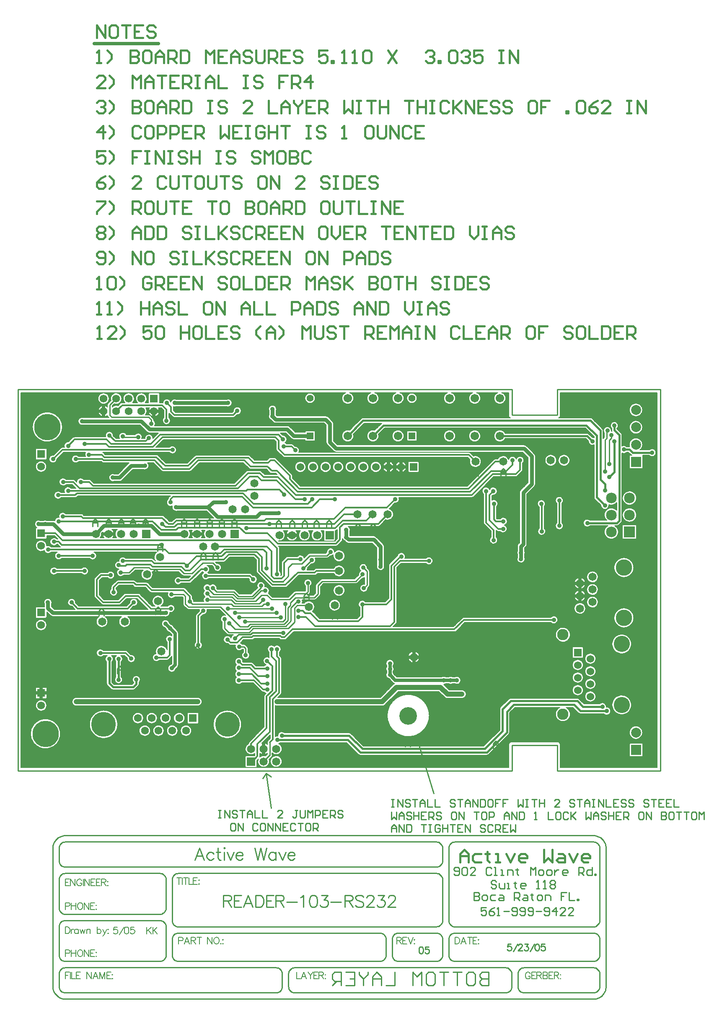
<source format=gbl>
%FSLAX24Y24*%
%MOIN*%
G70*
G01*
G75*
%ADD10C,0.0080*%
%ADD11R,0.0550X0.0400*%
%ADD12R,0.0300X0.0300*%
%ADD13R,0.0900X0.0550*%
%ADD14R,0.0900X0.1800*%
%ADD15R,0.0630X0.0118*%
%ADD16O,0.0630X0.0118*%
%ADD17O,0.0118X0.0630*%
%ADD18R,0.0780X0.0780*%
%ADD19R,0.0900X0.0350*%
%ADD20O,0.0800X0.0240*%
%ADD21R,0.0360X0.0500*%
%ADD22R,0.0360X0.0360*%
%ADD23R,0.1800X0.0900*%
%ADD24O,0.0900X0.0240*%
%ADD25R,0.0240X0.0700*%
%ADD26R,0.0800X0.0140*%
%ADD27O,0.0800X0.0300*%
%ADD28R,0.0400X0.0300*%
%ADD29R,0.1102X0.0790*%
%ADD30R,0.0550X0.0900*%
%ADD31R,0.0400X0.0550*%
%ADD32R,0.3949X0.1752*%
%ADD33R,0.0600X0.0800*%
%ADD34O,0.0240X0.0800*%
%ADD35R,0.0945X0.0591*%
%ADD36R,0.0350X0.0700*%
%ADD37R,0.1102X0.0709*%
%ADD38R,0.0709X0.1102*%
%ADD39C,0.0300*%
%ADD40C,0.0220*%
%ADD41C,0.0250*%
%ADD42C,0.0120*%
%ADD43C,0.0100*%
%ADD44C,0.0150*%
%ADD45C,0.0200*%
%ADD46C,0.0400*%
%ADD47C,0.0140*%
%ADD48C,0.0090*%
%ADD49C,0.0050*%
%ADD50R,0.0620X0.0620*%
%ADD51C,0.0620*%
%ADD52C,0.1967*%
%ADD53C,0.0650*%
%ADD54C,0.0550*%
%ADD55R,0.0650X0.0650*%
%ADD56R,0.0600X0.0600*%
%ADD57C,0.0600*%
%ADD58R,0.0520X0.0520*%
%ADD59C,0.0670*%
%ADD60C,0.2100*%
%ADD61C,0.1400*%
%ADD62C,0.1300*%
%ADD63C,0.1280*%
%ADD64C,0.0900*%
%ADD65C,0.0787*%
%ADD66R,0.0787X0.0787*%
%ADD67R,0.0850X0.0850*%
%ADD68C,0.0850*%
%ADD69C,0.0350*%
D10*
X79064Y62334D02*
X79060Y62434D01*
X79047Y62533D01*
X79027Y62630D01*
X78998Y62726D01*
X78961Y62818D01*
X78917Y62908D01*
X78865Y62993D01*
X78807Y63073D01*
X78742Y63149D01*
X78670Y63219D01*
X78594Y63282D01*
X78512Y63339D01*
X78425Y63389D01*
X78335Y63431D01*
X78242Y63466D01*
X78146Y63493D01*
X78048Y63512D01*
X77949Y63522D01*
X77849Y63524D01*
X77750Y63518D01*
X77651Y63503D01*
X77554Y63480D01*
X77459Y63450D01*
X77367Y63411D01*
X77279Y63365D01*
X77195Y63311D01*
X77116Y63251D01*
X77041Y63184D01*
X76973Y63112D01*
X76911Y63034D01*
X76856Y62951D01*
X76808Y62863D01*
X76768Y62772D01*
X76735Y62678D01*
X76710Y62582D01*
X76693Y62483D01*
X76685Y62384D01*
Y62284D01*
X76693Y62185D01*
X76710Y62087D01*
X76735Y61990D01*
X76768Y61896D01*
X76808Y61805D01*
X76856Y61718D01*
X76911Y61635D01*
X76973Y61557D01*
X77041Y61484D01*
X77116Y61417D01*
X77195Y61357D01*
X77279Y61304D01*
X77367Y61258D01*
X77459Y61219D01*
X77554Y61188D01*
X77651Y61165D01*
X77750Y61151D01*
X77849Y61145D01*
X77949Y61147D01*
X78048Y61157D01*
X78146Y61176D01*
X78242Y61203D01*
X78335Y61237D01*
X78425Y61280D01*
X78512Y61330D01*
X78594Y61386D01*
X78670Y61450D01*
X78742Y61520D01*
X78807Y61595D01*
X78865Y61676D01*
X78917Y61761D01*
X78961Y61850D01*
X78998Y61943D01*
X79027Y62038D01*
X79047Y62136D01*
X79060Y62235D01*
X79064Y62334D01*
X83622Y63081D02*
X83618Y63181D01*
X83605Y63279D01*
X83583Y63376D01*
X83553Y63471D01*
X83514Y63562D01*
X83468Y63650D01*
X83414Y63733D01*
X83352Y63812D01*
X83285Y63884D01*
X83210Y63951D01*
X83131Y64010D01*
X83046Y64062D01*
X82957Y64107D01*
X82865Y64143D01*
X82770Y64172D01*
X82672Y64191D01*
X82574Y64202D01*
X82474Y64204D01*
X82375Y64198D01*
X82277Y64182D01*
X82180Y64158D01*
X82086Y64126D01*
X81996Y64086D01*
X81909Y64037D01*
X81827Y63981D01*
X81750Y63918D01*
X81679Y63849D01*
X81614Y63773D01*
X81557Y63692D01*
X81506Y63607D01*
X81464Y63517D01*
X81429Y63424D01*
X81403Y63328D01*
X81386Y63230D01*
X81377Y63131D01*
X81377Y63032D01*
X81386Y62933D01*
X81403Y62835D01*
X81429Y62739D01*
X81464Y62646D01*
X81506Y62556D01*
X81556Y62470D01*
X81614Y62389D01*
X81679Y62314D01*
X81750Y62244D01*
X81827Y62181D01*
X81909Y62125D01*
X81996Y62077D01*
X82086Y62036D01*
X82180Y62004D01*
X82277Y61980D01*
X82375Y61965D01*
X82474Y61958D01*
X82574Y61960D01*
X82672Y61971D01*
X82770Y61991D01*
X82865Y62019D01*
X82957Y62056D01*
X83046Y62100D01*
X83131Y62152D01*
X83210Y62212D01*
X83285Y62278D01*
X83352Y62351D01*
X83414Y62429D01*
X83468Y62512D01*
X83514Y62600D01*
X83553Y62692D01*
X83583Y62787D01*
X83605Y62884D01*
X83618Y62982D01*
X83622Y63081D01*
X77984Y64584D02*
X77973Y64684D01*
X77939Y64780D01*
X77886Y64865D01*
X77815Y64936D01*
X77729Y64990D01*
X77634Y65023D01*
X77534Y65034D01*
X77434Y65023D01*
X77339Y64990D01*
X77253Y64936D01*
X77182Y64865D01*
X77129Y64780D01*
X77095Y64684D01*
X77084Y64584D01*
X77095Y64484D01*
X77129Y64389D01*
X77182Y64304D01*
X77253Y64232D01*
X77339Y64179D01*
X77434Y64146D01*
X77534Y64134D01*
X77634Y64146D01*
X77729Y64179D01*
X77815Y64232D01*
X77886Y64304D01*
X77939Y64389D01*
X77973Y64484D01*
X77984Y64584D01*
X80324Y65224D02*
X80228Y65211D01*
X80140Y65170D01*
X80067Y65107D01*
X80015Y65026D01*
X79988Y64933D01*
Y64836D01*
X80015Y64743D01*
X80067Y64662D01*
X80140Y64598D01*
X80228Y64558D01*
X80324Y64544D01*
X82492Y68962D02*
X82415Y69030D01*
X82320Y69069D01*
X82218Y69076D01*
X82119Y69049D01*
X82034Y68992D01*
X81971Y68911D01*
X81938Y68813D01*
Y68711D01*
X81971Y68614D01*
X82034Y68532D01*
X82119Y68475D01*
X82218Y68449D01*
X82320Y68455D01*
X82415Y68494D01*
X82492Y68562D01*
X85682Y63581D02*
X85671Y63681D01*
X85638Y63777D01*
X85584Y63862D01*
X85513Y63933D01*
X85428Y63987D01*
X85333Y64020D01*
X85232Y64031D01*
X85132Y64020D01*
X85037Y63987D01*
X84952Y63933D01*
X84881Y63862D01*
X84827Y63777D01*
X84794Y63681D01*
X84782Y63581D01*
X84794Y63481D01*
X84827Y63386D01*
X84881Y63301D01*
X84952Y63229D01*
X85037Y63176D01*
X85132Y63143D01*
X85232Y63131D01*
X85333Y63143D01*
X85428Y63176D01*
X85513Y63229D01*
X85584Y63301D01*
X85638Y63386D01*
X85671Y63481D01*
X85682Y63581D01*
X86224Y62581D02*
X86213Y62681D01*
X86179Y62777D01*
X86126Y62862D01*
X86055Y62933D01*
X85969Y62987D01*
X85874Y63020D01*
X85774Y63031D01*
X85674Y63020D01*
X85579Y62987D01*
X85493Y62933D01*
X85422Y62862D01*
X85369Y62777D01*
X85335Y62681D01*
X85324Y62581D01*
X85335Y62481D01*
X85369Y62386D01*
X85422Y62301D01*
X85493Y62229D01*
X85579Y62176D01*
X85674Y62143D01*
X85774Y62131D01*
X85874Y62143D01*
X85969Y62176D01*
X86055Y62229D01*
X86126Y62301D01*
X86179Y62386D01*
X86213Y62481D01*
X86224Y62581D01*
X87316D02*
X87304Y62681D01*
X87271Y62777D01*
X87218Y62862D01*
X87146Y62933D01*
X87061Y62987D01*
X86966Y63020D01*
X86866Y63031D01*
X86766Y63020D01*
X86670Y62987D01*
X86585Y62933D01*
X86514Y62862D01*
X86460Y62777D01*
X86427Y62681D01*
X86416Y62581D01*
X86427Y62481D01*
X86460Y62386D01*
X86514Y62301D01*
X86585Y62229D01*
X86670Y62176D01*
X86766Y62143D01*
X86866Y62131D01*
X86966Y62143D01*
X87061Y62176D01*
X87146Y62229D01*
X87218Y62301D01*
X87271Y62386D01*
X87304Y62481D01*
X87316Y62581D01*
X86774Y63581D02*
X86763Y63681D01*
X86729Y63777D01*
X86676Y63862D01*
X86605Y63933D01*
X86519Y63987D01*
X86424Y64020D01*
X86324Y64031D01*
X86224Y64020D01*
X86129Y63987D01*
X86043Y63933D01*
X85972Y63862D01*
X85919Y63777D01*
X85885Y63681D01*
X85874Y63581D01*
X85885Y63481D01*
X85919Y63386D01*
X85972Y63301D01*
X86043Y63229D01*
X86129Y63176D01*
X86224Y63143D01*
X86324Y63131D01*
X86424Y63143D01*
X86519Y63176D01*
X86605Y63229D01*
X86676Y63301D01*
X86729Y63386D01*
X86763Y63481D01*
X86774Y63581D01*
X82729Y66344D02*
X82745Y66262D01*
X82792Y66192D01*
X83092Y65892D02*
X83162Y65846D01*
X83244Y65829D01*
X83092Y65892D02*
X83162Y65846D01*
X83244Y65829D01*
X82729Y66344D02*
X82745Y66262D01*
X82792Y66192D01*
X83471Y66866D02*
X83408Y66784D01*
X83375Y66686D01*
X83375Y66582D01*
X83409Y66485D01*
X83473Y66403D01*
X83560Y66347D01*
X83661Y66322D01*
X83764Y66331D01*
X83858Y66373D01*
X83935Y66443D01*
X83984Y66534D01*
X84001Y66636D01*
X83989Y66721D01*
X83955Y66800D01*
X83901Y66866D01*
X83159Y68064D02*
X83213Y68131D01*
X83247Y68209D01*
X83259Y68294D01*
X82778Y68562D02*
X82705Y68500D01*
X82654Y68418D01*
X82631Y68325D01*
X82636Y68229D01*
X82670Y68140D01*
X82729Y68064D01*
X83259Y68294D02*
X83241Y68399D01*
X83189Y68492D01*
X83110Y68562D01*
X83901Y68057D02*
X83959Y68124D01*
X83996Y68206D01*
X84009Y68294D01*
X83528Y68562D02*
X83456Y68501D01*
X83406Y68422D01*
X83381Y68331D01*
X83384Y68237D01*
X83415Y68148D01*
X83471Y68072D01*
X84009Y68294D02*
X83991Y68399D01*
X83939Y68492D01*
X83860Y68562D01*
X84391Y68903D02*
X84326Y68947D01*
X84249Y68962D01*
X84390Y68903D02*
X84326Y68947D01*
X84249Y68962D01*
X84844Y65829D02*
X84926Y65846D01*
X84996Y65892D01*
X84844Y65829D02*
X84926Y65846D01*
X84996Y65892D01*
X85246Y66142D02*
X85293Y66212D01*
X85309Y66294D01*
X85409Y66644D02*
X85392Y66746D01*
X85343Y66837D01*
X85267Y66908D01*
X85172Y66949D01*
X85069Y66958D01*
X84969Y66933D01*
X84882Y66877D01*
X84818Y66796D01*
X84784Y66698D01*
X84783Y66594D01*
X84816Y66496D01*
X84879Y66414D01*
X85246Y66142D02*
X85293Y66212D01*
X85309Y66294D01*
Y66414D02*
X85363Y66481D01*
X85397Y66559D01*
X85409Y66644D01*
X84386Y68343D02*
X84392Y68241D01*
X84431Y68147D01*
X84497Y68070D01*
X84584Y68019D01*
X84684Y67997D01*
X84785Y68009D01*
X84877Y68052D01*
X84950Y68122D01*
X84998Y68212D01*
X85014Y68312D01*
X84997Y68415D01*
X84946Y68507D01*
X84869Y68577D01*
X84773Y68618D01*
X84668Y68626D01*
X86666Y68708D02*
X86566Y68682D01*
X86480Y68626D01*
X86417Y68545D01*
X86384Y68447D01*
X86383Y68345D01*
X86416Y68247D01*
X86478Y68165D01*
X86563Y68108D01*
X86662Y68081D01*
X86765Y68087D01*
X86860Y68127D01*
X86937Y68194D01*
X87544Y69006D02*
X87508Y69101D01*
X87452Y69186D01*
X87379Y69257D01*
X87292Y69310D01*
X87196Y69343D01*
X87095Y69354D01*
X86993Y69343D01*
X86897Y69311D01*
X86810Y69258D01*
X86737Y69187D01*
X86681Y69102D01*
X86644Y69007D01*
X86629Y68907D01*
X86637Y68805D01*
X86666Y68708D01*
X77974Y70984D02*
X77963Y71084D01*
X77929Y71180D01*
X77876Y71265D01*
X77805Y71336D01*
X77719Y71390D01*
X77624Y71423D01*
X77524Y71434D01*
X77424Y71423D01*
X77329Y71390D01*
X77243Y71336D01*
X77172Y71265D01*
X77119Y71180D01*
X77085Y71084D01*
X77074Y70984D01*
X77085Y70884D01*
X77119Y70789D01*
X77172Y70704D01*
X77243Y70632D01*
X77329Y70579D01*
X77424Y70546D01*
X77524Y70534D01*
X77624Y70546D01*
X77719Y70579D01*
X77805Y70632D01*
X77876Y70704D01*
X77929Y70789D01*
X77963Y70884D01*
X77974Y70984D01*
X78250Y71739D02*
X78344Y71676D01*
X78455Y71654D01*
X78250Y71739D02*
X78344Y71676D01*
X78455Y71654D01*
X82129D02*
X82049Y71592D01*
X81984Y71513D01*
X81939Y71423D01*
X81914Y71324D01*
X81910Y71223D01*
X81929Y71123D01*
X81970Y71030D01*
X82029Y70947D01*
X82105Y70880D01*
X82194Y70831D01*
X82291Y70802D01*
X82392Y70795D01*
X82493Y70810D01*
X82588Y70846D01*
X82672Y70902D01*
X82742Y70976D01*
X82795Y71062D01*
X82828Y71158D01*
X82839Y71259D01*
X78383Y72781D02*
X78366Y72881D01*
X78320Y72971D01*
X78247Y73041D01*
X78156Y73084D01*
X78055Y73096D01*
X77956Y73076D01*
X77869Y73026D01*
X77802Y72950D01*
X77762Y72857D01*
X77754Y72756D01*
X77778Y72658D01*
X78358D02*
X78383Y72781D01*
X80263Y72753D02*
X80264Y72783D01*
X80248Y72883D01*
X80201Y72972D01*
X80129Y73042D01*
X80039Y73085D01*
X79939Y73098D01*
X79840Y73079D01*
X79752Y73029D01*
X79685Y72955D01*
X79644Y72863D01*
X79635Y72763D01*
X79657Y72665D01*
X79709Y72579D01*
X79786Y72514D01*
X79879Y72476D01*
X79980Y72470D01*
X81751Y73300D02*
X81766Y73223D01*
X81810Y73158D01*
X81751Y73300D02*
X81766Y73224D01*
X81810Y73159D01*
X81810Y74742D02*
X81766Y74677D01*
X81751Y74600D01*
X81810Y74742D02*
X81766Y74677D01*
X81751Y74600D01*
X82310Y72659D02*
X82374Y72615D01*
X82451Y72600D01*
X82309Y72659D02*
X82374Y72616D01*
X82451Y72600D01*
X82839Y71259D02*
X82829Y71353D01*
X82801Y71443D01*
X82755Y71525D01*
X82694Y71597D01*
X82619Y71654D01*
X83929D02*
X83849Y71592D01*
X83784Y71513D01*
X83739Y71423D01*
X83714Y71324D01*
X83710Y71223D01*
X83729Y71123D01*
X83770Y71030D01*
X83829Y70947D01*
X83905Y70880D01*
X83994Y70831D01*
X84091Y70802D01*
X84192Y70795D01*
X84293Y70810D01*
X84388Y70846D01*
X84472Y70902D01*
X84542Y70976D01*
X84595Y71062D01*
X84628Y71158D01*
X84639Y71259D01*
X84629Y71353D01*
X84601Y71443D01*
X84555Y71525D01*
X84494Y71597D01*
X84419Y71654D01*
X83751Y72600D02*
X83828Y72616D01*
X83893Y72659D01*
X83751Y72600D02*
X83828Y72615D01*
X83892Y72659D01*
X84868Y72470D02*
X84973Y72477D01*
X85069Y72518D01*
X85146Y72588D01*
X85197Y72680D01*
X85214Y72783D01*
X85198Y72884D01*
X85150Y72973D01*
X85077Y73043D01*
X84985Y73086D01*
X84884Y73098D01*
X84784Y73077D01*
X84697Y73025D01*
X84631Y72948D01*
X84592Y72854D01*
X84586Y72753D01*
X87288Y72885D02*
X87277Y72986D01*
X87244Y73082D01*
X87191Y73169D01*
X87121Y73242D01*
X87037Y73298D01*
X86942Y73335D01*
X86841Y73350D01*
X86740Y73343D01*
X86643Y73314D01*
X86554Y73264D01*
X86478Y73197D01*
X86419Y73115D01*
X86379Y73022D01*
X86360Y72922D01*
X86363Y72820D01*
X86388Y72722D01*
X86433Y72631D01*
X86498Y72553D01*
X86577Y72490D01*
X87069D02*
X87143Y72548D01*
X87205Y72619D01*
X87250Y72702D01*
X87278Y72791D01*
X87288Y72885D01*
X83158Y74140D02*
X83114Y74075D01*
X83099Y73998D01*
X83158Y74140D02*
X83114Y74075D01*
X83099Y73998D01*
Y73844D02*
X83034Y73771D01*
X82995Y73682D01*
X82984Y73586D01*
X83004Y73491D01*
X83051Y73406D01*
X83122Y73340D01*
X83210Y73298D01*
X83306Y73285D01*
X83402Y73302D01*
X83488Y73348D01*
X83556Y73417D01*
X83599Y73504D01*
X83614Y73600D01*
X83601Y73692D01*
X83561Y73775D01*
X83499Y73844D01*
X84251Y73500D02*
X84174Y73485D01*
X84110Y73442D01*
X84251Y73500D02*
X84174Y73485D01*
X84109Y73441D01*
X84936Y74033D02*
X85000Y73990D01*
X85077Y73974D01*
X84935Y74033D02*
X85000Y73990D01*
X85077Y73974D01*
X82808Y74750D02*
X82879Y74686D01*
X82967Y74647D01*
X83063Y74635D01*
X83157Y74654D01*
X83242Y74700D01*
X83309Y74769D01*
X83351Y74855D01*
X83366Y74950D01*
X83651Y74550D02*
X83574Y74535D01*
X83510Y74492D01*
X83651Y74550D02*
X83574Y74535D01*
X83509Y74491D01*
X85043D02*
X84978Y74535D01*
X84901Y74550D01*
X85042Y74492D02*
X84978Y74535D01*
X84901Y74550D01*
X85393Y73441D02*
X85328Y73485D01*
X85251Y73500D01*
X85392Y73442D02*
X85328Y73485D01*
X85251Y73500D01*
X86170Y73621D02*
X86235Y73577D01*
X86311Y73562D01*
X86170Y73621D02*
X86235Y73577D01*
X86311Y73562D01*
X85649Y75366D02*
X85581Y75296D01*
X85529Y75212D01*
X85496Y75120D01*
X85483Y75023D01*
X85491Y74925D01*
X85519Y74831D01*
X85566Y74745D01*
X85630Y74671D01*
X85708Y74612D01*
X85797Y74570D01*
X85893Y74548D01*
X85991Y74547D01*
X86087Y74566D01*
X86177Y74605D01*
X86257Y74662D01*
X86323Y74735D01*
X86372Y74819D01*
X86403Y74913D01*
X86413Y75010D01*
X86041Y74315D02*
X85976Y74359D01*
X85899Y74374D01*
X86040Y74316D02*
X85976Y74359D01*
X85899Y74374D01*
X88407Y62581D02*
X88396Y62681D01*
X88363Y62777D01*
X88309Y62862D01*
X88238Y62933D01*
X88153Y62987D01*
X88057Y63020D01*
X87957Y63031D01*
X87857Y63020D01*
X87762Y62987D01*
X87677Y62933D01*
X87606Y62862D01*
X87552Y62777D01*
X87519Y62681D01*
X87507Y62581D01*
X87519Y62481D01*
X87552Y62386D01*
X87606Y62301D01*
X87677Y62229D01*
X87762Y62176D01*
X87857Y62143D01*
X87957Y62131D01*
X88058Y62143D01*
X88153Y62176D01*
X88238Y62229D01*
X88309Y62301D01*
X88363Y62386D01*
X88396Y62481D01*
X88407Y62581D01*
X89499D02*
X89488Y62681D01*
X89454Y62777D01*
X89401Y62862D01*
X89330Y62933D01*
X89244Y62987D01*
X89149Y63020D01*
X89049Y63031D01*
X88949Y63020D01*
X88854Y62987D01*
X88768Y62933D01*
X88697Y62862D01*
X88644Y62777D01*
X88610Y62681D01*
X88599Y62581D01*
X88610Y62481D01*
X88644Y62386D01*
X88697Y62301D01*
X88768Y62229D01*
X88854Y62176D01*
X88949Y62143D01*
X89049Y62131D01*
X89149Y62143D01*
X89244Y62176D01*
X89330Y62229D01*
X89401Y62301D01*
X89454Y62386D01*
X89488Y62481D01*
X89499Y62581D01*
X93464Y63081D02*
X93460Y63181D01*
X93446Y63279D01*
X93425Y63376D01*
X93394Y63471D01*
X93356Y63562D01*
X93309Y63650D01*
X93255Y63733D01*
X93194Y63812D01*
X93126Y63884D01*
X93052Y63951D01*
X92973Y64010D01*
X92888Y64062D01*
X92799Y64107D01*
X92707Y64143D01*
X92611Y64172D01*
X92514Y64191D01*
X92415Y64202D01*
X92316Y64204D01*
X92217Y64198D01*
X92119Y64182D01*
X92022Y64158D01*
X91928Y64126D01*
X91837Y64086D01*
X91751Y64037D01*
X91668Y63981D01*
X91592Y63918D01*
X91520Y63849D01*
X91456Y63773D01*
X91398Y63692D01*
X91348Y63607D01*
X91305Y63517D01*
X91271Y63424D01*
X91245Y63328D01*
X91227Y63230D01*
X91218Y63131D01*
X91218Y63032D01*
X91227Y62933D01*
X91245Y62835D01*
X91271Y62739D01*
X91305Y62646D01*
X91348Y62556D01*
X91398Y62470D01*
X91456Y62389D01*
X91520Y62314D01*
X91592Y62244D01*
X91668Y62181D01*
X91751Y62125D01*
X91837Y62077D01*
X91928Y62036D01*
X92022Y62004D01*
X92119Y61980D01*
X92217Y61965D01*
X92316Y61958D01*
X92415Y61960D01*
X92514Y61971D01*
X92611Y61991D01*
X92707Y62019D01*
X92799Y62056D01*
X92888Y62100D01*
X92973Y62152D01*
X93052Y62212D01*
X93126Y62278D01*
X93194Y62351D01*
X93255Y62429D01*
X93309Y62512D01*
X93356Y62600D01*
X93394Y62692D01*
X93425Y62787D01*
X93446Y62884D01*
X93460Y62982D01*
X93464Y63081D01*
X87866Y63581D02*
X87854Y63681D01*
X87821Y63777D01*
X87768Y63862D01*
X87696Y63933D01*
X87611Y63987D01*
X87516Y64020D01*
X87416Y64031D01*
X87316Y64020D01*
X87220Y63987D01*
X87135Y63933D01*
X87064Y63862D01*
X87010Y63777D01*
X86977Y63681D01*
X86966Y63581D01*
X86977Y63481D01*
X87010Y63386D01*
X87064Y63301D01*
X87135Y63229D01*
X87220Y63176D01*
X87316Y63143D01*
X87416Y63131D01*
X87516Y63143D01*
X87611Y63176D01*
X87696Y63229D01*
X87768Y63301D01*
X87821Y63386D01*
X87854Y63481D01*
X87866Y63581D01*
X88957D02*
X88946Y63681D01*
X88913Y63777D01*
X88859Y63862D01*
X88788Y63933D01*
X88703Y63987D01*
X88608Y64020D01*
X88507Y64031D01*
X88407Y64020D01*
X88312Y63987D01*
X88227Y63933D01*
X88156Y63862D01*
X88102Y63777D01*
X88069Y63681D01*
X88057Y63581D01*
X88069Y63481D01*
X88102Y63386D01*
X88156Y63301D01*
X88227Y63229D01*
X88312Y63176D01*
X88407Y63143D01*
X88507Y63131D01*
X88608Y63143D01*
X88703Y63176D01*
X88788Y63229D01*
X88859Y63301D01*
X88913Y63386D01*
X88946Y63481D01*
X88957Y63581D01*
X87544Y68194D02*
X87621Y68210D01*
X87686Y68253D01*
X87544Y68194D02*
X87621Y68210D01*
X87685Y68253D01*
X87857Y67847D02*
X87761Y67809D01*
X87683Y67742D01*
X87630Y67653D01*
X87609Y67551D01*
X87622Y67449D01*
X87668Y67356D01*
X87741Y67283D01*
X87834Y67238D01*
X87936Y67224D01*
X88037Y67245D01*
X88126Y67298D01*
X88194Y67376D01*
X88232Y67472D01*
X87885Y68453D02*
X87929Y68518D01*
X87885Y68453D02*
X87929Y68518D01*
X88381Y67622D02*
X88439Y67708D01*
X88459Y67809D01*
X88381Y67622D02*
X88439Y67708D01*
X88459Y67809D01*
X89994Y64544D02*
X90099Y64561D01*
X90194Y64609D01*
X90269Y64684D01*
X90317Y64779D01*
X90334Y64884D01*
X90317Y64989D01*
X90269Y65084D01*
X90194Y65159D01*
X90099Y65208D01*
X89994Y65224D01*
X93067Y66834D02*
X93000Y66765D01*
X92958Y66679D01*
X92944Y66584D01*
X92959Y66489D01*
X93001Y66402D01*
X93068Y66333D01*
X93153Y66288D01*
X93247Y66269D01*
X93343Y66281D01*
X93430Y66320D01*
X93502Y66384D01*
X93067Y67334D02*
X93001Y67265D01*
X92958Y67179D01*
X92944Y67084D01*
X92958Y66990D01*
X93001Y66904D01*
X93067Y66834D01*
Y67834D02*
X93001Y67765D01*
X92958Y67679D01*
X92944Y67584D01*
X92958Y67490D01*
X93001Y67404D01*
X93067Y67334D01*
X93574Y68084D02*
X93558Y68181D01*
X93514Y68268D01*
X93445Y68338D01*
X93358Y68383D01*
X93262Y68399D01*
X93165Y68385D01*
X93077Y68342D01*
X93007Y68273D01*
X92961Y68187D01*
X92944Y68091D01*
X92957Y67993D01*
X92999Y67905D01*
X93067Y67834D01*
X94807Y60330D02*
X94776Y60238D01*
X94764Y60141D01*
X94773Y60044D01*
X94802Y59950D01*
X94850Y59865D01*
X94914Y59792D01*
X94993Y59734D01*
X95082Y59693D01*
X95177Y59672D01*
X95275Y59672D01*
X95370Y59691D01*
X95460Y59731D01*
X95539Y59788D01*
X95604Y59860D01*
X95653Y59944D01*
X95684Y60037D01*
X95694Y60134D01*
X94932Y60492D02*
X94939Y60544D01*
X94932Y60492D02*
X94939Y60544D01*
X95694Y60134D02*
X95687Y60213D01*
X95667Y60290D01*
X95384Y60573D02*
X95291Y60595D01*
X95195Y60598D01*
X95100Y60581D01*
X95011Y60545D01*
X94932Y60492D01*
X94088Y61696D02*
X94044Y61631D01*
X94029Y61555D01*
X94088Y61696D02*
X94044Y61631D01*
X94029Y61555D01*
Y61554D02*
X93944Y61502D01*
X93873Y61433D01*
X93817Y61351D01*
X93781Y61258D01*
X93765Y61160D01*
X93770Y61061D01*
X93796Y60965D01*
X93842Y60877D01*
X93905Y60800D01*
X93984Y60739D01*
X94073Y60696D01*
X94170Y60673D01*
X94269Y60671D01*
X94367Y60690D01*
X94458Y60729D01*
X94539Y60787D01*
X94939Y60771D02*
X95027Y60716D01*
X95125Y60681D01*
X95228Y60669D01*
X95332Y60681D01*
X95430Y60715D01*
X95519Y60770D01*
Y61498D02*
X95441Y61548D01*
X95356Y61582D01*
X95265Y61598D01*
X95173Y61596D01*
X95083Y61576D01*
X95567Y61786D02*
X95514Y61691D01*
X95519Y61582D01*
X95850Y60472D02*
X95893Y60537D01*
X95909Y60614D01*
X96694Y60134D02*
X96683Y60234D01*
X96651Y60330D01*
X96599Y60416D01*
X96530Y60489D01*
X96447Y60545D01*
X96353Y60582D01*
X96254Y60599D01*
X96154Y60593D01*
X96057Y60566D01*
X95968Y60519D01*
X95891Y60454D01*
X95831Y60374D01*
X95788Y60283D01*
X95767Y60185D01*
Y60084D01*
X95788Y59986D01*
X95831Y59895D01*
X95891Y59815D01*
X95968Y59749D01*
X96057Y59702D01*
X96154Y59675D01*
X96254Y59670D01*
X96353Y59686D01*
X96447Y59723D01*
X96530Y59780D01*
X96599Y59853D01*
X96651Y59939D01*
X96683Y60034D01*
X96694Y60134D01*
X95909Y60614D02*
X95899Y60676D01*
Y60807D02*
X95976Y60744D01*
X96065Y60699D01*
X96161Y60674D01*
X96261Y60670D01*
X96359Y60688D01*
X96451Y60726D01*
X96533Y60782D01*
X96601Y60855D01*
X96652Y60941D01*
X96683Y61035D01*
X96694Y61134D01*
X96683Y61236D01*
X96650Y61333D01*
X96596Y61420D01*
X96525Y61493D01*
X96439Y61549D01*
X96554Y61627D01*
X96361Y62155D02*
X96254Y62149D01*
X96154Y62107D01*
X95047Y65713D02*
X95112Y65669D01*
X95189Y65654D01*
X95323Y65446D02*
X95279Y65381D01*
X95264Y65304D01*
X95323Y65446D02*
X95279Y65381D01*
X95264Y65304D01*
X95265Y65654D02*
X95338Y65590D01*
X95427Y65550D01*
X96904Y62407D02*
X96827Y62468D01*
X96734Y62501D01*
X96636Y62505D01*
X96541Y62478D01*
X96460Y62423D01*
X96399Y62346D01*
X96365Y62253D01*
X96361Y62155D01*
X96154Y64579D02*
X96227Y64553D01*
X96304Y64544D01*
X96595Y65453D02*
X96639Y65518D01*
X96654Y65594D01*
X96595Y65453D02*
X96639Y65518D01*
X96654Y65594D01*
X93572Y68054D02*
X93574Y68084D01*
X93614Y68836D02*
X93546Y68765D01*
X93503Y68677D01*
X93489Y68580D01*
X93506Y68483D01*
X93551Y68396D01*
X93622Y68328D01*
X93709Y68284D01*
X93806Y68269D01*
X93903Y68285D01*
X93990Y68330D01*
X94059Y68400D01*
X94104Y68487D01*
X94119Y68584D01*
X94104Y68680D01*
X94061Y68766D01*
X93994Y68836D01*
X95047Y65713D02*
X95112Y65670D01*
X95189Y65654D01*
X95410Y67834D02*
X95331Y67794D01*
X95265Y67734D01*
X94391Y67953D02*
X94326Y67997D01*
X94249Y68012D01*
X94390Y67954D02*
X94326Y67997D01*
X94249Y68012D01*
X95672Y68401D02*
X95583Y68439D01*
X95486Y68449D01*
X95392Y68428D01*
X95307Y68380D01*
X95242Y68309D01*
X95201Y68221D01*
X95189Y68124D01*
X95207Y68029D01*
X95253Y67944D01*
X95323Y67876D01*
X95410Y67834D01*
X96654Y68329D02*
X96639Y68405D01*
X96595Y68470D01*
X95649Y68494D02*
X95672Y68401D01*
X95649Y68494D02*
X95672Y68401D01*
X96654Y68329D02*
X96639Y68406D01*
X96595Y68471D01*
X87929Y70114D02*
X87843Y70158D01*
X87748Y70174D01*
X87652Y70161D01*
X87565Y70118D01*
X87495Y70052D01*
X87448Y69967D01*
X87429Y69872D01*
X87440Y69776D01*
X87480Y69688D01*
X87544Y69616D01*
X87465Y70674D02*
X87496Y70586D01*
X87551Y70512D01*
X87626Y70456D01*
X87713Y70425D01*
X87732Y71156D02*
X87694Y71252D01*
X87626Y71331D01*
X87537Y71383D01*
X87436Y71404D01*
X87334Y71391D01*
X87241Y71346D01*
X87168Y71272D01*
X87122Y71180D01*
X87109Y71077D01*
X87130Y70976D01*
X87183Y70887D01*
X87261Y70820D01*
X87357Y70781D01*
X88080Y70808D02*
X88034Y70913D01*
X87952Y70994D01*
X87847Y71041D01*
X88459Y70319D02*
X88439Y70421D01*
X88381Y70507D01*
X88459Y70319D02*
X88439Y70421D01*
X88381Y70507D01*
X89834Y69628D02*
X89769Y69555D01*
X89730Y69466D01*
X89719Y69370D01*
X89739Y69275D01*
X89786Y69190D01*
X89857Y69124D01*
X89945Y69082D01*
X90041Y69069D01*
X90137Y69087D01*
X90223Y69132D01*
X90291Y69201D01*
X90334Y69288D01*
X90349Y69384D01*
X90336Y69476D01*
X90296Y69559D01*
X90234Y69628D01*
X87321Y71654D02*
X87421Y71630D01*
X87524Y71640D01*
X87618Y71682D01*
X87693Y71752D01*
X87742Y71843D01*
X87759Y71944D01*
Y71944D02*
X87754Y72001D01*
X87851Y71985D01*
X87949Y72001D01*
X88036Y72045D01*
X88106Y72115D01*
X88151Y72203D01*
X88166Y72300D01*
X88151Y72397D01*
X88107Y72484D01*
X88038Y72554D01*
X87951Y72599D01*
X87855Y72615D01*
X87758Y72601D01*
X87670Y72558D01*
X87600Y72490D01*
X87622Y73562D02*
X87588Y73464D01*
X87588Y73359D01*
X87623Y73261D01*
X87687Y73179D01*
X87775Y73123D01*
X87876Y73098D01*
X87980Y73108D01*
X88075Y73151D01*
X88150Y73222D01*
X88809Y72668D02*
X88865Y72533D01*
X88809Y72668D02*
X88865Y72534D01*
X89114Y72284D02*
X89249Y72228D01*
X89115Y72284D02*
X89249Y72228D01*
X88991Y73903D02*
X88926Y73947D01*
X88849Y73962D01*
X88990Y73903D02*
X88926Y73947D01*
X88849Y73962D01*
X88667Y74704D02*
X88590Y74772D01*
X88495Y74811D01*
X88393Y74818D01*
X88294Y74791D01*
X88209Y74734D01*
X88146Y74653D01*
X88113Y74556D01*
Y74453D01*
X88146Y74356D01*
X88209Y74274D01*
X88294Y74217D01*
X88393Y74191D01*
X88495Y74197D01*
X88590Y74237D01*
X88667Y74304D01*
X89669Y72844D02*
X89656Y72936D01*
X89616Y73019D01*
X89554Y73088D01*
Y73257D02*
X89539Y73334D01*
X89495Y73399D01*
X89554Y73257D02*
X89539Y73334D01*
X89495Y73398D01*
X89893Y71866D02*
X89849Y71801D01*
X89834Y71724D01*
X89893Y71866D02*
X89849Y71801D01*
X89834Y71724D01*
X90130Y72228D02*
X90111Y72084D01*
X90393Y71801D02*
X90498Y71808D01*
X90594Y71849D01*
X90671Y71919D01*
X90722Y72011D01*
X90739Y72114D01*
X90718Y72228D01*
X90552Y73231D02*
X90479Y73151D01*
X90437Y73052D01*
X90431Y72944D01*
X90462Y72840D01*
X90522Y73706D02*
X90459Y73619D01*
X90430Y73516D01*
X90436Y73408D01*
X90479Y73310D01*
X90552Y73231D01*
X90967Y74153D02*
X90887Y74211D01*
X90793Y74242D01*
X90694Y74243D01*
X90600Y74212D01*
X90520Y74154D01*
X90462Y74073D01*
X90431Y73979D01*
X90432Y73880D01*
X90463Y73786D01*
X90522Y73706D01*
X91509Y73934D02*
X91491Y74039D01*
X91439Y74132D01*
X91359Y74202D01*
X91261Y74242D01*
X91154Y74247D01*
X91053Y74216D01*
X90967Y74153D01*
X89329Y74304D02*
X89406Y74320D01*
X89471Y74363D01*
X89329Y74304D02*
X89406Y74320D01*
X89471Y74363D01*
X90452Y75164D02*
X90376Y75100D01*
X90323Y75016D01*
X90300Y74919D01*
X90308Y74820D01*
X90346Y74729D01*
X90411Y74653D01*
X90496Y74602D01*
X90593Y74580D01*
X90692Y74589D01*
X90783Y74628D01*
X90857Y74694D01*
X92996Y69382D02*
X92970Y69284D01*
X92977Y69183D01*
X93016Y69089D01*
X93082Y69012D01*
X93170Y68961D01*
X93269Y68940D01*
X93370Y68951D01*
X93462Y68994D01*
X93535Y69064D01*
X92442Y69441D02*
X92507Y69398D01*
X92584Y69382D01*
X92443Y69441D02*
X92507Y69397D01*
X92584Y69382D01*
X93535Y69444D02*
X93464Y69513D01*
X93376Y69556D01*
X93994Y69104D02*
X93938Y69239D01*
X93994Y69104D02*
X93938Y69239D01*
X93789Y69388D02*
X93654Y69444D01*
X93788Y69389D02*
X93654Y69444D01*
X96074Y69283D02*
X95992Y69343D01*
X95895Y69374D01*
X95793Y69372D01*
X95697Y69338D01*
X95617Y69275D01*
X95561Y69190D01*
X95535Y69091D01*
X95543Y68989D01*
X95582Y68895D01*
X95649Y68819D01*
X92635Y69942D02*
X92584Y70026D01*
X92509Y70091D01*
X92417Y70129D01*
X92318Y70136D01*
X92222Y70113D01*
X92138Y70060D01*
X92074Y69985D01*
X92037Y69893D01*
X92030Y69794D01*
X92055Y69698D01*
X92107Y69614D01*
X92184Y69551D01*
X92276Y69515D01*
X92375Y69509D01*
X92309Y70260D02*
X92444Y70204D01*
X92831D02*
X92735Y70143D01*
X92667Y70052D01*
X92635Y69942D01*
X94299Y69812D02*
X94376Y69827D01*
X94440Y69871D01*
X94299Y69812D02*
X94376Y69827D01*
X94441Y69871D01*
X96614Y69062D02*
X96596Y69167D01*
X96545Y69259D01*
X96465Y69330D01*
X96367Y69370D01*
X96261Y69375D01*
X96160Y69345D01*
X96074Y69283D01*
X96499Y68819D02*
X96561Y68887D01*
X96601Y68971D01*
X96614Y69062D01*
X96508Y69871D02*
X96573Y69827D01*
X96649Y69812D01*
X96507Y69871D02*
X96572Y69827D01*
X96649Y69812D01*
X96899D02*
X96976Y69827D01*
X97040Y69871D01*
X96899Y69812D02*
X96976Y69827D01*
X97041Y69871D01*
X91921Y70727D02*
X91977Y70593D01*
X91921Y70727D02*
X91977Y70593D01*
X92186Y71762D02*
X92091Y71771D01*
X91998Y71750D01*
X91915Y71703D01*
X91850Y71633D01*
X91809Y71547D01*
X91796Y71453D01*
X91811Y71358D01*
X91854Y71273D01*
X91921Y71205D01*
X92310Y70260D02*
X92444Y70204D01*
X91506Y73889D02*
X91509Y73934D01*
X92986Y73765D02*
X92852Y73821D01*
X92986Y73766D02*
X92852Y73821D01*
X94091Y74635D02*
X94097Y74534D01*
X94136Y74440D01*
X94202Y74363D01*
X94289Y74311D01*
X94389Y74290D01*
X94490Y74301D01*
X94582Y74344D01*
X94655Y74414D01*
X94703Y74504D01*
X94719Y74604D01*
X94702Y74707D01*
X94651Y74799D01*
X94574Y74870D01*
X94478Y74911D01*
X94373Y74918D01*
X95614Y73513D02*
X95662Y73603D01*
X95679Y73704D01*
X95660Y73811D01*
X95606Y73906D01*
X95523Y73976D01*
X95422Y74014D01*
X95313Y74015D01*
X95777Y74042D02*
X95841Y73999D01*
X95918Y73983D01*
X95776Y74042D02*
X95841Y73999D01*
X95918Y73983D01*
X98294Y72734D02*
X98316Y72850D01*
X98289Y72978D01*
X96973Y73983D02*
X97050Y73999D01*
X97115Y74042D01*
X96973Y73983D02*
X97050Y73999D01*
X97114Y74042D01*
X97749Y73671D02*
X97615Y73616D01*
X97749Y73671D02*
X97614Y73615D01*
X95329Y74114D02*
X95315Y74209D01*
X95272Y74295D01*
X95206Y74364D01*
X95123Y74410D01*
X95029Y74429D01*
X94934Y74419D01*
X94846Y74381D01*
X94774Y74318D01*
X94724Y74237D01*
X94700Y74144D01*
X94706Y74048D01*
X94740Y73959D01*
X95313Y74015D02*
X95329Y74114D01*
X99058Y74331D02*
X99042Y74428D01*
X98998Y74516D01*
X98929Y74585D01*
X98842Y74630D01*
X98745Y74646D01*
X98648Y74632D01*
X98560Y74588D01*
X98490Y74520D01*
X98444Y74433D01*
X98428Y74336D01*
X98442Y74239D01*
X98485Y74151D01*
X98553Y74080D01*
X77974Y77284D02*
X77963Y77383D01*
X77931Y77476D01*
X77879Y77560D01*
X77810Y77631D01*
X77728Y77686D01*
X77635Y77720D01*
X77537Y77734D01*
X77438Y77726D01*
X77344Y77697D01*
X77258Y77647D01*
X77185Y77580D01*
X77129Y77499D01*
X77091Y77408D01*
X77075Y77310D01*
X77080Y77211D01*
X77107Y77116D01*
X77153Y77029D01*
X77218Y76954D01*
X77298Y76895D01*
X77388Y76855D01*
X77485Y76836D01*
X77584Y76838D01*
X77680Y76862D01*
X77769Y76907D01*
X77807Y76816D01*
X77873Y76741D01*
X77958Y76691D01*
X78054Y76669D01*
X78153Y76678D01*
X78243Y76718D01*
X78317Y76783D01*
Y77183D02*
X78247Y77247D01*
X78161Y77286D01*
X78067Y77298D01*
X77974Y77282D01*
X77447Y79302D02*
X77354Y79326D01*
X77258Y79320D01*
X77169Y79286D01*
X77094Y79227D01*
X77040Y79148D01*
X77012Y79056D01*
X77013Y78961D01*
X77043Y78870D01*
X77099Y78792D01*
X77175Y78734D01*
X78792Y75480D02*
X78715Y75547D01*
X78620Y75587D01*
X78518Y75593D01*
X78419Y75567D01*
X78334Y75510D01*
X78271Y75428D01*
X78238Y75331D01*
Y75228D01*
X78271Y75131D01*
X78334Y75050D01*
X78419Y74993D01*
X78518Y74966D01*
X78620Y74973D01*
X78715Y75012D01*
X78792Y75080D01*
X80735D02*
X80807Y75016D01*
X80895Y74976D01*
X80990Y74965D01*
X81085Y74983D01*
X81169Y75029D01*
X81236Y75098D01*
X81279Y75185D01*
X81294Y75280D01*
X81279Y75375D01*
X81236Y75461D01*
X81169Y75530D01*
X81085Y75576D01*
X80990Y75595D01*
X80895Y75583D01*
X80807Y75544D01*
X80735Y75480D01*
X78792Y77805D02*
X78715Y77872D01*
X78620Y77912D01*
X78518Y77918D01*
X78419Y77892D01*
X78334Y77835D01*
X78271Y77753D01*
X78238Y77656D01*
Y77553D01*
X78271Y77456D01*
X78334Y77375D01*
X78419Y77318D01*
X78518Y77291D01*
X78620Y77298D01*
X78715Y77337D01*
X78792Y77405D01*
X78825Y76783D02*
X78739Y76739D01*
X78670Y76671D01*
X78626Y76585D01*
X78609Y76489D01*
X78622Y76393D01*
X78664Y76306D01*
X78731Y76236D01*
X78815Y76189D01*
X78910Y76170D01*
X79007Y76180D01*
X79095Y76220D01*
X79167Y76284D01*
X78612Y79279D02*
X78499Y79302D01*
X78612Y79279D02*
X78499Y79302D01*
X79008Y77223D02*
X79064Y77183D01*
X79007Y77223D02*
X79064Y77183D01*
X78946Y79549D02*
X78852Y79541D01*
X78765Y79506D01*
X78692Y79447D01*
X78639Y79369D01*
X78612Y79279D01*
X77967Y79302D02*
X77886Y79324D01*
X77802D01*
X77721Y79302D01*
X79117Y81509D02*
X79040Y81577D01*
X78945Y81616D01*
X78843Y81623D01*
X78744Y81596D01*
X78659Y81539D01*
X78596Y81458D01*
X78563Y81361D01*
Y81258D01*
X78596Y81161D01*
X78659Y81079D01*
X78744Y81022D01*
X78843Y80996D01*
X78945Y81002D01*
X79040Y81042D01*
X79117Y81109D01*
X79492Y79833D02*
X79422Y79897D01*
X79335Y79936D01*
X79241Y79948D01*
X79147Y79931D01*
X79063Y79888D01*
X78996Y79820D01*
X78951Y79736D01*
X78934Y79643D01*
X78946Y79549D01*
X79517Y82559D02*
X79440Y82627D01*
X79345Y82666D01*
X79243Y82673D01*
X79144Y82646D01*
X79059Y82589D01*
X78996Y82508D01*
X78963Y82411D01*
Y82308D01*
X78996Y82211D01*
X79059Y82129D01*
X79144Y82072D01*
X79243Y82046D01*
X79345Y82052D01*
X79440Y82092D01*
X79517Y82159D01*
X77974Y83584D02*
X77963Y83684D01*
X77929Y83780D01*
X77876Y83865D01*
X77805Y83936D01*
X77719Y83990D01*
X77624Y84023D01*
X77524Y84034D01*
X77424Y84023D01*
X77329Y83990D01*
X77243Y83936D01*
X77172Y83865D01*
X77119Y83780D01*
X77085Y83684D01*
X77074Y83584D01*
X77085Y83484D01*
X77119Y83389D01*
X77172Y83304D01*
X77243Y83232D01*
X77329Y83179D01*
X77424Y83146D01*
X77524Y83134D01*
X77624Y83146D01*
X77719Y83179D01*
X77805Y83232D01*
X77876Y83304D01*
X77929Y83389D01*
X77963Y83484D01*
X77974Y83584D01*
X80860Y79774D02*
X80795Y79818D01*
X80718Y79833D01*
X80859Y79775D02*
X80794Y79818D01*
X80718Y79833D01*
X80224Y81109D02*
X80301Y81125D01*
X80366Y81168D01*
X80224Y81109D02*
X80301Y81124D01*
X80365Y81168D01*
X79913Y81864D02*
X79835Y81930D01*
X79740Y81967D01*
X79638Y81972D01*
X79540Y81944D01*
X79456Y81886D01*
X79395Y81805D01*
X79363Y81708D01*
X79364Y81606D01*
X79397Y81509D01*
X80216Y82500D02*
X80151Y82544D01*
X80074Y82559D01*
X80215Y82501D02*
X80151Y82544D01*
X80074Y82559D01*
X80917D02*
X80845Y82624D01*
X80757Y82663D01*
X80661Y82674D01*
X80567Y82655D01*
X80482Y82609D01*
X80416Y82539D01*
X80373Y82453D01*
X80359Y82357D01*
X81381Y76284D02*
X81453Y76219D01*
X81540Y76178D01*
X81636Y76167D01*
X81731Y76184D01*
X81817Y76230D01*
X81884Y76299D01*
X81927Y76386D01*
X81942Y76481D01*
X81926Y76581D01*
X81879Y76670D01*
X81807Y76740D01*
X81717Y76783D01*
X82301Y75150D02*
X82225Y75135D01*
X82160Y75092D01*
X82301Y75150D02*
X82224Y75135D01*
X82159Y75091D01*
X83366Y74950D02*
X83351Y75045D01*
X83309Y75132D01*
X83242Y75201D01*
X83157Y75247D01*
X83063Y75265D01*
X82967Y75254D01*
X82879Y75214D01*
X82808Y75150D01*
X82229Y77933D02*
X82289Y78024D01*
X82326Y78126D01*
X82339Y78234D01*
X82434Y78384D02*
X82412Y78291D01*
X82411Y78195D01*
X82429Y78101D01*
X82465Y78012D01*
X82520Y77933D01*
X83229D02*
X83289Y78024D01*
X83326Y78126D01*
X83339Y78234D01*
X82339D02*
X82336Y78286D01*
X83339Y78234D02*
X83328Y78336D01*
X83294Y78433D01*
X83240Y78521D01*
X83168Y78594D01*
X83718Y75436D02*
X83633Y75377D01*
X83571Y75294D01*
X83539Y75196D01*
X83541Y75092D01*
X83577Y74995D01*
X83642Y74915D01*
X83730Y74860D01*
X83830Y74836D01*
X83933Y74846D01*
X84027Y74889D01*
X84102Y74960D01*
X83710Y76065D02*
X83609Y76052D01*
X83519Y76007D01*
X83447Y75936D01*
X83401Y75846D01*
X83386Y75746D01*
X83404Y75647D01*
X83452Y75558D01*
X83525Y75489D01*
X83617Y75447D01*
X83718Y75436D01*
X84267Y76284D02*
X84194Y76350D01*
X84103Y76389D01*
X84005Y76399D01*
X83909Y76377D01*
X83824Y76327D01*
X83758Y76254D01*
X83719Y76163D01*
X83710Y76065D01*
X84523Y74960D02*
X84657Y75016D01*
X84523Y74960D02*
X84657Y75016D01*
X86413Y75010D02*
X86401Y75116D01*
X86365Y75216D01*
X86466Y76225D02*
X86401Y76269D01*
X86324Y76284D01*
X86465Y76226D02*
X86401Y76269D01*
X86324Y76284D01*
X83580Y78594D02*
X83506Y78519D01*
X83452Y78429D01*
X83419Y78329D01*
X83409Y78224D01*
X83423Y78119D01*
X83461Y78021D01*
X83520Y77933D01*
X86735Y76783D02*
X86655Y76723D01*
X86590Y76646D01*
X86543Y76558D01*
X86515Y76461D01*
X86510Y76360D01*
X86526Y76261D01*
X86563Y76168D01*
X86619Y76084D01*
X81491Y82500D02*
X81426Y82544D01*
X81349Y82559D01*
X81490Y82501D02*
X81426Y82544D01*
X81349Y82559D01*
X83352Y82994D02*
X83252Y83018D01*
X83149Y83009D01*
X83055Y82967D01*
X82980Y82897D01*
X82931Y82806D01*
X82914Y82704D01*
X82931Y82603D01*
X82980Y82512D01*
X83055Y82442D01*
X83149Y82400D01*
X83252Y82390D01*
X83352Y82414D01*
X83764D02*
X83875Y82436D01*
X83969Y82499D01*
X83764Y82414D02*
X83875Y82436D01*
X83969Y82499D01*
X82354Y83940D02*
X82419Y83897D01*
X82496Y83881D01*
X82354Y83940D02*
X82419Y83897D01*
X82496Y83881D01*
X84537D02*
X84499Y83849D01*
X84537Y83881D02*
X84499Y83849D01*
X85656Y83354D02*
X85756Y83330D01*
X85859Y83340D01*
X85953Y83382D01*
X86028Y83452D01*
X86077Y83543D01*
X86094Y83644D01*
Y83644D02*
X86081Y83733D01*
X86045Y83814D01*
X85986Y83881D01*
X78527Y84498D02*
X78425Y84498D01*
X78328Y84466D01*
X78246Y84405D01*
X78189Y84321D01*
X78161Y84222D01*
X78166Y84120D01*
X78204Y84025D01*
X78269Y83948D01*
X78357Y83895D01*
X78456Y83873D01*
X78558Y83883D01*
X78651Y83926D01*
X78725Y83996D01*
X78773Y84086D01*
X78789Y84187D01*
X80517Y84384D02*
X80440Y84452D01*
X80345Y84491D01*
X80243Y84498D01*
X80144Y84471D01*
X80059Y84414D01*
X79996Y84333D01*
X79963Y84236D01*
Y84133D01*
X79996Y84036D01*
X80059Y83954D01*
X80144Y83897D01*
X80243Y83871D01*
X80345Y83877D01*
X80440Y83917D01*
X80517Y83984D01*
X79214Y86734D02*
X79210Y86834D01*
X79197Y86933D01*
X79177Y87030D01*
X79148Y87126D01*
X79111Y87218D01*
X79067Y87308D01*
X79015Y87393D01*
X78957Y87473D01*
X78892Y87549D01*
X78820Y87619D01*
X78744Y87682D01*
X78662Y87739D01*
X78575Y87789D01*
X78485Y87831D01*
X78392Y87866D01*
X78296Y87893D01*
X78198Y87912D01*
X78099Y87922D01*
X77999Y87924D01*
X77900Y87918D01*
X77801Y87903D01*
X77704Y87880D01*
X77609Y87850D01*
X77517Y87811D01*
X77429Y87765D01*
X77345Y87711D01*
X77266Y87651D01*
X77191Y87584D01*
X77123Y87512D01*
X77061Y87434D01*
X77006Y87351D01*
X76958Y87263D01*
X76918Y87172D01*
X76885Y87078D01*
X76860Y86982D01*
X76843Y86883D01*
X76835Y86784D01*
Y86684D01*
X76843Y86585D01*
X76860Y86487D01*
X76885Y86390D01*
X76918Y86296D01*
X76958Y86205D01*
X77006Y86118D01*
X77061Y86035D01*
X77123Y85957D01*
X77191Y85884D01*
X77266Y85817D01*
X77345Y85757D01*
X77429Y85704D01*
X77517Y85658D01*
X77609Y85619D01*
X77704Y85588D01*
X77801Y85565D01*
X77900Y85551D01*
X77999Y85545D01*
X78099Y85547D01*
X78198Y85557D01*
X78296Y85576D01*
X78392Y85603D01*
X78485Y85637D01*
X78575Y85680D01*
X78662Y85730D01*
X78744Y85786D01*
X78820Y85850D01*
X78892Y85920D01*
X78957Y85995D01*
X79015Y86076D01*
X79067Y86161D01*
X79111Y86250D01*
X79148Y86343D01*
X79177Y86438D01*
X79197Y86536D01*
X79210Y86635D01*
X79214Y86734D01*
X79224Y85112D02*
X79148Y85097D01*
X79083Y85054D01*
X79224Y85112D02*
X79147Y85097D01*
X79082Y85053D01*
X79705Y85548D02*
X79612Y85543D01*
X79525Y85512D01*
X79451Y85456D01*
X79396Y85382D01*
X79365Y85294D01*
X79361Y85202D01*
X79384Y85112D01*
X81064Y84712D02*
X81018Y84607D01*
X81012Y84493D01*
X81047Y84384D01*
X80179Y85939D02*
X80103Y85924D01*
X80038Y85881D01*
X80179Y85939D02*
X80102Y85924D01*
X80037Y85880D01*
X80913Y87474D02*
X80814Y87502D01*
X80711Y87497D01*
X80616Y87459D01*
X80538Y87392D01*
X80485Y87303D01*
X80464Y87202D01*
X80477Y87100D01*
X80522Y87007D01*
X80594Y86934D01*
X80686Y86888D01*
X80788Y86874D01*
X80889Y86894D01*
X82799Y88330D02*
X82719Y88387D01*
X82628Y88425D01*
X82532Y88443D01*
X82433Y88439D01*
X82338Y88414D01*
X82251Y88369D01*
X82175Y88306D01*
X82115Y88229D01*
X82073Y88139D01*
X82052Y88043D01*
X82052Y87945D01*
X82073Y87849D01*
X82115Y87760D01*
X82175Y87682D01*
X82251Y87619D01*
X82338Y87574D01*
X82433Y87549D01*
X82532Y87545D01*
X82628Y87563D01*
X82719Y87602D01*
X82799Y87659D01*
X82949Y88994D02*
X82938Y89094D01*
X82904Y89190D01*
X82851Y89275D01*
X82780Y89346D01*
X82694Y89400D01*
X82599Y89433D01*
X82499Y89444D01*
X82399Y89433D01*
X82304Y89400D01*
X82218Y89346D01*
X82147Y89275D01*
X82094Y89190D01*
X82060Y89094D01*
X82049Y88994D01*
X82060Y88894D01*
X82094Y88799D01*
X82147Y88714D01*
X82218Y88642D01*
X82304Y88589D01*
X82399Y88556D01*
X82499Y88544D01*
X82599Y88556D01*
X82694Y88589D01*
X82780Y88642D01*
X82851Y88714D01*
X82904Y88799D01*
X82938Y88894D01*
X82949Y88994D01*
X82482Y84675D02*
X82431Y84712D01*
X82481Y84676D02*
X82431Y84712D01*
X83269Y86064D02*
X83253Y86164D01*
X83206Y86254D01*
X83133Y86324D01*
X83041Y86367D01*
X82941Y86379D01*
X82841Y86358D01*
X82754Y86308D01*
X82687Y86232D01*
X82648Y86138D01*
X82640Y86037D01*
X82665Y85939D01*
X83268Y86034D02*
X83269Y86064D01*
X84314Y86123D02*
X84255Y86209D01*
X84171Y86270D01*
X84072Y86301D01*
X83969Y86298D01*
X83871Y86262D01*
X83791Y86196D01*
X83737Y86108D01*
X83715Y86006D01*
X83726Y85903D01*
X83771Y85809D01*
X85539D02*
X85564Y85933D01*
X85549Y86030D01*
X85505Y86117D01*
X85436Y86187D01*
X85349Y86232D01*
X85253Y86248D01*
X85156Y86234D01*
X85068Y86191D01*
X84998Y86123D01*
X86414Y85839D02*
X86398Y85939D01*
X86350Y86029D01*
X86277Y86099D01*
X86185Y86142D01*
X86084Y86154D01*
X85985Y86133D01*
X85897Y86081D01*
X85831Y86004D01*
X85792Y85911D01*
X85785Y85809D01*
X86829Y84472D02*
X86764Y84516D01*
X86687Y84531D01*
X86828Y84473D02*
X86763Y84516D01*
X86687Y84531D01*
X85939Y86339D02*
X86033Y86276D01*
X86144Y86254D01*
X85939Y86339D02*
X86033Y86276D01*
X86144Y86254D01*
X86565Y86834D02*
X86598Y86911D01*
X86609Y86994D01*
X86484Y87284D02*
X86428Y87419D01*
X86484Y87284D02*
X86428Y87419D01*
X86609Y86994D02*
X86594Y87090D01*
X86551Y87176D01*
X86484Y87246D01*
X82799Y87659D02*
X82855Y87530D01*
X82799Y87659D02*
X82855Y87530D01*
Y88619D02*
X82799Y88484D01*
X82855Y88619D02*
X82799Y88484D01*
X83643Y88421D02*
X83545Y88442D01*
X83444Y88441D01*
X83347Y88418D01*
X83257Y88374D01*
X83179Y88311D01*
X83974Y88669D02*
X83897Y88654D01*
X83833Y88611D01*
X83974Y88669D02*
X83897Y88654D01*
X83832Y88610D01*
X83345Y88571D02*
X83438Y88548D01*
X83534Y88546D01*
X83628Y88563D01*
X83716Y88600D01*
X83795Y88655D01*
X83860Y88726D01*
X83909Y88808D01*
X83939Y88899D01*
X83949Y88994D01*
X83938Y89092D01*
X83907Y89184D01*
X83856Y89268D01*
X83788Y89339D01*
X83707Y89393D01*
X83615Y89429D01*
X83519Y89444D01*
X83421Y89437D01*
X83327Y89410D01*
X83241Y89363D01*
X83167Y89298D01*
X83109Y89219D01*
X83070Y89129D01*
X83051Y89033D01*
X83053Y88935D01*
X83076Y88840D01*
X85834Y87694D02*
X85897Y87784D01*
X85936Y87886D01*
X85949Y87994D01*
X84810Y88669D02*
X84869Y88738D01*
X84913Y88818D01*
X84940Y88904D01*
X84949Y88994D01*
X85949Y87994D02*
X85938Y88092D01*
X85906Y88185D01*
X85855Y88269D01*
X85810Y88669D02*
X85869Y88738D01*
X85913Y88818D01*
X85940Y88904D01*
X85949Y88994D01*
X86209Y87638D02*
X86074Y87694D01*
X86208Y87639D02*
X86074Y87694D01*
X86143Y88269D02*
X86091Y88183D01*
X86059Y88088D01*
X86049Y87988D01*
X86062Y87889D01*
X86096Y87795D01*
X86150Y87710D01*
X86222Y87640D01*
X86307Y87587D01*
X86402Y87555D01*
X86502Y87544D01*
X86602Y87556D01*
X86696Y87590D01*
X86781Y87643D01*
X86852Y87715D01*
X86905Y87800D01*
X86938Y87895D01*
X86949Y87994D01*
X84949Y88994D02*
X84938Y89092D01*
X84906Y89185D01*
X84855Y89270D01*
X84787Y89340D01*
X84704Y89395D01*
X84612Y89430D01*
X84515Y89444D01*
X84417Y89437D01*
X84322Y89408D01*
X84237Y89360D01*
X84163Y89294D01*
X84106Y89214D01*
X84068Y89123D01*
X84050Y89026D01*
X84054Y88928D01*
X84079Y88832D01*
X84125Y88745D01*
X84188Y88669D01*
X85949Y88994D02*
X85938Y89092D01*
X85906Y89185D01*
X85855Y89270D01*
X85787Y89340D01*
X85704Y89395D01*
X85612Y89430D01*
X85515Y89444D01*
X85417Y89437D01*
X85322Y89408D01*
X85237Y89360D01*
X85163Y89294D01*
X85106Y89214D01*
X85068Y89123D01*
X85050Y89026D01*
X85054Y88928D01*
X85079Y88832D01*
X85125Y88745D01*
X85188Y88669D01*
X88740Y74950D02*
X88874Y74894D01*
X88739Y74950D02*
X88874Y74894D01*
X87310Y79641D02*
X87245Y79685D01*
X87168Y79700D01*
X88283Y79483D02*
X88207Y79468D01*
X88142Y79425D01*
X88283Y79483D02*
X88206Y79468D01*
X88141Y79424D01*
X87310Y79642D02*
X87245Y79685D01*
X87168Y79700D01*
X89279Y77933D02*
X89339Y78024D01*
X89376Y78126D01*
X89389Y78234D01*
X89569Y78534D02*
X89516Y78457D01*
X89480Y78372D01*
X89461Y78280D01*
X89461Y78187D01*
X89480Y78096D01*
X89517Y78010D01*
X89570Y77933D01*
X89389Y78234D02*
X89376Y78342D01*
X89339Y78444D01*
X89279Y78534D01*
X90857Y75094D02*
X90776Y75164D01*
X90371Y75234D02*
X90452Y75164D01*
X90776D02*
X90858Y75235D01*
X90911Y75328D01*
X90929Y75434D01*
X90914Y75532D01*
X90868Y75620D01*
X90798Y75690D01*
X90710Y75734D01*
X91237Y75605D02*
X91240Y75503D01*
X91275Y75406D01*
X91340Y75326D01*
X91427Y75272D01*
X91527Y75248D01*
X91630Y75258D01*
X91723Y75300D01*
X91799Y75370D01*
X91847Y75461D01*
X91864Y75562D01*
X91846Y75668D01*
X91793Y75761D01*
X91712Y75831D01*
X91613Y75871D01*
X91506Y75874D01*
X90279Y77933D02*
X90339Y78024D01*
X90376Y78126D01*
X90389Y78234D01*
X90376Y78342D01*
X90339Y78444D01*
X90279Y78534D01*
X90569D02*
X90516Y78457D01*
X90480Y78372D01*
X90461Y78280D01*
X90461Y78187D01*
X90480Y78096D01*
X90517Y78010D01*
X90570Y77933D01*
X87688Y81141D02*
X87644Y81076D01*
X87629Y80999D01*
X87688Y81141D02*
X87644Y81076D01*
X87629Y80999D01*
Y80983D02*
X87562Y80907D01*
X87523Y80814D01*
X87515Y80713D01*
X87539Y80615D01*
X87594Y80530D01*
X87672Y80466D01*
X87766Y80431D01*
X87867Y80427D01*
X87964Y80455D01*
X87944Y80352D01*
X87959Y80249D01*
X88006Y80156D01*
X88082Y80084D01*
X88177Y80040D01*
X88281Y80030D01*
X88382Y80054D01*
X87097Y83248D02*
X87162Y83205D01*
X87239Y83189D01*
X87098Y83248D02*
X87163Y83204D01*
X87239Y83189D01*
X87731Y84712D02*
X87802Y84648D01*
X87890Y84608D01*
X87986Y84597D01*
X88080Y84616D01*
X88165Y84661D01*
X88232Y84731D01*
X88274Y84817D01*
X88289Y84912D01*
X88274Y85007D01*
X88232Y85093D01*
X88165Y85163D01*
X88080Y85209D01*
X87986Y85227D01*
X87890Y85216D01*
X87802Y85176D01*
X87731Y85112D01*
X89337Y83189D02*
X89413Y83204D01*
X89478Y83248D01*
X89337Y83189D02*
X89414Y83205D01*
X89479Y83248D01*
X89879Y84489D02*
X89803Y84474D01*
X89738Y84431D01*
X89879Y84489D02*
X89802Y84474D01*
X89737Y84430D01*
X94256Y75035D02*
X94191Y75079D01*
X94114Y75094D01*
X94255Y75036D02*
X94191Y75079D01*
X94114Y75094D01*
X92051Y76000D02*
X92128Y76016D01*
X92193Y76059D01*
X92051Y76000D02*
X92128Y76015D01*
X92192Y76059D01*
X94651Y75250D02*
X94666Y75174D01*
X94710Y75109D01*
X94651Y75250D02*
X94666Y75173D01*
X94710Y75108D01*
X96586Y74903D02*
X96614Y75033D01*
X96601Y75125D01*
X96561Y75208D01*
X96499Y75277D01*
X96708Y76075D02*
X96664Y76010D01*
X96649Y75933D01*
X96708Y76075D02*
X96664Y76010D01*
X96649Y75933D01*
X96499Y77083D02*
X96484Y77160D01*
X96440Y77225D01*
X96499Y77083D02*
X96484Y77160D01*
X96440Y77225D01*
X96424Y77672D02*
X96522Y77672D01*
X96617Y77692D01*
X96706Y77731D01*
X96785Y77788D01*
X96850Y77861D01*
X96899Y77945D01*
X96929Y78037D01*
X96939Y78134D01*
X97149Y76433D02*
X97073Y76418D01*
X97008Y76375D01*
X97149Y76433D02*
X97072Y76418D01*
X97007Y76374D01*
X98452Y76320D02*
X98411Y76408D01*
X98345Y76480D01*
X98260Y76528D01*
X98165Y76548D01*
X98068Y76538D01*
X97979Y76498D01*
X97906Y76433D01*
X97167Y78483D02*
X97101Y78412D01*
X97051Y78328D01*
X97020Y78235D01*
X97009Y78138D01*
X97018Y78041D01*
X97048Y77948D01*
X97096Y77864D01*
X97161Y77791D01*
X97239Y77733D01*
X97328Y77693D01*
X97423Y77672D01*
X97521Y77672D01*
X97616Y77692D01*
X97705Y77731D01*
X97784Y77788D01*
X97850Y77860D01*
X97899Y77945D01*
X97929Y78037D01*
X97939Y78134D01*
X96939D02*
X96929Y78232D01*
X96898Y78326D01*
X96848Y78411D01*
X96781Y78483D01*
X98167D02*
X98101Y78412D01*
X98051Y78328D01*
X98020Y78235D01*
X98009Y78138D01*
X98018Y78041D01*
X98048Y77948D01*
X98096Y77864D01*
X98161Y77791D01*
X98239Y77733D01*
X98328Y77693D01*
X98423Y77672D01*
X98521Y77672D01*
X98616Y77692D01*
X98705Y77731D01*
X98784Y77788D01*
X98850Y77860D01*
X98899Y77945D01*
X98929Y78037D01*
X98939Y78134D01*
X97939D02*
X97929Y78232D01*
X97898Y78326D01*
X97848Y78411D01*
X97781Y78483D01*
X93979Y83259D02*
X93903Y83244D01*
X93838Y83201D01*
X93979Y83259D02*
X93902Y83244D01*
X93837Y83200D01*
X95061D02*
X94996Y83244D01*
X94919Y83259D01*
X95060Y83201D02*
X94996Y83244D01*
X94919Y83259D01*
X95737Y83098D02*
X95802Y83055D01*
X95879Y83039D01*
X95738Y83098D02*
X95802Y83055D01*
X95879Y83039D01*
X94048Y83438D02*
X94113Y83394D01*
X94189Y83379D01*
X94048Y83438D02*
X94113Y83394D01*
X94189Y83379D01*
X95779Y84289D02*
X95702Y84274D01*
X95638Y84231D01*
X95779Y84289D02*
X95702Y84274D01*
X95637Y84230D01*
X94171Y84430D02*
X94106Y84474D01*
X94029Y84489D01*
X94170Y84431D02*
X94106Y84474D01*
X94029Y84489D01*
X96221Y84230D02*
X96156Y84274D01*
X96079Y84289D01*
X96220Y84231D02*
X96156Y84274D01*
X96079Y84289D01*
X96209Y84999D02*
X96224Y84923D01*
X96268Y84858D01*
X96209Y84999D02*
X96224Y84923D01*
X96268Y84858D01*
X97519Y82849D02*
X97504Y82926D01*
X97460Y82991D01*
X97519Y82849D02*
X97504Y82926D01*
X97460Y82991D01*
X98589Y83559D02*
X98578Y83657D01*
X98545Y83750D01*
X98493Y83834D01*
X98423Y83903D01*
X98340Y83956D01*
X98247Y83988D01*
X98149Y83999D01*
X98051Y83988D01*
X97958Y83956D01*
X97875Y83903D01*
X97805Y83834D01*
X97753Y83750D01*
X97720Y83657D01*
X97709Y83559D01*
X97720Y83461D01*
X97753Y83368D01*
X97805Y83285D01*
X97875Y83215D01*
X97958Y83163D01*
X98051Y83130D01*
X98149Y83119D01*
X98247Y83130D01*
X98340Y83163D01*
X98423Y83215D01*
X98493Y83285D01*
X98545Y83368D01*
X98578Y83461D01*
X98589Y83559D01*
X96755Y84371D02*
X96819Y84327D01*
X96896Y84312D01*
X96755Y84371D02*
X96820Y84327D01*
X96896Y84312D01*
X97077Y85384D02*
X97009Y85446D01*
X96925Y85486D01*
X97586Y85325D02*
X97521Y85369D01*
X97444Y85384D01*
X97585Y85326D02*
X97521Y85369D01*
X97444Y85384D01*
X98024Y84712D02*
X98058Y84790D01*
X98069Y84874D01*
X98052Y84977D01*
X98001Y85069D01*
X97924Y85140D01*
X97828Y85181D01*
X97723Y85188D01*
X87304Y87478D02*
X87239Y87405D01*
X87200Y87316D01*
X87189Y87220D01*
X87209Y87125D01*
X87256Y87040D01*
X87327Y86974D01*
X87415Y86932D01*
X87511Y86919D01*
X87607Y86937D01*
X87693Y86982D01*
X87761Y87051D01*
X87804Y87138D01*
X87819Y87234D01*
X87806Y87326D01*
X87766Y87409D01*
X87704Y87478D01*
X87988Y87548D02*
X88053Y87505D01*
X88129Y87489D01*
X87987Y87548D02*
X88052Y87505D01*
X88129Y87489D01*
X86949Y87994D02*
X86938Y88092D01*
X86906Y88185D01*
X86855Y88269D01*
X87214Y88661D02*
X87159Y88669D01*
X87214Y88661D02*
X87159Y88669D01*
X88058Y88343D02*
X88166Y88330D01*
X88272Y88354D01*
X87839Y88703D02*
X87806Y88799D01*
X87744Y88880D01*
X87658Y88937D01*
X87560Y88963D01*
X87458Y88956D01*
X87363Y88917D01*
X87286Y88850D01*
X87235Y88762D01*
X87214Y88661D01*
X88272Y88934D02*
X88182Y88958D01*
X88088Y88953D01*
X88000Y88922D01*
X87925Y88866D01*
X87870Y88791D01*
X87839Y88703D01*
X96925Y85486D02*
X97010Y85556D01*
X97065Y85651D01*
X97084Y85759D01*
X97067Y85862D01*
X97016Y85954D01*
X96939Y86025D01*
X96843Y86066D01*
X96738Y86073D01*
X97424Y85814D02*
X97518Y85751D01*
X97629Y85729D01*
X97424Y85814D02*
X97518Y85751D01*
X97629Y85729D01*
X97309Y86749D02*
X97215Y86812D01*
X97104Y86834D01*
X97309Y86749D02*
X97215Y86812D01*
X97104Y86834D01*
X92809Y87489D02*
X92886Y87505D01*
X92951Y87548D01*
X92276Y88354D02*
X92376Y88330D01*
X92479Y88340D01*
X92573Y88382D01*
X92648Y88452D01*
X92697Y88543D01*
X92714Y88644D01*
Y88644D02*
X92697Y88746D01*
X92648Y88837D01*
X92573Y88907D01*
X92479Y88949D01*
X92376Y88958D01*
X92276Y88934D01*
X92809Y87489D02*
X92886Y87505D01*
X92950Y87548D01*
X93454Y88019D02*
X93438Y88120D01*
X93390Y88209D01*
X93317Y88279D01*
X93225Y88322D01*
X93124Y88334D01*
X93024Y88313D01*
X92937Y88261D01*
X92871Y88184D01*
X92832Y88090D01*
X92826Y87989D01*
X95644Y87707D02*
X95620Y87611D01*
X95628Y87511D01*
X95666Y87419D01*
X95731Y87344D01*
X95816Y87292D01*
X93108Y87706D02*
X93213Y87713D01*
X93309Y87754D01*
X93386Y87824D01*
X93437Y87916D01*
X93454Y88019D01*
X95979Y87129D02*
X96073Y87066D01*
X96184Y87044D01*
X95979Y87129D02*
X96073Y87066D01*
X96184Y87044D01*
X96249Y88154D02*
X96233Y88254D01*
X96186Y88343D01*
X96113Y88413D01*
X96022Y88457D01*
X95922Y88469D01*
X95823Y88449D01*
X95735Y88398D01*
X95668Y88323D01*
X95628Y88230D01*
X95620Y88129D01*
X95644Y88031D01*
X96224D02*
X96249Y88154D01*
X102772Y60690D02*
X102842Y60644D01*
X102924Y60627D01*
X102772Y60690D02*
X102842Y60644D01*
X102924Y60627D01*
X102176Y62344D02*
X102106Y62391D01*
X102024Y62407D01*
X102176Y62344D02*
X102106Y62391D01*
X102024Y62407D01*
X108409Y63784D02*
X108406Y63884D01*
X108397Y63984D01*
X108382Y64083D01*
X108361Y64181D01*
X108335Y64278D01*
X108302Y64373D01*
X108264Y64466D01*
X108221Y64556D01*
X108172Y64643D01*
X108118Y64728D01*
X108059Y64809D01*
X107996Y64886D01*
X107927Y64960D01*
X107855Y65029D01*
X107779Y65094D01*
X107698Y65154D01*
X107615Y65209D01*
X107528Y65259D01*
X107438Y65304D01*
X107346Y65344D01*
X107252Y65377D01*
X107156Y65406D01*
X107058Y65428D01*
X106959Y65444D01*
X106859Y65455D01*
X106759Y65459D01*
X106659Y65458D01*
X106559Y65450D01*
X106460Y65437D01*
X106361Y65417D01*
X106264Y65392D01*
X106169Y65361D01*
X106076Y65325D01*
X105985Y65283D01*
X105896Y65235D01*
X105811Y65182D01*
X105729Y65125D01*
X105651Y65062D01*
X105576Y64995D01*
X105506Y64924D01*
X105440Y64848D01*
X105379Y64769D01*
X105322Y64686D01*
X105271Y64600D01*
X105225Y64511D01*
X105184Y64420D01*
X105149Y64326D01*
X105119Y64230D01*
X105095Y64133D01*
X105078Y64034D01*
X105066Y63934D01*
X105060Y63834D01*
Y63734D01*
X105066Y63634D01*
X105078Y63535D01*
X105095Y63436D01*
X105119Y63339D01*
X105149Y63243D01*
X105184Y63149D01*
X105225Y63057D01*
X105271Y62968D01*
X105322Y62882D01*
X105379Y62800D01*
X105440Y62720D01*
X105506Y62645D01*
X105576Y62573D01*
X105651Y62506D01*
X105729Y62444D01*
X105811Y62386D01*
X105896Y62333D01*
X105985Y62286D01*
X106076Y62244D01*
X106169Y62207D01*
X106264Y62176D01*
X106361Y62151D01*
X106460Y62132D01*
X106559Y62118D01*
X106659Y62111D01*
X106759Y62109D01*
X106859Y62114D01*
X106959Y62124D01*
X107058Y62141D01*
X107156Y62163D01*
X107252Y62191D01*
X107346Y62225D01*
X107438Y62264D01*
X107528Y62309D01*
X107615Y62359D01*
X107698Y62414D01*
X107779Y62475D01*
X107855Y62539D01*
X107927Y62609D01*
X107996Y62682D01*
X108059Y62760D01*
X108118Y62841D01*
X108172Y62925D01*
X108221Y63013D01*
X108264Y63103D01*
X108302Y63196D01*
X108335Y63290D01*
X108361Y63387D01*
X108382Y63485D01*
X108397Y63584D01*
X108406Y63684D01*
X108409Y63784D01*
X104654Y64544D02*
X104742Y64556D01*
X104824Y64590D01*
X104894Y64644D01*
X104654Y64544D02*
X104742Y64556D01*
X104824Y64590D01*
X104895Y64644D01*
X105009Y67185D02*
X104969Y67092D01*
X104960Y66992D01*
X104983Y66894D01*
X105036Y66808D01*
X105113Y66743D01*
X105207Y66706D01*
X105009Y67655D02*
X104972Y67573D01*
X104959Y67484D01*
X104972Y67396D01*
X105009Y67314D01*
X105589Y67934D02*
X105574Y68030D01*
X105531Y68117D01*
X105463Y68186D01*
X105377Y68232D01*
X105282Y68249D01*
X105185Y68237D01*
X105097Y68195D01*
X105026Y68129D01*
X104979Y68044D01*
X104959Y67949D01*
X104970Y67853D01*
X105009Y67764D01*
X112974Y60627D02*
X113056Y60644D01*
X113126Y60690D01*
X112974Y60627D02*
X113056Y60644D01*
X113126Y60690D01*
X105634Y66329D02*
X105564Y66275D01*
X105516Y66397D02*
X105634Y66329D01*
X105517Y66397D02*
X105634Y66329D01*
X105563Y66274D01*
X105582Y67081D02*
X105539Y67185D01*
Y67314D02*
X105576Y67396D01*
X105589Y67484D01*
X105576Y67573D01*
X105539Y67655D01*
Y67764D02*
X105576Y67846D01*
X105589Y67934D01*
X107639Y68434D02*
X107628Y68534D01*
X107596Y68630D01*
X107544Y68716D01*
X107475Y68789D01*
X107392Y68845D01*
X107298Y68882D01*
X107199Y68899D01*
X107099Y68893D01*
X107002Y68866D01*
X106913Y68819D01*
X106836Y68754D01*
X106776Y68674D01*
X106733Y68583D01*
X106712Y68485D01*
Y68384D01*
X106733Y68286D01*
X106776Y68195D01*
X106836Y68115D01*
X106913Y68049D01*
X107002Y68002D01*
X107099Y67975D01*
X107199Y67970D01*
X107298Y67986D01*
X107392Y68023D01*
X107475Y68080D01*
X107544Y68153D01*
X107596Y68239D01*
X107628Y68334D01*
X107639Y68434D01*
X109614Y65244D02*
X109684Y65190D01*
X109766Y65156D01*
X109854Y65144D01*
X109613Y65244D02*
X109684Y65190D01*
X109766Y65156D01*
X109854Y65144D01*
X111004D02*
X111109Y65161D01*
X111204Y65209D01*
X111279Y65284D01*
X111327Y65379D01*
X111344Y65484D01*
X111327Y65589D01*
X111279Y65684D01*
X111204Y65759D01*
X111109Y65808D01*
X111004Y65824D01*
X109550Y66269D02*
X109641Y66281D01*
X109724Y66319D01*
Y66849D02*
X109643Y66887D01*
X109554Y66899D01*
X109465Y66887D01*
X109384Y66849D01*
X109934Y66319D02*
X110015Y66282D01*
X110104Y66269D01*
X110193Y66282D01*
X110274Y66319D01*
Y66849D02*
X110193Y66887D01*
X110104Y66899D01*
X110015Y66887D01*
X109934Y66849D01*
X110434Y66319D02*
X110521Y66280D01*
X110617Y66270D01*
X110711Y66288D01*
X110795Y66334D01*
X110862Y66403D01*
X110904Y66489D01*
X110919Y66584D01*
X110904Y66679D01*
X110862Y66765D01*
X110795Y66835D01*
X110711Y66881D01*
X110617Y66899D01*
X110521Y66888D01*
X110434Y66849D01*
X99279Y72434D02*
X99268Y72537D01*
X99234Y72634D01*
X99180Y72721D01*
X99108Y72795D01*
X99021Y72851D01*
X98924Y72886D01*
X98822Y72899D01*
X98720Y72890D01*
X98622Y72858D01*
X98533Y72805D01*
X98459Y72734D01*
X99109Y72075D02*
X99181Y72148D01*
X99234Y72236D01*
X99268Y72332D01*
X99279Y72434D01*
X99269Y72978D02*
X99403Y73034D01*
X99269Y72978D02*
X99403Y73034D01*
X99685Y73316D02*
X99741Y73450D01*
X99685Y73316D02*
X99741Y73450D01*
X98877Y73497D02*
X98933Y73631D01*
X98877Y73497D02*
X98933Y73631D01*
Y74080D02*
X99000Y74149D01*
X99043Y74236D01*
X99058Y74331D01*
X99417Y74249D02*
X99361Y74114D01*
X99417Y74248D02*
X99361Y74114D01*
X101339Y72559D02*
X101328Y72659D01*
X101296Y72755D01*
X101244Y72841D01*
X101175Y72914D01*
X101092Y72970D01*
X100998Y73007D01*
X100899Y73024D01*
X100799Y73018D01*
X100702Y72991D01*
X100613Y72944D01*
X100536Y72879D01*
X100476Y72799D01*
X100433Y72708D01*
X100412Y72610D01*
Y72509D01*
X100433Y72411D01*
X100476Y72320D01*
X100536Y72239D01*
X100613Y72174D01*
X100702Y72127D01*
X100799Y72100D01*
X100899Y72095D01*
X100998Y72111D01*
X101092Y72148D01*
X101175Y72205D01*
X101244Y72278D01*
X101296Y72364D01*
X101328Y72459D01*
X101339Y72559D01*
X101689Y73734D02*
X101678Y73834D01*
X101646Y73930D01*
X101594Y74016D01*
X101525Y74089D01*
X101442Y74145D01*
X101348Y74182D01*
X101249Y74199D01*
X101149Y74193D01*
X101052Y74166D01*
X100963Y74119D01*
X100886Y74054D01*
X100826Y73974D01*
X100783Y73883D01*
X100762Y73785D01*
Y73684D01*
X100783Y73586D01*
X100826Y73495D01*
X100886Y73415D01*
X100963Y73349D01*
X101052Y73302D01*
X101149Y73275D01*
X101249Y73270D01*
X101348Y73286D01*
X101442Y73323D01*
X101525Y73380D01*
X101594Y73453D01*
X101646Y73539D01*
X101678Y73634D01*
X101689Y73734D01*
X98678Y75350D02*
X98706Y75423D01*
X98716Y75500D01*
X98713Y75544D01*
X99899Y74652D02*
X99765Y74596D01*
X99899Y74652D02*
X99764Y74596D01*
X99301Y74950D02*
X99378Y74966D01*
X99443Y75009D01*
X99301Y74950D02*
X99378Y74965D01*
X99442Y75009D01*
X99436Y75485D02*
X99359Y75470D01*
X99294Y75427D01*
X99436Y75485D02*
X99359Y75470D01*
X99294Y75426D01*
X98901Y76690D02*
X98767Y76635D01*
X99008Y75838D02*
X99115Y75842D01*
X99214Y75881D01*
X99295Y75951D01*
X99348Y76045D01*
X99366Y76150D01*
X99355Y76233D01*
X99322Y76310D01*
X98901Y76690D02*
X98766Y76634D01*
X100251Y76310D02*
X100385Y76366D01*
X100251Y76310D02*
X100386Y76366D01*
X100803Y75085D02*
X100853Y75003D01*
X100919Y74933D01*
X100999Y74878D01*
X101087Y74840D01*
X101182Y74822D01*
X101278Y74823D01*
X101372Y74845D01*
X101460Y74885D01*
X101537Y74942D01*
X101601Y75014D01*
X101649Y75098D01*
X101678Y75189D01*
X101688Y75285D01*
X101678Y75381D01*
X101649Y75473D01*
X101601Y75556D01*
X101537Y75628D01*
X101460Y75685D01*
X101372Y75726D01*
X101278Y75747D01*
X101182Y75748D01*
X101087Y75730D01*
X100999Y75692D01*
X100919Y75637D01*
X100853Y75567D01*
X100803Y75485D01*
X100508Y76488D02*
X100601Y76489D01*
X100689Y76517D01*
X100766Y76570D01*
X100758Y76467D01*
X100774Y76366D01*
X100811Y76270D01*
X100868Y76184D01*
X100943Y76114D01*
X101032Y76061D01*
X101130Y76030D01*
X101232Y76020D01*
X101334Y76034D01*
X101431Y76069D01*
X101517Y76125D01*
X101589Y76198D01*
X101643Y76286D01*
X101677Y76383D01*
X101688Y76485D01*
X101677Y76588D01*
X101643Y76685D01*
X101588Y76773D01*
X101516Y76846D01*
X101429Y76902D01*
X101332Y76937D01*
X101229Y76950D01*
X101126Y76940D01*
X101028Y76907D01*
X100940Y76854D01*
X100866Y76782D01*
X103317Y72834D02*
X103247Y72898D01*
X103160Y72937D01*
X103066Y72949D01*
X102972Y72932D01*
X102888Y72888D01*
X102820Y72821D01*
X102776Y72736D01*
X102759Y72643D01*
X102771Y72548D01*
X102810Y72462D01*
X102874Y72391D01*
X105765Y71093D02*
X105809Y71158D01*
X105824Y71234D01*
X105765Y71093D02*
X105809Y71158D01*
X105824Y71234D01*
X110404Y70442D02*
X110481Y70457D01*
X110545Y70501D01*
X110404Y70442D02*
X110481Y70458D01*
X110546Y70501D01*
X111154Y71592D02*
X111077Y71577D01*
X111013Y71534D01*
X111154Y71592D02*
X111077Y71577D01*
X111012Y71533D01*
X102549Y74272D02*
X102684Y74328D01*
X103242Y74224D02*
X103141Y74222D01*
X103046Y74187D01*
X102966Y74124D01*
X102911Y74039D01*
X102885Y73941D01*
X102892Y73840D01*
X102931Y73746D01*
X102998Y73670D01*
X103085Y73618D01*
X103185Y73597D01*
X103285Y73609D01*
X103377Y73652D01*
X103450Y73722D01*
X103498Y73812D01*
X103514Y73912D01*
X102549Y74272D02*
X102683Y74328D01*
X103056Y74700D02*
X103162Y74703D01*
X103261Y74742D01*
X102964Y75297D02*
X102882Y75241D01*
X102822Y75162D01*
X102789Y75068D01*
X102787Y74969D01*
X103514Y73912D02*
X103511Y73955D01*
X103585Y74030D02*
X103641Y74164D01*
X103585Y74029D02*
X103641Y74164D01*
Y75250D02*
X103585Y75385D01*
X103641Y75250D02*
X103585Y75385D01*
X103466Y75550D02*
X103451Y75647D01*
X103406Y75735D01*
X103337Y75805D01*
X103249Y75850D01*
X103152Y75865D01*
X103055Y75850D01*
X102967Y75806D01*
X102897Y75736D01*
X102852Y75649D01*
X102836Y75552D01*
X102851Y75455D01*
X102895Y75367D01*
X102964Y75297D01*
X103463Y75507D02*
X103466Y75550D01*
X104234Y75757D02*
X104210Y75659D01*
X104218Y75558D01*
X104258Y75466D01*
X104325Y75390D01*
X104413Y75340D01*
X104512Y75320D01*
X104612Y75332D01*
X104703Y75375D01*
X104776Y75445D01*
X104823Y75535D01*
X104839Y75634D01*
X104814Y75757D01*
X104234Y76307D02*
X104212Y76226D01*
Y76142D01*
X104234Y76061D01*
X104814D02*
X104839Y76184D01*
X104814Y76307D01*
X105233Y75842D02*
X105189Y75777D01*
X105174Y75700D01*
X105233Y75842D02*
X105189Y75777D01*
X105174Y75700D01*
X106456Y76284D02*
X106484Y76357D01*
X106494Y76434D01*
X106477Y76538D01*
X106426Y76630D01*
X106348Y76700D01*
X106252Y76741D01*
X106147Y76748D01*
X106046Y76720D01*
X105960Y76660D01*
X105898Y76576D01*
X105867Y76476D01*
X108136Y75884D02*
X108207Y75820D01*
X108295Y75781D01*
X108391Y75769D01*
X108485Y75788D01*
X108570Y75834D01*
X108637Y75903D01*
X108679Y75989D01*
X108694Y76084D01*
X108679Y76179D01*
X108637Y76266D01*
X108570Y76335D01*
X108485Y76381D01*
X108391Y76399D01*
X108295Y76388D01*
X108207Y76348D01*
X108136Y76284D01*
X114974Y61699D02*
X114873Y61679D01*
X114787Y61622D01*
X114729Y61536D01*
X114709Y61434D01*
X114974Y61699D02*
X114873Y61679D01*
X114787Y61622D01*
X114729Y61536D01*
X114709Y61434D01*
X118839D02*
X118819Y61536D01*
X118761Y61622D01*
X118675Y61679D01*
X118574Y61699D01*
X118839Y61434D02*
X118819Y61536D01*
X118761Y61622D01*
X118675Y61679D01*
X118574Y61699D01*
X114726Y62290D02*
X114773Y62360D01*
X114789Y62442D01*
X114726Y62290D02*
X114773Y62360D01*
X114789Y62442D01*
X114072Y64444D02*
X114025Y64375D01*
X114009Y64292D01*
X114072Y64444D02*
X114025Y64375D01*
X114009Y64292D01*
X114874Y65157D02*
X114792Y65141D01*
X114722Y65094D01*
X114874Y65157D02*
X114792Y65141D01*
X114722Y65094D01*
X118785Y64427D02*
X118698Y64377D01*
X118620Y64313D01*
X118555Y64236D01*
X118503Y64150D01*
X118467Y64055D01*
X118448Y63956D01*
X118445Y63856D01*
X118460Y63756D01*
X118492Y63660D01*
X118539Y63571D01*
X118601Y63492D01*
X118675Y63424D01*
X118760Y63370D01*
X118853Y63331D01*
X118952Y63308D01*
X119052Y63303D01*
X119152Y63314D01*
X119249Y63343D01*
X119340Y63387D01*
X119421Y63447D01*
X119491Y63519D01*
X119548Y63603D01*
X119590Y63694D01*
X119615Y63792D01*
X119624Y63892D01*
Y63892D02*
X119616Y63988D01*
X119593Y64080D01*
X119556Y64168D01*
X119504Y64249D01*
X119440Y64320D01*
X119366Y64380D01*
X119283Y64427D01*
X120326Y65094D02*
X120256Y65141D01*
X120174Y65157D01*
X120326Y65094D02*
X120256Y65141D01*
X120174Y65157D01*
X120272Y63990D02*
X120342Y63944D01*
X120424Y63927D01*
X120272Y63990D02*
X120342Y63944D01*
X120424Y63927D01*
X120654Y65802D02*
X120643Y65900D01*
X120610Y65993D01*
X120558Y66077D01*
X120488Y66146D01*
X120405Y66199D01*
X120312Y66231D01*
X120214Y66242D01*
X120116Y66231D01*
X120023Y66199D01*
X119940Y66146D01*
X119870Y66077D01*
X119818Y65993D01*
X119785Y65900D01*
X119774Y65802D01*
X119785Y65704D01*
X119818Y65611D01*
X119870Y65528D01*
X119940Y65458D01*
X120023Y65406D01*
X120116Y65373D01*
X120214Y65362D01*
X120312Y65373D01*
X120405Y65406D01*
X120488Y65458D01*
X120558Y65528D01*
X120610Y65611D01*
X120643Y65704D01*
X120654Y65802D01*
Y66802D02*
X120643Y66900D01*
X120610Y66993D01*
X120558Y67077D01*
X120488Y67146D01*
X120405Y67199D01*
X120312Y67231D01*
X120214Y67242D01*
X120116Y67231D01*
X120023Y67199D01*
X119940Y67146D01*
X119870Y67077D01*
X119818Y66993D01*
X119785Y66900D01*
X119774Y66802D01*
X119785Y66704D01*
X119818Y66611D01*
X119870Y66528D01*
X119940Y66458D01*
X120023Y66406D01*
X120116Y66373D01*
X120214Y66362D01*
X120312Y66373D01*
X120405Y66406D01*
X120488Y66458D01*
X120558Y66528D01*
X120610Y66611D01*
X120643Y66704D01*
X120654Y66802D01*
Y67802D02*
X120643Y67900D01*
X120610Y67993D01*
X120558Y68077D01*
X120488Y68146D01*
X120405Y68199D01*
X120312Y68231D01*
X120214Y68242D01*
X120116Y68231D01*
X120023Y68199D01*
X119940Y68146D01*
X119870Y68077D01*
X119818Y67993D01*
X119785Y67900D01*
X119774Y67802D01*
X119785Y67704D01*
X119818Y67611D01*
X119870Y67528D01*
X119940Y67458D01*
X120023Y67406D01*
X120116Y67373D01*
X120214Y67362D01*
X120312Y67373D01*
X120405Y67406D01*
X120488Y67458D01*
X120558Y67528D01*
X120610Y67611D01*
X120643Y67704D01*
X120654Y67802D01*
X122294Y63927D02*
X122367Y63869D01*
X122455Y63835D01*
X122548Y63828D01*
X122640Y63849D01*
X122721Y63896D01*
X122784Y63965D01*
X122825Y64050D01*
X122839Y64142D01*
X125378Y62430D02*
X125369Y62528D01*
X125342Y62623D01*
X125298Y62711D01*
X125238Y62790D01*
X125166Y62856D01*
X125082Y62908D01*
X124990Y62944D01*
X124893Y62962D01*
X124795D01*
X124698Y62944D01*
X124606Y62908D01*
X124522Y62856D01*
X124450Y62790D01*
X124390Y62711D01*
X124346Y62623D01*
X124319Y62528D01*
X124310Y62430D01*
X124319Y62332D01*
X124346Y62237D01*
X124390Y62149D01*
X124450Y62071D01*
X124522Y62004D01*
X124606Y61952D01*
X124698Y61917D01*
X124795Y61899D01*
X124893D01*
X124990Y61917D01*
X125082Y61952D01*
X125166Y62004D01*
X125238Y62071D01*
X125298Y62149D01*
X125342Y62237D01*
X125369Y62332D01*
X125378Y62430D01*
X122839Y64142D02*
X122821Y64247D01*
X122770Y64339D01*
X122691Y64410D01*
X122593Y64450D01*
X122487Y64455D01*
X122489Y64492D01*
X124494Y64632D02*
X124488Y64732D01*
X124469Y64830D01*
X124437Y64925D01*
X124394Y65015D01*
X124339Y65099D01*
X124274Y65175D01*
X124200Y65242D01*
X124118Y65299D01*
X124030Y65345D01*
X123936Y65380D01*
X123839Y65402D01*
X123739Y65412D01*
X123639Y65409D01*
X123540Y65393D01*
X123445Y65364D01*
X123353Y65324D01*
X123268Y65272D01*
X123190Y65210D01*
X123120Y65138D01*
X123060Y65058D01*
X123011Y64971D01*
X122974Y64878D01*
X122948Y64781D01*
X122936Y64682D01*
Y64582D01*
X122948Y64483D01*
X122974Y64386D01*
X123011Y64294D01*
X123060Y64207D01*
X123120Y64127D01*
X123190Y64055D01*
X123268Y63993D01*
X123353Y63941D01*
X123445Y63900D01*
X123540Y63872D01*
X123639Y63856D01*
X123739Y63853D01*
X123839Y63862D01*
X123936Y63884D01*
X124030Y63919D01*
X124118Y63965D01*
X124200Y64022D01*
X124274Y64090D01*
X124339Y64166D01*
X124394Y64249D01*
X124437Y64340D01*
X124469Y64434D01*
X124488Y64532D01*
X124494Y64632D01*
X121654Y65302D02*
X121643Y65400D01*
X121610Y65493D01*
X121558Y65577D01*
X121488Y65646D01*
X121405Y65699D01*
X121312Y65731D01*
X121214Y65742D01*
X121116Y65731D01*
X121023Y65699D01*
X120940Y65646D01*
X120870Y65577D01*
X120818Y65493D01*
X120785Y65400D01*
X120774Y65302D01*
X120785Y65204D01*
X120818Y65111D01*
X120870Y65028D01*
X120940Y64958D01*
X121023Y64906D01*
X121116Y64873D01*
X121214Y64862D01*
X121312Y64873D01*
X121405Y64906D01*
X121488Y64958D01*
X121558Y65028D01*
X121610Y65111D01*
X121643Y65204D01*
X121654Y65302D01*
Y66302D02*
X121643Y66400D01*
X121610Y66493D01*
X121558Y66577D01*
X121488Y66646D01*
X121405Y66699D01*
X121312Y66731D01*
X121214Y66742D01*
X121116Y66731D01*
X121023Y66699D01*
X120940Y66646D01*
X120870Y66577D01*
X120818Y66493D01*
X120785Y66400D01*
X120774Y66302D01*
X120785Y66204D01*
X120818Y66111D01*
X120870Y66028D01*
X120940Y65958D01*
X121023Y65906D01*
X121116Y65873D01*
X121214Y65862D01*
X121312Y65873D01*
X121405Y65906D01*
X121488Y65958D01*
X121558Y66028D01*
X121610Y66111D01*
X121643Y66204D01*
X121654Y66302D01*
Y67302D02*
X121643Y67400D01*
X121610Y67493D01*
X121558Y67577D01*
X121488Y67646D01*
X121405Y67699D01*
X121312Y67731D01*
X121214Y67742D01*
X121116Y67731D01*
X121023Y67699D01*
X120940Y67646D01*
X120870Y67577D01*
X120818Y67493D01*
X120785Y67400D01*
X120774Y67302D01*
X120785Y67204D01*
X120818Y67111D01*
X120870Y67028D01*
X120940Y66958D01*
X121023Y66906D01*
X121116Y66873D01*
X121214Y66862D01*
X121312Y66873D01*
X121405Y66906D01*
X121488Y66958D01*
X121558Y67028D01*
X121610Y67111D01*
X121643Y67204D01*
X121654Y67302D01*
Y68302D02*
X121643Y68400D01*
X121610Y68493D01*
X121558Y68577D01*
X121488Y68646D01*
X121405Y68699D01*
X121312Y68731D01*
X121214Y68742D01*
X121116Y68731D01*
X121023Y68699D01*
X120940Y68646D01*
X120870Y68577D01*
X120818Y68493D01*
X120785Y68400D01*
X120774Y68302D01*
X120785Y68204D01*
X120818Y68111D01*
X120870Y68028D01*
X120940Y67958D01*
X121023Y67906D01*
X121116Y67873D01*
X121214Y67862D01*
X121312Y67873D01*
X121405Y67906D01*
X121488Y67958D01*
X121558Y68028D01*
X121610Y68111D01*
X121643Y68204D01*
X121654Y68302D01*
X122489Y64492D02*
X122475Y64585D01*
X122434Y64669D01*
X122371Y64738D01*
X122290Y64785D01*
X122198Y64806D01*
X122105Y64799D01*
X122017Y64765D01*
X121944Y64707D01*
X115409Y76357D02*
X115385Y76259D01*
X115393Y76158D01*
X115433Y76066D01*
X115500Y75990D01*
X115588Y75940D01*
X115687Y75920D01*
X115787Y75932D01*
X115878Y75975D01*
X115951Y76045D01*
X115998Y76135D01*
X116014Y76234D01*
X115989Y76357D01*
X115409Y76857D02*
X115387Y76776D01*
Y76692D01*
X115409Y76611D01*
X115989D02*
X116014Y76734D01*
X119624Y70212D02*
X119616Y70312D01*
X119590Y70409D01*
X119549Y70500D01*
X119493Y70583D01*
X119424Y70655D01*
X119343Y70715D01*
X119254Y70760D01*
X119158Y70789D01*
X119059Y70802D01*
X118959Y70797D01*
X118861Y70776D01*
X118768Y70739D01*
X118683Y70687D01*
X118608Y70620D01*
X118545Y70543D01*
X118496Y70455D01*
X118463Y70361D01*
X118446Y70262D01*
X118446Y70162D01*
X118463Y70064D01*
X118496Y69969D01*
X118545Y69882D01*
X118608Y69804D01*
X118683Y69738D01*
X118768Y69685D01*
X118861Y69648D01*
X118959Y69627D01*
X119059Y69623D01*
X119158Y69635D01*
X119254Y69665D01*
X119343Y69710D01*
X119424Y69769D01*
X119493Y69842D01*
X119549Y69924D01*
X119590Y70016D01*
X119616Y70113D01*
X119624Y70212D01*
X118071Y71192D02*
X118142Y71128D01*
X118230Y71089D01*
X118326Y71077D01*
X118420Y71096D01*
X118505Y71142D01*
X118572Y71211D01*
X118614Y71297D01*
X118629Y71392D01*
X118614Y71487D01*
X118572Y71574D01*
X118505Y71643D01*
X118420Y71689D01*
X118326Y71707D01*
X118230Y71696D01*
X118142Y71656D01*
X118071Y71592D01*
X120849Y72302D02*
X120838Y72402D01*
X120806Y72497D01*
X120754Y72584D01*
X120685Y72657D01*
X120602Y72713D01*
X120508Y72750D01*
X120409Y72767D01*
X120309Y72761D01*
X120212Y72734D01*
X120123Y72687D01*
X120046Y72622D01*
X119986Y72542D01*
X119943Y72451D01*
X119922Y72353D01*
Y72252D01*
X119943Y72154D01*
X119986Y72063D01*
X120046Y71982D01*
X120123Y71917D01*
X120212Y71870D01*
X120309Y71843D01*
X120409Y71838D01*
X120508Y71854D01*
X120602Y71891D01*
X120685Y71948D01*
X120754Y72021D01*
X120806Y72107D01*
X120838Y72202D01*
X120849Y72302D01*
X124494Y69472D02*
X124488Y69572D01*
X124469Y69670D01*
X124437Y69765D01*
X124394Y69855D01*
X124339Y69939D01*
X124274Y70015D01*
X124200Y70082D01*
X124118Y70139D01*
X124030Y70185D01*
X123936Y70220D01*
X123839Y70242D01*
X123739Y70252D01*
X123639Y70249D01*
X123540Y70233D01*
X123445Y70204D01*
X123353Y70164D01*
X123268Y70112D01*
X123190Y70050D01*
X123120Y69978D01*
X123060Y69898D01*
X123011Y69811D01*
X122974Y69718D01*
X122948Y69621D01*
X122936Y69522D01*
Y69422D01*
X122948Y69323D01*
X122974Y69226D01*
X123011Y69134D01*
X123060Y69047D01*
X123120Y68967D01*
X123190Y68895D01*
X123268Y68833D01*
X123353Y68781D01*
X123445Y68740D01*
X123540Y68712D01*
X123639Y68696D01*
X123739Y68693D01*
X123839Y68702D01*
X123936Y68724D01*
X124030Y68759D01*
X124118Y68805D01*
X124200Y68862D01*
X124274Y68930D01*
X124339Y69006D01*
X124394Y69089D01*
X124437Y69180D01*
X124469Y69274D01*
X124488Y69372D01*
X124494Y69472D01*
X124674Y71552D02*
X124668Y71651D01*
X124649Y71749D01*
X124619Y71843D01*
X124576Y71933D01*
X124523Y72017D01*
X124460Y72093D01*
X124388Y72161D01*
X124307Y72219D01*
X124220Y72267D01*
X124128Y72304D01*
X124032Y72328D01*
X123934Y72341D01*
X123834D01*
X123736Y72328D01*
X123640Y72304D01*
X123548Y72267D01*
X123461Y72219D01*
X123380Y72161D01*
X123308Y72093D01*
X123245Y72017D01*
X123192Y71933D01*
X123150Y71843D01*
X123119Y71749D01*
X123100Y71651D01*
X123094Y71552D01*
X123100Y71453D01*
X123119Y71356D01*
X123150Y71261D01*
X123192Y71172D01*
X123245Y71088D01*
X123308Y71011D01*
X123380Y70944D01*
X123461Y70885D01*
X123548Y70837D01*
X123640Y70801D01*
X123736Y70776D01*
X123834Y70764D01*
X123934D01*
X124032Y70776D01*
X124128Y70801D01*
X124220Y70837D01*
X124307Y70885D01*
X124388Y70944D01*
X124460Y71011D01*
X124523Y71088D01*
X124576Y71172D01*
X124619Y71261D01*
X124649Y71356D01*
X124668Y71453D01*
X124674Y71552D01*
X120849Y73302D02*
X120838Y73402D01*
X120806Y73497D01*
X120754Y73584D01*
X120685Y73657D01*
X120602Y73713D01*
X120508Y73750D01*
X120409Y73767D01*
X120309Y73761D01*
X120212Y73734D01*
X120123Y73687D01*
X120046Y73622D01*
X119986Y73542D01*
X119943Y73451D01*
X119922Y73353D01*
Y73252D01*
X119943Y73154D01*
X119986Y73063D01*
X120046Y72982D01*
X120123Y72917D01*
X120212Y72870D01*
X120309Y72843D01*
X120409Y72838D01*
X120508Y72854D01*
X120602Y72891D01*
X120685Y72948D01*
X120754Y73021D01*
X120806Y73107D01*
X120838Y73202D01*
X120849Y73302D01*
X121849Y72806D02*
X121838Y72906D01*
X121806Y73001D01*
X121754Y73088D01*
X121685Y73161D01*
X121602Y73217D01*
X121508Y73254D01*
X121409Y73270D01*
X121309Y73265D01*
X121212Y73238D01*
X121123Y73191D01*
X121046Y73126D01*
X120986Y73046D01*
X120943Y72955D01*
X120922Y72856D01*
Y72756D01*
X120943Y72658D01*
X120986Y72566D01*
X121046Y72486D01*
X121123Y72421D01*
X121212Y72374D01*
X121309Y72347D01*
X121409Y72342D01*
X121508Y72358D01*
X121602Y72395D01*
X121685Y72452D01*
X121754Y72525D01*
X121806Y72611D01*
X121838Y72706D01*
X121849Y72806D01*
X120849Y74302D02*
X120838Y74402D01*
X120806Y74497D01*
X120754Y74584D01*
X120685Y74657D01*
X120602Y74713D01*
X120508Y74750D01*
X120409Y74767D01*
X120309Y74761D01*
X120212Y74734D01*
X120123Y74687D01*
X120046Y74622D01*
X119986Y74542D01*
X119943Y74451D01*
X119922Y74353D01*
Y74252D01*
X119943Y74154D01*
X119986Y74062D01*
X120046Y73982D01*
X120123Y73917D01*
X120212Y73870D01*
X120309Y73843D01*
X120409Y73838D01*
X120508Y73854D01*
X120602Y73891D01*
X120685Y73948D01*
X120754Y74021D01*
X120806Y74107D01*
X120838Y74202D01*
X120849Y74302D01*
X121849Y73806D02*
X121838Y73906D01*
X121806Y74001D01*
X121754Y74088D01*
X121685Y74161D01*
X121602Y74217D01*
X121508Y74254D01*
X121409Y74270D01*
X121309Y74265D01*
X121212Y74238D01*
X121123Y74191D01*
X121046Y74126D01*
X120986Y74046D01*
X120943Y73955D01*
X120922Y73856D01*
Y73756D01*
X120943Y73658D01*
X120986Y73566D01*
X121046Y73486D01*
X121123Y73421D01*
X121212Y73374D01*
X121309Y73347D01*
X121409Y73342D01*
X121508Y73358D01*
X121602Y73395D01*
X121685Y73452D01*
X121754Y73525D01*
X121806Y73611D01*
X121838Y73706D01*
X121849Y73806D01*
Y74806D02*
X121838Y74906D01*
X121806Y75001D01*
X121754Y75088D01*
X121685Y75161D01*
X121602Y75217D01*
X121508Y75254D01*
X121409Y75270D01*
X121309Y75265D01*
X121212Y75238D01*
X121123Y75191D01*
X121046Y75126D01*
X120986Y75046D01*
X120943Y74955D01*
X120922Y74856D01*
Y74756D01*
X120943Y74658D01*
X120986Y74566D01*
X121046Y74486D01*
X121123Y74421D01*
X121212Y74374D01*
X121309Y74347D01*
X121409Y74342D01*
X121508Y74358D01*
X121602Y74395D01*
X121685Y74452D01*
X121754Y74525D01*
X121806Y74611D01*
X121838Y74706D01*
X121849Y74806D01*
X124674Y75552D02*
X124668Y75651D01*
X124649Y75749D01*
X124619Y75843D01*
X124576Y75933D01*
X124523Y76017D01*
X124460Y76093D01*
X124388Y76161D01*
X124307Y76219D01*
X124220Y76267D01*
X124128Y76304D01*
X124032Y76328D01*
X123934Y76341D01*
X123834D01*
X123736Y76328D01*
X123640Y76304D01*
X123548Y76267D01*
X123461Y76219D01*
X123380Y76161D01*
X123308Y76093D01*
X123245Y76017D01*
X123192Y75933D01*
X123150Y75843D01*
X123119Y75749D01*
X123100Y75651D01*
X123094Y75552D01*
X123100Y75453D01*
X123119Y75356D01*
X123150Y75261D01*
X123192Y75172D01*
X123245Y75088D01*
X123308Y75011D01*
X123380Y74944D01*
X123461Y74885D01*
X123548Y74837D01*
X123640Y74801D01*
X123736Y74776D01*
X123834Y74764D01*
X123934D01*
X124032Y74776D01*
X124128Y74801D01*
X124220Y74837D01*
X124307Y74885D01*
X124388Y74944D01*
X124460Y75011D01*
X124523Y75088D01*
X124576Y75172D01*
X124619Y75261D01*
X124649Y75356D01*
X124668Y75453D01*
X124674Y75552D01*
X100866Y76800D02*
X100849Y76902D01*
X100801Y76992D01*
X100725Y77063D01*
X100632Y77105D01*
X100529Y77114D01*
X100429Y77091D01*
X100342Y77036D01*
X100277Y76956D01*
X100242Y76860D01*
X100239Y76757D01*
X98939Y78134D02*
X98929Y78232D01*
X98898Y78326D01*
X98848Y78411D01*
X98781Y78483D01*
X99167D02*
X99101Y78412D01*
X99051Y78328D01*
X99020Y78235D01*
X99009Y78138D01*
X99018Y78041D01*
X99048Y77948D01*
X99096Y77864D01*
X99161Y77791D01*
X99239Y77733D01*
X99328Y77693D01*
X99423Y77672D01*
X99521Y77672D01*
X99616Y77692D01*
X99705Y77731D01*
X99784Y77788D01*
X99850Y77860D01*
X99899Y77945D01*
X99929Y78037D01*
X99939Y78134D01*
X99929Y78232D01*
X99898Y78326D01*
X99848Y78411D01*
X99781Y78483D01*
X100989Y77264D02*
X101066Y77280D01*
X101131Y77323D01*
X100989Y77264D02*
X101066Y77280D01*
X101130Y77323D01*
X100939Y78486D02*
X101050Y78542D01*
X100939Y78486D02*
X101049Y78542D01*
X101769Y77579D02*
X101863Y77516D01*
X101974Y77494D01*
X101769Y77579D02*
X101863Y77516D01*
X101974Y77494D01*
X101440Y77633D02*
X101484Y77698D01*
X101499Y77774D01*
X101440Y77633D02*
X101484Y77698D01*
X101499Y77774D01*
Y77854D02*
X101540Y77778D01*
X101601Y77716D01*
X101676Y77672D01*
X102084Y78441D02*
X102109Y78564D01*
X102091Y78670D01*
X102038Y78763D01*
X101958Y78833D01*
X99589Y83559D02*
X99578Y83657D01*
X99545Y83750D01*
X99493Y83834D01*
X99423Y83903D01*
X99340Y83956D01*
X99247Y83988D01*
X99149Y83999D01*
X99051Y83988D01*
X98958Y83956D01*
X98875Y83903D01*
X98805Y83834D01*
X98753Y83750D01*
X98720Y83657D01*
X98709Y83559D01*
X98720Y83461D01*
X98753Y83368D01*
X98805Y83285D01*
X98875Y83215D01*
X98958Y83163D01*
X99051Y83130D01*
X99149Y83119D01*
X99247Y83130D01*
X99340Y83163D01*
X99423Y83215D01*
X99493Y83285D01*
X99545Y83368D01*
X99578Y83461D01*
X99589Y83559D01*
X100589D02*
X100578Y83657D01*
X100545Y83750D01*
X100493Y83834D01*
X100423Y83903D01*
X100340Y83956D01*
X100247Y83988D01*
X100149Y83999D01*
X100051Y83988D01*
X99958Y83956D01*
X99875Y83903D01*
X99805Y83834D01*
X99753Y83750D01*
X99720Y83657D01*
X99709Y83559D01*
X99720Y83461D01*
X99753Y83368D01*
X99805Y83285D01*
X99875Y83215D01*
X99958Y83163D01*
X100051Y83130D01*
X100149Y83119D01*
X100247Y83130D01*
X100340Y83163D01*
X100423Y83215D01*
X100493Y83285D01*
X100545Y83368D01*
X100578Y83461D01*
X100589Y83559D01*
X101589D02*
X101578Y83657D01*
X101545Y83750D01*
X101493Y83834D01*
X101423Y83903D01*
X101340Y83956D01*
X101247Y83988D01*
X101149Y83999D01*
X101051Y83988D01*
X100958Y83956D01*
X100875Y83903D01*
X100805Y83834D01*
X100753Y83750D01*
X100720Y83657D01*
X100709Y83559D01*
X100720Y83461D01*
X100753Y83368D01*
X100805Y83285D01*
X100875Y83215D01*
X100958Y83163D01*
X101051Y83130D01*
X101149Y83119D01*
X101247Y83130D01*
X101340Y83163D01*
X101423Y83215D01*
X101493Y83285D01*
X101545Y83368D01*
X101578Y83461D01*
X101589Y83559D01*
X100204Y85514D02*
X100226Y85403D01*
X100289Y85309D01*
X100204Y85514D02*
X100226Y85403D01*
X100289Y85309D01*
X100789Y84809D02*
X100883Y84746D01*
X100994Y84724D01*
X100789Y84809D02*
X100883Y84746D01*
X100994Y84724D01*
X102589Y83559D02*
X102578Y83657D01*
X102545Y83750D01*
X102493Y83834D01*
X102423Y83903D01*
X102340Y83956D01*
X102247Y83988D01*
X102149Y83999D01*
X102051Y83988D01*
X101958Y83956D01*
X101875Y83903D01*
X101805Y83834D01*
X101753Y83750D01*
X101720Y83657D01*
X101709Y83559D01*
X101720Y83461D01*
X101753Y83368D01*
X101805Y83285D01*
X101875Y83215D01*
X101958Y83163D01*
X102051Y83130D01*
X102149Y83119D01*
X102247Y83130D01*
X102340Y83163D01*
X102423Y83215D01*
X102493Y83285D01*
X102545Y83368D01*
X102578Y83461D01*
X102589Y83559D01*
X103589D02*
X103578Y83657D01*
X103545Y83750D01*
X103493Y83834D01*
X103423Y83903D01*
X103340Y83956D01*
X103247Y83988D01*
X103149Y83999D01*
X103051Y83988D01*
X102958Y83956D01*
X102875Y83903D01*
X102805Y83834D01*
X102753Y83750D01*
X102720Y83657D01*
X102709Y83559D01*
X102720Y83461D01*
X102753Y83368D01*
X102805Y83285D01*
X102875Y83215D01*
X102958Y83163D01*
X103051Y83130D01*
X103149Y83119D01*
X103247Y83130D01*
X103340Y83163D01*
X103423Y83215D01*
X103493Y83285D01*
X103545Y83368D01*
X103578Y83461D01*
X103589Y83559D01*
X104179Y77989D02*
X104085Y78052D01*
X103974Y78074D01*
X104179Y77989D02*
X104085Y78052D01*
X103974Y78074D01*
X104343Y78833D02*
X104420Y78849D01*
X104485Y78892D01*
X104343Y78833D02*
X104420Y78849D01*
X104485Y78892D01*
X104814Y77234D02*
X104792Y77345D01*
X104729Y77439D01*
X104814Y77234D02*
X104792Y77345D01*
X104729Y77439D01*
X104939Y79346D02*
X105035Y79323D01*
X105133Y79321D01*
X105230Y79340D01*
X105321Y79378D01*
X105401Y79435D01*
X105468Y79508D01*
X105518Y79593D01*
X105549Y79686D01*
X105559Y79784D01*
X105549Y79883D01*
X105517Y79976D01*
X105467Y80062D01*
X105400Y80134D01*
X105319Y80191D01*
X105228Y80230D01*
X105668Y80670D02*
X105773Y80677D01*
X105869Y80718D01*
X105946Y80788D01*
X105997Y80880D01*
X106014Y80983D01*
X106004Y81061D01*
X105976Y81134D01*
X112719Y79134D02*
X112735Y79058D01*
X112778Y78993D01*
X112719Y79134D02*
X112735Y79058D01*
X112778Y78993D01*
X111799Y81134D02*
X111876Y81150D01*
X111940Y81193D01*
X111799Y81134D02*
X111876Y81150D01*
X111941Y81193D01*
X104589Y83559D02*
X104578Y83657D01*
X104545Y83750D01*
X104493Y83834D01*
X104423Y83903D01*
X104340Y83956D01*
X104247Y83988D01*
X104149Y83999D01*
X104051Y83988D01*
X103958Y83956D01*
X103875Y83903D01*
X103805Y83834D01*
X103753Y83750D01*
X103720Y83657D01*
X103709Y83559D01*
X103720Y83461D01*
X103753Y83368D01*
X103805Y83285D01*
X103875Y83215D01*
X103958Y83163D01*
X104051Y83130D01*
X104149Y83119D01*
X104247Y83130D01*
X104340Y83163D01*
X104423Y83215D01*
X104493Y83285D01*
X104545Y83368D01*
X104578Y83461D01*
X104589Y83559D01*
X105589D02*
X105578Y83657D01*
X105545Y83750D01*
X105493Y83834D01*
X105423Y83903D01*
X105340Y83956D01*
X105247Y83988D01*
X105149Y83999D01*
X105051Y83988D01*
X104958Y83956D01*
X104875Y83903D01*
X104805Y83834D01*
X104753Y83750D01*
X104720Y83657D01*
X104709Y83559D01*
X104720Y83461D01*
X104753Y83368D01*
X104805Y83285D01*
X104875Y83215D01*
X104958Y83163D01*
X105051Y83130D01*
X105149Y83119D01*
X105247Y83130D01*
X105340Y83163D01*
X105423Y83215D01*
X105493Y83285D01*
X105545Y83368D01*
X105578Y83461D01*
X105589Y83559D01*
X106589D02*
X106578Y83657D01*
X106545Y83750D01*
X106493Y83834D01*
X106423Y83903D01*
X106340Y83956D01*
X106247Y83988D01*
X106149Y83999D01*
X106051Y83988D01*
X105958Y83956D01*
X105875Y83903D01*
X105805Y83834D01*
X105753Y83750D01*
X105720Y83657D01*
X105709Y83559D01*
X105720Y83461D01*
X105753Y83368D01*
X105805Y83285D01*
X105875Y83215D01*
X105958Y83163D01*
X106051Y83130D01*
X106149Y83119D01*
X106247Y83130D01*
X106340Y83163D01*
X106423Y83215D01*
X106493Y83285D01*
X106545Y83368D01*
X106578Y83461D01*
X106589Y83559D01*
X111636Y84140D02*
X111613Y84041D01*
X111611Y83940D01*
X111632Y83841D01*
X111673Y83749D01*
X111733Y83668D01*
X111809Y83602D01*
X111898Y83554D01*
X111995Y83526D01*
X112096Y83520D01*
X112196Y83535D01*
X112290Y83572D01*
X112374Y83629D01*
X112443Y83702D01*
X112496Y83788D01*
X112528Y83884D01*
X112539Y83984D01*
X112529Y84082D01*
X112498Y84176D01*
X112448Y84261D01*
X112381Y84333D01*
X112301Y84390D01*
X112210Y84429D01*
X112113Y84448D01*
X112015Y84445D01*
X111919Y84423D01*
X111688Y84653D02*
X111623Y84697D01*
X111546Y84712D01*
X111688Y84654D02*
X111623Y84697D01*
X111546Y84712D01*
X102394Y86019D02*
X102371Y86167D01*
X102067Y86471D02*
X101969Y86492D01*
X101870Y86492D01*
X101773Y86471D01*
X101682Y86431D01*
X101602Y86373D01*
X101535Y86299D01*
X101485Y86213D01*
X101455Y86119D01*
X101444Y86020D01*
X101454Y85921D01*
X101485Y85826D01*
X101535Y85740D01*
X101601Y85667D01*
X101681Y85608D01*
X101772Y85568D01*
X101869Y85547D01*
X101968Y85547D01*
X102066Y85567D01*
X102156Y85608D01*
X102237Y85666D01*
X102303Y85740D01*
X102353Y85826D01*
X102384Y85920D01*
X102394Y86019D01*
X104067Y86471D02*
X103969Y86492D01*
X103870Y86492D01*
X103773Y86471D01*
X103682Y86431D01*
X103602Y86373D01*
X103535Y86299D01*
X103485Y86213D01*
X103455Y86119D01*
X103444Y86020D01*
X103454Y85921D01*
X103485Y85826D01*
X103535Y85740D01*
X103601Y85667D01*
X103681Y85608D01*
X103772Y85568D01*
X103869Y85547D01*
X103968Y85547D01*
X104066Y85567D01*
X104156Y85608D01*
X104237Y85666D01*
X104303Y85740D01*
X104353Y85826D01*
X104384Y85920D01*
X104394Y86019D01*
Y86019D02*
X104371Y86167D01*
X106394Y86019D02*
X106384Y86118D01*
X106353Y86212D01*
X106303Y86298D01*
X106237Y86372D01*
X106157Y86431D01*
X106066Y86471D01*
X105969Y86492D01*
X105869D01*
X105772Y86471D01*
X105682Y86431D01*
X105601Y86372D01*
X105535Y86298D01*
X105485Y86212D01*
X105454Y86118D01*
X105444Y86019D01*
X105454Y85921D01*
X105485Y85826D01*
X105535Y85740D01*
X105601Y85666D01*
X105682Y85608D01*
X105772Y85568D01*
X105869Y85547D01*
X105969D01*
X106066Y85568D01*
X106157Y85608D01*
X106237Y85666D01*
X106303Y85740D01*
X106353Y85826D01*
X106384Y85921D01*
X106394Y86019D01*
X99334Y89019D02*
X99322Y89119D01*
X99286Y89212D01*
X99230Y89294D01*
X99155Y89361D01*
X99066Y89407D01*
X98969Y89431D01*
X98869D01*
X98772Y89407D01*
X98683Y89361D01*
X98608Y89294D01*
X98552Y89212D01*
X98516Y89119D01*
X98504Y89019D01*
X98516Y88920D01*
X98552Y88826D01*
X98608Y88744D01*
X98683Y88678D01*
X98772Y88631D01*
X98869Y88607D01*
X98969D01*
X99066Y88631D01*
X99155Y88678D01*
X99230Y88744D01*
X99286Y88826D01*
X99322Y88920D01*
X99334Y89019D01*
X100784Y86994D02*
X100762Y87105D01*
X100699Y87199D01*
X100784Y86994D02*
X100762Y87105D01*
X100699Y87199D01*
X103139Y87454D02*
X103057Y87438D01*
X102987Y87391D01*
X103139Y87454D02*
X103057Y87438D01*
X102987Y87391D01*
X100359Y87539D02*
X100265Y87602D01*
X100154Y87624D01*
X100359Y87539D02*
X100265Y87602D01*
X100154Y87624D01*
X101767Y89469D02*
X101677Y89428D01*
X101597Y89369D01*
X101532Y89295D01*
X101483Y89208D01*
X101454Y89114D01*
X101444Y89015D01*
X101455Y88917D01*
X101487Y88823D01*
X101537Y88738D01*
X101603Y88664D01*
X101684Y88607D01*
X101775Y88567D01*
X101872Y88547D01*
X101971Y88547D01*
X102067Y88568D01*
X102158Y88609D01*
X102238Y88667D01*
X102304Y88741D01*
X102353Y88827D01*
X102384Y88921D01*
X102394Y89019D01*
X102384Y89117D01*
X102354Y89211D01*
X102305Y89296D01*
X102240Y89370D01*
X102161Y89428D01*
X102071Y89469D01*
X103767D02*
X103677Y89428D01*
X103597Y89369D01*
X103532Y89295D01*
X103483Y89208D01*
X103454Y89114D01*
X103444Y89015D01*
X103455Y88917D01*
X103487Y88823D01*
X103537Y88738D01*
X103603Y88664D01*
X103684Y88607D01*
X103775Y88567D01*
X103871Y88547D01*
X103971Y88547D01*
X104067Y88568D01*
X104158Y88609D01*
X104238Y88667D01*
X104304Y88741D01*
X104353Y88827D01*
X104384Y88921D01*
X104394Y89019D01*
X104384Y89117D01*
X104354Y89211D01*
X104305Y89296D01*
X104240Y89370D01*
X104161Y89428D01*
X104071Y89469D01*
X110494Y86019D02*
X110484Y86118D01*
X110453Y86212D01*
X110403Y86298D01*
X110337Y86372D01*
X110257Y86431D01*
X110166Y86471D01*
X110069Y86492D01*
X109969D01*
X109872Y86471D01*
X109782Y86431D01*
X109701Y86372D01*
X109635Y86298D01*
X109585Y86212D01*
X109554Y86118D01*
X109544Y86019D01*
X109554Y85921D01*
X109585Y85826D01*
X109635Y85740D01*
X109701Y85666D01*
X109782Y85608D01*
X109872Y85568D01*
X109969Y85547D01*
X110069D01*
X110166Y85568D01*
X110257Y85608D01*
X110337Y85666D01*
X110403Y85740D01*
X110453Y85826D01*
X110484Y85921D01*
X110494Y86019D01*
X112494D02*
X112484Y86118D01*
X112453Y86212D01*
X112403Y86298D01*
X112337Y86372D01*
X112257Y86431D01*
X112166Y86471D01*
X112069Y86492D01*
X111969D01*
X111872Y86471D01*
X111782Y86431D01*
X111701Y86372D01*
X111635Y86298D01*
X111585Y86212D01*
X111554Y86118D01*
X111544Y86019D01*
X111554Y85921D01*
X111585Y85826D01*
X111635Y85740D01*
X111701Y85666D01*
X111782Y85608D01*
X111872Y85568D01*
X111969Y85547D01*
X112069D01*
X112166Y85568D01*
X112257Y85608D01*
X112337Y85666D01*
X112403Y85740D01*
X112453Y85826D01*
X112484Y85921D01*
X112494Y86019D01*
X105767Y89469D02*
X105677Y89428D01*
X105597Y89369D01*
X105532Y89295D01*
X105483Y89208D01*
X105454Y89114D01*
X105444Y89015D01*
X105455Y88917D01*
X105487Y88823D01*
X105537Y88738D01*
X105603Y88664D01*
X105684Y88607D01*
X105775Y88567D01*
X105871Y88547D01*
X105971Y88547D01*
X106067Y88568D01*
X106158Y88609D01*
X106238Y88667D01*
X106304Y88741D01*
X106353Y88827D01*
X106384Y88921D01*
X106394Y89019D01*
X106384Y89117D01*
X106354Y89211D01*
X106305Y89296D01*
X106240Y89370D01*
X106161Y89428D01*
X106071Y89469D01*
X107434Y89019D02*
X107422Y89119D01*
X107387Y89212D01*
X107330Y89294D01*
X107255Y89361D01*
X107166Y89407D01*
X107069Y89431D01*
X106969D01*
X106872Y89407D01*
X106783Y89361D01*
X106708Y89294D01*
X106652Y89212D01*
X106616Y89119D01*
X106604Y89019D01*
X106616Y88920D01*
X106652Y88826D01*
X106708Y88744D01*
X106783Y88678D01*
X106872Y88631D01*
X106969Y88607D01*
X107069D01*
X107166Y88631D01*
X107255Y88678D01*
X107330Y88744D01*
X107387Y88826D01*
X107422Y88920D01*
X107434Y89019D01*
X109867Y89469D02*
X109777Y89428D01*
X109697Y89369D01*
X109632Y89295D01*
X109583Y89208D01*
X109554Y89114D01*
X109544Y89015D01*
X109555Y88917D01*
X109587Y88823D01*
X109637Y88738D01*
X109703Y88664D01*
X109784Y88607D01*
X109875Y88567D01*
X109972Y88547D01*
X110071Y88547D01*
X110167Y88568D01*
X110258Y88609D01*
X110338Y88667D01*
X110404Y88741D01*
X110453Y88827D01*
X110484Y88921D01*
X110494Y89019D01*
X110484Y89117D01*
X110454Y89211D01*
X110405Y89296D01*
X110340Y89370D01*
X110261Y89428D01*
X110171Y89469D01*
X111867D02*
X111777Y89428D01*
X111697Y89369D01*
X111632Y89295D01*
X111583Y89208D01*
X111554Y89114D01*
X111544Y89015D01*
X111555Y88917D01*
X111587Y88823D01*
X111637Y88738D01*
X111703Y88664D01*
X111784Y88607D01*
X111875Y88567D01*
X111972Y88547D01*
X112071Y88547D01*
X112167Y88568D01*
X112258Y88609D01*
X112338Y88667D01*
X112404Y88741D01*
X112453Y88827D01*
X112484Y88921D01*
X112494Y89019D01*
X112484Y89117D01*
X112454Y89211D01*
X112405Y89296D01*
X112340Y89370D01*
X112261Y89428D01*
X112171Y89469D01*
X113319Y77978D02*
X113255Y77905D01*
X113215Y77816D01*
X113205Y77720D01*
X113224Y77625D01*
X113272Y77540D01*
X113343Y77474D01*
X113430Y77432D01*
X113527Y77419D01*
X113622Y77437D01*
X113708Y77482D01*
X113776Y77551D01*
X113820Y77638D01*
X113834Y77734D01*
X113821Y77826D01*
X113781Y77909D01*
X113719Y77978D01*
X113752Y78493D02*
X113817Y78450D01*
X113894Y78434D01*
X113753Y78493D02*
X113818Y78450D01*
X113894Y78434D01*
X114031D02*
X114102Y78370D01*
X114190Y78331D01*
X114286Y78319D01*
X114380Y78338D01*
X114465Y78384D01*
X114532Y78453D01*
X114574Y78539D01*
X114589Y78634D01*
X115494Y77439D02*
X115431Y77345D01*
X115409Y77234D01*
X115494Y77439D02*
X115431Y77345D01*
X115409Y77234D01*
X116014Y76734D02*
X115989Y76857D01*
X116079Y77204D02*
X116142Y77298D01*
X116164Y77409D01*
X116079Y77204D02*
X116142Y77298D01*
X116164Y77409D01*
X114589Y78634D02*
X114574Y78730D01*
X114531Y78816D01*
X114464Y78885D01*
X114380Y78931D01*
X114472Y78974D01*
X114545Y79044D01*
X114593Y79134D01*
X114609Y79234D01*
X114594Y79329D01*
X114552Y79416D01*
X114485Y79485D01*
X114400Y79531D01*
X114306Y79549D01*
X114210Y79538D01*
X114122Y79498D01*
X114051Y79434D01*
X117149Y78678D02*
X117084Y78605D01*
X117045Y78516D01*
X117034Y78420D01*
X117054Y78325D01*
X117101Y78240D01*
X117172Y78174D01*
X117260Y78132D01*
X117356Y78119D01*
X117452Y78137D01*
X117538Y78182D01*
X117606Y78251D01*
X117649Y78338D01*
X117664Y78434D01*
X117650Y78526D01*
X117611Y78609D01*
X117549Y78678D01*
X113207Y81763D02*
X113150Y81849D01*
X113069Y81912D01*
X112971Y81945D01*
X112869Y81945D01*
X112771Y81912D01*
X112690Y81850D01*
X112633Y81765D01*
X112606Y81666D01*
X112613Y81563D01*
X112652Y81468D01*
X112719Y81391D01*
X113859Y80634D02*
X113845Y80726D01*
X113806Y80810D01*
X113743Y80878D01*
X113664Y80926D01*
X113574Y80948D01*
X113481Y80943D01*
X113394Y80911D01*
X113809Y81634D02*
X113795Y81728D01*
X113753Y81813D01*
X113688Y81882D01*
X113606Y81929D01*
X113513Y81949D01*
X113419Y81940D01*
X113331Y81904D01*
X113258Y81843D01*
X113207Y81763D01*
X113463Y81321D02*
X113568Y81328D01*
X113664Y81369D01*
X113741Y81439D01*
X113792Y81531D01*
X113809Y81634D01*
X113744Y80391D02*
X113806Y80459D01*
X113846Y80543D01*
X113859Y80634D01*
X115669Y81709D02*
X115606Y81615D01*
X115584Y81504D01*
X115669Y81709D02*
X115606Y81615D01*
X115584Y81504D01*
X113671Y84184D02*
X113595Y84169D01*
X113530Y84126D01*
X113671Y84184D02*
X113595Y84169D01*
X113530Y84125D01*
X115274Y82784D02*
X115351Y82800D01*
X115416Y82843D01*
X115274Y82784D02*
X115351Y82800D01*
X115415Y82843D01*
X114710Y84145D02*
X114667Y84234D01*
X114605Y84311D01*
X114528Y84374D01*
X114440Y84419D01*
X114345Y84444D01*
X114246Y84448D01*
X114148Y84432D01*
X114056Y84395D01*
X113974Y84340D01*
X113906Y84269D01*
X113854Y84184D01*
X115322Y84173D02*
X115276Y84267D01*
X115203Y84341D01*
X115109Y84386D01*
X115005Y84399D01*
X114903Y84377D01*
X114814Y84323D01*
X114747Y84243D01*
X114710Y84145D01*
X115765Y83193D02*
X115809Y83258D01*
X115824Y83334D01*
X115765Y83193D02*
X115809Y83258D01*
X115824Y83334D01*
X117634Y80634D02*
X117619Y80733D01*
X117573Y80822D01*
X117501Y80892D01*
X117412Y80936D01*
X117313Y80949D01*
X117214Y80931D01*
X117127Y80883D01*
X117058Y80810D01*
X117016Y80720D01*
X117005Y80621D01*
X117025Y80523D01*
X117075Y80436D01*
X117149Y80369D01*
X117549Y80419D02*
X117612Y80518D01*
X117634Y80634D01*
X116759Y81979D02*
X116822Y82073D01*
X116844Y82184D01*
X116759Y81979D02*
X116822Y82073D01*
X116844Y82184D01*
X115824Y83841D02*
X115886Y83909D01*
X115926Y83993D01*
X115939Y84084D01*
X115923Y84183D01*
X115878Y84271D01*
X115807Y84341D01*
X115717Y84385D01*
X115619Y84399D01*
X115521Y84382D01*
X115433Y84335D01*
X115365Y84263D01*
X115322Y84173D01*
X116844Y84404D02*
X116822Y84515D01*
X116759Y84609D01*
X116844Y84404D02*
X116822Y84515D01*
X116759Y84609D01*
X118534Y84084D02*
X118524Y84184D01*
X118491Y84280D01*
X118440Y84366D01*
X118371Y84439D01*
X118287Y84495D01*
X118194Y84532D01*
X118095Y84549D01*
X117994Y84543D01*
X117897Y84516D01*
X117809Y84469D01*
X117732Y84404D01*
X117671Y84324D01*
X117629Y84233D01*
X117607Y84135D01*
Y84034D01*
X117629Y83936D01*
X117671Y83845D01*
X117732Y83764D01*
X117809Y83699D01*
X117897Y83652D01*
X117994Y83625D01*
X118095Y83620D01*
X118194Y83636D01*
X118287Y83673D01*
X118371Y83730D01*
X118440Y83803D01*
X118491Y83889D01*
X118524Y83984D01*
X118534Y84084D01*
X118544Y79128D02*
X118479Y79055D01*
X118440Y78966D01*
X118429Y78870D01*
X118449Y78775D01*
X118496Y78690D01*
X118567Y78624D01*
X118655Y78582D01*
X118751Y78569D01*
X118847Y78587D01*
X118933Y78632D01*
X119001Y78701D01*
X119044Y78788D01*
X119059Y78884D01*
X121204Y79307D02*
X121125Y79369D01*
X121031Y79402D01*
X120931Y79404D01*
X120836Y79375D01*
X120754Y79317D01*
X120694Y79237D01*
X120663Y79142D01*
Y79042D01*
X120694Y78947D01*
X120754Y78867D01*
X120836Y78809D01*
X120931Y78780D01*
X121031Y78782D01*
X121125Y78816D01*
X121204Y78877D01*
X122612D02*
X122529Y78822D01*
X122458Y78753D01*
X122400Y78673D01*
X122357Y78585D01*
X122329Y78489D01*
X122319Y78391D01*
X122326Y78292D01*
X122351Y78196D01*
X122391Y78106D01*
X122447Y78024D01*
X122516Y77953D01*
X122597Y77896D01*
X122686Y77853D01*
X122781Y77827D01*
X122880Y77817D01*
X122978Y77825D01*
X123074Y77850D01*
X123164Y77891D01*
X123245Y77948D01*
X123316Y78018D01*
X123373Y78098D01*
X123415Y78188D01*
X123440Y78284D01*
X123449Y78382D01*
X119059Y78884D02*
X119045Y78976D01*
X119006Y79059D01*
X118944Y79128D01*
X123449Y78382D02*
X123440Y78482D01*
X123414Y78579D01*
X123370Y78670D01*
X123312Y78751D01*
X123240Y78821D01*
X123156Y78877D01*
X123324D02*
X123406Y78894D01*
X123476Y78940D01*
X123324Y78877D02*
X123406Y78894D01*
X123476Y78940D01*
X123676Y79140D02*
X123723Y79210D01*
X123739Y79292D01*
X123676Y79140D02*
X123723Y79210D01*
X123739Y79292D01*
X123309Y80105D02*
X123235Y80175D01*
X123149Y80231D01*
X123054Y80271D01*
X122954Y80293D01*
X122851Y80296D01*
X122750Y80281D01*
X122653Y80248D01*
X122563Y80197D01*
X122485Y80132D01*
X122419Y80053D01*
X122369Y79963D01*
X122335Y79866D01*
X122320Y79765D01*
X122323Y79662D01*
X122345Y79562D01*
X122385Y79467D01*
X122441Y79382D01*
X122512Y79307D01*
X122059Y80503D02*
X122072Y80404D01*
X122114Y80314D01*
X122183Y80242D01*
X122271Y80195D01*
X122369Y80177D01*
X122467Y80191D01*
X122557Y80236D01*
X122628Y80305D01*
X122673Y80394D01*
X122689Y80492D01*
X124899Y79732D02*
X124890Y79833D01*
X124863Y79931D01*
X124819Y80022D01*
X124760Y80104D01*
X124686Y80174D01*
X124602Y80230D01*
X124509Y80270D01*
X124410Y80292D01*
X124309Y80297D01*
X124208Y80283D01*
X124112Y80252D01*
X124023Y80204D01*
X123944Y80141D01*
X123877Y80064D01*
X123825Y79977D01*
X123789Y79883D01*
X123771Y79783D01*
Y79682D01*
X123789Y79582D01*
X123825Y79487D01*
X123877Y79400D01*
X123944Y79324D01*
X124023Y79261D01*
X124112Y79213D01*
X124208Y79181D01*
X124309Y79168D01*
X124410Y79172D01*
X124509Y79195D01*
X124602Y79235D01*
X124686Y79290D01*
X124760Y79360D01*
X124819Y79442D01*
X124863Y79534D01*
X124890Y79631D01*
X124899Y79732D01*
X119059Y80884D02*
X119044Y80980D01*
X119001Y81067D01*
X118933Y81137D01*
X118847Y81182D01*
X118751Y81199D01*
X118655Y81186D01*
X118567Y81145D01*
X118496Y81079D01*
X118449Y80994D01*
X118429Y80899D01*
X118440Y80802D01*
X118479Y80713D01*
X118544Y80641D01*
X118944D02*
X119006Y80709D01*
X119045Y80793D01*
X119059Y80884D01*
X122689Y80492D02*
X122683Y80554D01*
X121509Y81142D02*
X121525Y81060D01*
X121572Y80990D01*
X121509Y81142D02*
X121525Y81060D01*
X121572Y80990D01*
X122683Y80554D02*
X122777Y80527D01*
X122875Y80517D01*
X122972Y80524D01*
X123067Y80548D01*
X123157Y80588D01*
X123238Y80642D01*
X123309Y80710D01*
X119584Y84084D02*
X119574Y84184D01*
X119541Y84280D01*
X119490Y84366D01*
X119420Y84439D01*
X119337Y84495D01*
X119244Y84532D01*
X119145Y84549D01*
X119044Y84543D01*
X118947Y84516D01*
X118859Y84469D01*
X118782Y84404D01*
X118721Y84324D01*
X118679Y84233D01*
X118657Y84135D01*
Y84034D01*
X118679Y83936D01*
X118721Y83845D01*
X118782Y83764D01*
X118859Y83699D01*
X118947Y83652D01*
X119044Y83625D01*
X119145Y83620D01*
X119244Y83636D01*
X119337Y83673D01*
X119420Y83730D01*
X119490Y83803D01*
X119541Y83889D01*
X119574Y83984D01*
X119584Y84084D01*
X124899Y81082D02*
X124890Y81183D01*
X124863Y81281D01*
X124819Y81372D01*
X124760Y81454D01*
X124686Y81524D01*
X124602Y81580D01*
X124509Y81620D01*
X124410Y81642D01*
X124309Y81647D01*
X124208Y81633D01*
X124112Y81602D01*
X124023Y81554D01*
X123944Y81491D01*
X123877Y81414D01*
X123825Y81327D01*
X123789Y81233D01*
X123771Y81133D01*
Y81032D01*
X123789Y80932D01*
X123825Y80837D01*
X123877Y80750D01*
X123944Y80674D01*
X124023Y80611D01*
X124112Y80563D01*
X124208Y80531D01*
X124309Y80518D01*
X124410Y80522D01*
X124509Y80545D01*
X124602Y80585D01*
X124686Y80640D01*
X124760Y80710D01*
X124819Y80792D01*
X124863Y80884D01*
X124890Y80981D01*
X124899Y81082D01*
X124422Y84540D02*
X124514Y84486D01*
X124422Y84540D02*
X124514Y84486D01*
X125894Y84477D02*
X125967Y84419D01*
X126055Y84385D01*
X126148Y84378D01*
X126240Y84399D01*
X126321Y84446D01*
X126384Y84515D01*
X126425Y84600D01*
X126439Y84692D01*
X114443Y86234D02*
X114387Y86319D01*
X114315Y86391D01*
X114230Y86445D01*
X114135Y86480D01*
X114034Y86494D01*
X113933Y86486D01*
X113836Y86458D01*
X113747Y86409D01*
X113671Y86342D01*
X113610Y86261D01*
X113568Y86169D01*
X113547Y86070D01*
Y85969D01*
X113568Y85870D01*
X113610Y85777D01*
X113671Y85696D01*
X113747Y85630D01*
X113836Y85581D01*
X113933Y85552D01*
X114034Y85545D01*
X114135Y85559D01*
X114230Y85594D01*
X114315Y85648D01*
X114387Y85719D01*
X114443Y85804D01*
X116149Y85219D02*
X116055Y85282D01*
X115944Y85304D01*
X116149Y85219D02*
X116055Y85282D01*
X115944Y85304D01*
X113867Y89469D02*
X113777Y89428D01*
X113697Y89369D01*
X113632Y89295D01*
X113583Y89208D01*
X113554Y89114D01*
X113544Y89015D01*
X113555Y88917D01*
X113587Y88823D01*
X113637Y88738D01*
X113703Y88664D01*
X113784Y88607D01*
X113875Y88567D01*
X113972Y88547D01*
X114071Y88547D01*
X114167Y88568D01*
X114258Y88609D01*
X114338Y88667D01*
X114404Y88741D01*
X114453Y88827D01*
X114484Y88921D01*
X114494Y89019D01*
X114484Y89117D01*
X114454Y89211D01*
X114405Y89296D01*
X114340Y89370D01*
X114261Y89428D01*
X114171Y89469D01*
X114709Y87684D02*
X114725Y87593D01*
X114771Y87513D01*
X114842Y87454D01*
X114709Y87684D02*
X114725Y87593D01*
X114771Y87513D01*
X114842Y87454D01*
X118706D02*
X118777Y87513D01*
X118823Y87593D01*
X118839Y87684D01*
X118706Y87454D02*
X118777Y87513D01*
X118823Y87593D01*
X118839Y87684D01*
X121059Y85603D02*
X121074Y85497D01*
X121123Y85402D01*
X121201Y85329D01*
X121299Y85286D01*
X121406Y85279D01*
X121509Y85308D01*
Y85877D02*
X121438Y85901D01*
X121363Y85907D01*
X121099Y86171D02*
X121029Y86218D01*
X120947Y86234D01*
X121099Y86171D02*
X121029Y86218D01*
X120947Y86234D01*
X123739Y86092D02*
X123723Y86175D01*
X123676Y86244D01*
X123739Y86092D02*
X123723Y86175D01*
X123676Y86244D01*
X122889Y86442D02*
X122873Y86541D01*
X122827Y86631D01*
X122754Y86701D01*
X122664Y86744D01*
X122564Y86757D01*
X122465Y86738D01*
X122378Y86689D01*
X122310Y86614D01*
X122269Y86522D01*
X122260Y86422D01*
X122282Y86324D01*
X122334Y86238D01*
X123739Y84658D02*
X123834Y84630D01*
X123933Y84633D01*
X124026Y84666D01*
X124104Y84727D01*
Y85157D02*
X124026Y85218D01*
X123933Y85252D01*
X123834Y85255D01*
X123739Y85227D01*
X125378Y85330D02*
X125369Y85427D01*
X125342Y85521D01*
X125300Y85608D01*
X125241Y85687D01*
X125170Y85753D01*
X125088Y85805D01*
X124997Y85841D01*
X124902Y85861D01*
X124804Y85862D01*
X124708Y85846D01*
X124617Y85813D01*
X124533Y85764D01*
X124459Y85700D01*
X124398Y85624D01*
X124352Y85538D01*
X124323Y85445D01*
X124311Y85349D01*
X124316Y85251D01*
X124339Y85157D01*
X125170Y84907D02*
X125241Y84974D01*
X125299Y85052D01*
X125342Y85139D01*
X125369Y85233D01*
X125378Y85330D01*
X126439Y84692D02*
X126425Y84785D01*
X126384Y84869D01*
X126321Y84938D01*
X126240Y84985D01*
X126148Y85006D01*
X126055Y85000D01*
X125967Y84965D01*
X125894Y84907D01*
X125378Y86708D02*
X125369Y86806D01*
X125342Y86901D01*
X125298Y86989D01*
X125238Y87068D01*
X125166Y87134D01*
X125082Y87186D01*
X124990Y87221D01*
X124893Y87240D01*
X124795D01*
X124698Y87221D01*
X124606Y87186D01*
X124522Y87134D01*
X124450Y87068D01*
X124390Y86989D01*
X124346Y86901D01*
X124319Y86806D01*
X124310Y86708D01*
X124319Y86610D01*
X124346Y86515D01*
X124390Y86427D01*
X124450Y86349D01*
X124522Y86282D01*
X124606Y86230D01*
X124698Y86195D01*
X124795Y86177D01*
X124893D01*
X124990Y86195D01*
X125082Y86230D01*
X125166Y86282D01*
X125238Y86349D01*
X125298Y86427D01*
X125342Y86515D01*
X125369Y86610D01*
X125378Y86708D01*
X122887Y86407D02*
X122889Y86442D01*
X122239D02*
X122223Y86525D01*
X122176Y86594D01*
X122239Y86442D02*
X122223Y86525D01*
X122176Y86594D01*
X122929Y86402D02*
X122887Y86407D01*
X122909Y86492D02*
X122929Y86402D01*
X122909Y86492D02*
X122929Y86402D01*
X121379Y87391D02*
X121309Y87438D01*
X121227Y87454D01*
X121379Y87391D02*
X121309Y87438D01*
X121227Y87454D01*
X123339Y86612D02*
X123393Y86679D01*
X123427Y86757D01*
X123439Y86842D01*
X123422Y86944D01*
X123373Y87035D01*
X123297Y87106D01*
X123202Y87147D01*
X123099Y87156D01*
X122999Y87131D01*
X122912Y87075D01*
X122848Y86993D01*
X122814Y86896D01*
X122813Y86792D01*
X122846Y86694D01*
X122909Y86612D01*
X125378Y88086D02*
X125369Y88184D01*
X125342Y88279D01*
X125298Y88367D01*
X125238Y88446D01*
X125166Y88512D01*
X125082Y88564D01*
X124990Y88599D01*
X124893Y88618D01*
X124795D01*
X124698Y88599D01*
X124606Y88564D01*
X124522Y88512D01*
X124450Y88446D01*
X124390Y88367D01*
X124346Y88279D01*
X124319Y88184D01*
X124310Y88086D01*
X124319Y87988D01*
X124346Y87893D01*
X124390Y87805D01*
X124450Y87727D01*
X124522Y87660D01*
X124606Y87608D01*
X124698Y87573D01*
X124795Y87555D01*
X124893D01*
X124990Y87573D01*
X125082Y87608D01*
X125166Y87660D01*
X125238Y87727D01*
X125298Y87805D01*
X125342Y87893D01*
X125369Y87988D01*
X125378Y88086D01*
X75939Y59723D02*
X76013Y59649D01*
X75939Y59794D02*
X76083Y59649D01*
X75939Y59864D02*
X76154Y59649D01*
X75939Y59935D02*
X76225Y59649D01*
X75939Y60006D02*
X76295Y59649D01*
X75939Y60076D02*
X76366Y59649D01*
X75939Y60147D02*
X76437Y59649D01*
X75939Y60218D02*
X76508Y59649D01*
X75939Y60289D02*
X76578Y59649D01*
X75939D02*
X77874D01*
X75939D02*
X77874D01*
X75939Y60359D02*
X76649Y59649D01*
X75939Y60430D02*
X76720Y59649D01*
X75939Y60501D02*
X76790Y59649D01*
X75939Y60571D02*
X76861Y59649D01*
X75939Y60642D02*
X76932Y59649D01*
X75939Y60713D02*
X77003Y59649D01*
X75939Y60784D02*
X77073Y59649D01*
X75939Y60854D02*
X77144Y59649D01*
X75939Y60925D02*
X77215Y59649D01*
X75939Y60996D02*
X77285Y59649D01*
X75939Y59955D02*
X77285Y61300D01*
X75939Y60025D02*
X77241Y61327D01*
X75939Y60096D02*
X77198Y61355D01*
X75939Y60167D02*
X77157Y61385D01*
X75939Y60238D02*
X77117Y61416D01*
X75939Y60167D02*
X77157Y61385D01*
X75939Y61066D02*
X77356Y59649D01*
X75939Y61137D02*
X77427Y59649D01*
X75939Y61208D02*
X77498Y59649D01*
X75939Y59743D02*
X77428Y61231D01*
X75939Y59672D02*
X77479Y61212D01*
X75939Y59813D02*
X77378Y61252D01*
X75939Y59884D02*
X77331Y61276D01*
X75939Y61279D02*
X77568Y59649D01*
X75939Y61349D02*
X77639Y59649D01*
X75939Y61420D02*
X77710Y59649D01*
X76129D02*
X77646Y61166D01*
X76199Y59649D02*
X77706Y61156D01*
X76270Y59649D02*
X77770Y61149D01*
X76341Y59649D02*
X77836Y61145D01*
X75987Y59649D02*
X77532Y61194D01*
X76058Y59649D02*
X77588Y61179D01*
X76411Y59649D02*
X77907Y61145D01*
X76482Y59649D02*
X77982Y61149D01*
X76553Y59649D02*
X78063Y61159D01*
X76624Y59649D02*
X78151Y61177D01*
X76694Y59649D02*
X78250Y61205D01*
X77596Y61177D02*
X79124Y59649D01*
X77684Y61159D02*
X79195Y59649D01*
X77765Y61149D02*
X79265Y59649D01*
X76765D02*
X78367Y61251D01*
X76836Y59649D02*
X78524Y61337D01*
X77223Y61338D02*
X78912Y59649D01*
X77380Y61252D02*
X78983Y59649D01*
X77497Y61206D02*
X79053Y59649D01*
X77841Y61145D02*
X79336Y59649D01*
X77911Y61145D02*
X79407Y59649D01*
X77978Y61149D02*
X79477Y59649D01*
X78041Y61156D02*
X79548Y59649D01*
X75939Y60308D02*
X77079Y61449D01*
X75939Y60379D02*
X77043Y61483D01*
X78102Y61166D02*
X79619Y59649D01*
X78160Y61179D02*
X79690Y59649D01*
X78215Y61194D02*
X79760Y59649D01*
X78269Y61212D02*
X79831Y59649D01*
X78320Y61231D02*
X79902Y59649D01*
X78369Y61252D02*
X79972Y59649D01*
X78417Y61275D02*
X80043Y59649D01*
X78463Y61300D02*
X80114Y59649D01*
X78507Y61327D02*
X80185Y59649D01*
X78550Y61355D02*
X80255Y59649D01*
X78591Y61384D02*
X80326Y59649D01*
X78630Y61416D02*
X80397Y59649D01*
X78668Y61448D02*
X80467Y59649D01*
X75939Y61491D02*
X77780Y59649D01*
X75939Y60450D02*
X77008Y61518D01*
X75939Y61561D02*
X77851Y59649D01*
X75939Y60520D02*
X76974Y61556D01*
X75939Y61632D02*
X77922Y59649D01*
X75939Y60591D02*
X76942Y61594D01*
X75939Y61703D02*
X77993Y59649D01*
X75939Y61773D02*
X78063Y59649D01*
X75939Y61844D02*
X78134Y59649D01*
X75939Y61915D02*
X78205Y59649D01*
X75939Y61986D02*
X78275Y59649D01*
X75939Y62056D02*
X78346Y59649D01*
X75939Y62127D02*
X78417Y59649D01*
X75939Y62198D02*
X78488Y59649D01*
X75939Y62268D02*
X78558Y59649D01*
X75939Y62339D02*
X78629Y59649D01*
X75939Y62410D02*
X78700Y59649D01*
X75939Y62481D02*
X78770Y59649D01*
X75939Y62551D02*
X78841Y59649D01*
X75939Y61228D02*
X76727Y62016D01*
X75939Y61298D02*
X76713Y62072D01*
X75939Y61369D02*
X76701Y62131D01*
X75939Y61440D02*
X76692Y62193D01*
X75939Y61510D02*
X76687Y62258D01*
X75939Y61581D02*
X76684Y62326D01*
X75939Y61652D02*
X76686Y62399D01*
X75939Y61722D02*
X76693Y62476D01*
X75939Y61793D02*
X76706Y62560D01*
X75939Y60662D02*
X76912Y61634D01*
X75939Y60733D02*
X76883Y61676D01*
X75939Y60803D02*
X76855Y61719D01*
X75939Y60874D02*
X76829Y61764D01*
X75939Y60945D02*
X76805Y61811D01*
X75939Y61015D02*
X76783Y61859D01*
X75939Y61086D02*
X76762Y61909D01*
X75939Y61157D02*
X76744Y61962D01*
X75939Y61864D02*
X76727Y62652D01*
X75939Y62622D02*
X76878Y61683D01*
X75939Y62693D02*
X76791Y61840D01*
X75939Y61935D02*
X76762Y62757D01*
X75939Y62763D02*
X76745Y61957D01*
X75939Y62834D02*
X76717Y62056D01*
X75939Y62005D02*
X76820Y62886D01*
X75939Y62905D02*
X76699Y62145D01*
X75939Y62076D02*
X76964Y63101D01*
X75939Y62976D02*
X76689Y62226D01*
X75939Y63046D02*
X76685Y62301D01*
X78705Y61482D02*
X80538Y59649D01*
X78740Y61518D02*
X80609Y59649D01*
X78774Y61555D02*
X80680Y59649D01*
X78806Y61594D02*
X80750Y59649D01*
X78836Y61634D02*
X80821Y59649D01*
X78865Y61676D02*
X80892Y59649D01*
X78893Y61719D02*
X80962Y59649D01*
X78918Y61764D02*
X81033Y59649D01*
X78943Y61811D02*
X81104Y59649D01*
X75939Y63117D02*
X76685Y62371D01*
X75939Y63188D02*
X76689Y62438D01*
X75939Y63258D02*
X76696Y62502D01*
X75939Y63329D02*
X76706Y62562D01*
X75939Y63400D02*
X76719Y62620D01*
X75939Y63471D02*
X76734Y62676D01*
X75939Y63541D02*
X76751Y62729D01*
X75939Y63612D02*
X76771Y62780D01*
X75939Y62783D02*
X77336Y64180D01*
X75939Y62642D02*
X77441Y64144D01*
X75939Y62712D02*
X77386Y64159D01*
X75939Y62430D02*
X77662Y64153D01*
X75939Y62571D02*
X77503Y64135D01*
X75939Y62500D02*
X77575Y64136D01*
X75939Y62359D02*
X77806Y64225D01*
X78997Y62729D02*
X80811Y64544D01*
X79042Y62563D02*
X81024Y64544D01*
X79014Y62676D02*
X80882Y64544D01*
X79029Y62621D02*
X80953Y64544D01*
X78250Y59649D02*
X81409Y62809D01*
X78321Y59649D02*
X81425Y62753D01*
X78391Y59649D02*
X81442Y62700D01*
X78462Y59649D02*
X81462Y62649D01*
X77896Y59649D02*
X81377Y63130D01*
X77967Y59649D02*
X81376Y63058D01*
X78038Y59649D02*
X81379Y62991D01*
X78108Y59649D02*
X81386Y62927D01*
X78179Y59649D02*
X81396Y62867D01*
X78745Y59649D02*
X81560Y62465D01*
X78816Y59649D02*
X81589Y62423D01*
X78886Y59649D02*
X81620Y62382D01*
X78957Y59649D02*
X81652Y62344D01*
X78533Y59649D02*
X81484Y62600D01*
X78603Y59649D02*
X81508Y62553D01*
X78674Y59649D02*
X81533Y62508D01*
X78929Y62885D02*
X82164Y59649D01*
X78787Y63097D02*
X82235Y59649D01*
X78965Y61859D02*
X81175Y59649D01*
X78985Y61909D02*
X81245Y59649D01*
X79004Y61961D02*
X81316Y59649D01*
X79021Y62015D02*
X81387Y59649D01*
X79035Y62072D02*
X81457Y59649D01*
X79047Y62131D02*
X81528Y59649D01*
X79028D02*
X81685Y62307D01*
X79056Y62193D02*
X81599Y59649D01*
X79062Y62257D02*
X81670Y59649D01*
X79064Y62325D02*
X81740Y59649D01*
X79098D02*
X81721Y62271D01*
X79169Y59649D02*
X81757Y62238D01*
X79240Y59649D02*
X81796Y62205D01*
X79311Y59649D02*
X81836Y62175D01*
X78987Y62756D02*
X82094Y59649D01*
X79043Y62559D02*
X81952Y59649D01*
X79021Y62651D02*
X82023Y59649D01*
X79062Y62398D02*
X81811Y59649D01*
X79056Y62475D02*
X81882Y59649D01*
X79735D02*
X82112Y62027D01*
X79806Y59649D02*
X82165Y62009D01*
X79876Y59649D02*
X82220Y61993D01*
X79947Y59649D02*
X82278Y61980D01*
X79381Y59649D02*
X81878Y62146D01*
X79452Y59649D02*
X81921Y62118D01*
X79523Y59649D02*
X81966Y62093D01*
X79593Y59649D02*
X82013Y62069D01*
X79664Y59649D02*
X82062Y62047D01*
X80018Y59649D02*
X82338Y61970D01*
X80088Y59649D02*
X82401Y61962D01*
X80159Y59649D02*
X82468Y61958D01*
X80230Y59649D02*
X82539Y61959D01*
X80301Y59649D02*
X82615Y61964D01*
X80371Y59649D02*
X82698Y61976D01*
X80442Y59649D02*
X82789Y61996D01*
X80513Y59649D02*
X82892Y62029D01*
X80583Y59649D02*
X83020Y62086D01*
X80654Y59649D02*
X83257Y62252D01*
X82226Y61992D02*
X84569Y59649D01*
X82397Y61963D02*
X84710Y59649D01*
X82472Y61958D02*
X84781Y59649D01*
X82542Y61959D02*
X84852Y59649D01*
X81503D02*
X85032Y63178D01*
X81817Y62188D02*
X84357Y59649D01*
X82003Y62073D02*
X84427Y59649D01*
X82125Y62022D02*
X84498Y59649D01*
X82316Y61973D02*
X84639Y59649D01*
X82280D02*
X85344Y62712D01*
X82351Y59649D02*
X85326Y62624D01*
X82422Y59649D02*
X85325Y62552D01*
X82493Y59649D02*
X85333Y62490D01*
X82563Y59649D02*
X85349Y62435D01*
X81644Y59649D02*
X85136Y63142D01*
X81715Y59649D02*
X85198Y63133D01*
X81785Y59649D02*
X85269Y63133D01*
X81856Y59649D02*
X85355Y63148D01*
X82210Y59649D02*
X85422Y62861D01*
X77614Y59649D02*
X81452Y63488D01*
X77684Y59649D02*
X81417Y63382D01*
X77755Y59649D02*
X81395Y63290D01*
X77826Y59649D02*
X81383Y63206D01*
X76906Y59649D02*
X81801Y64544D01*
X76977Y59649D02*
X81872Y64544D01*
X77048Y59649D02*
X81943Y64544D01*
X77543Y59649D02*
X81513Y63620D01*
X77119Y59649D02*
X82014Y64544D01*
X77189Y59649D02*
X82084Y64544D01*
X77260Y59649D02*
X82155Y64544D01*
X77331Y59649D02*
X82226Y64544D01*
X77760Y64195D02*
X82306Y59649D01*
X77803Y64223D02*
X82377Y59649D01*
X77401D02*
X82296Y64544D01*
X77472Y59649D02*
X82367Y64544D01*
X77669Y65134D02*
X83154Y59649D01*
X77740Y65134D02*
X83225Y59649D01*
X77811Y65134D02*
X83296Y59649D01*
X77841Y64255D02*
X82447Y59649D01*
X77876Y64292D02*
X82518Y59649D01*
X77906Y64332D02*
X82589Y59649D01*
X77933Y64376D02*
X82659Y59649D01*
X75939Y68137D02*
X81491Y62585D01*
X75939Y68208D02*
X81440Y62708D01*
X75939Y62147D02*
X82240Y68447D01*
X75939Y62288D02*
X82124Y68473D01*
X75939Y62217D02*
X82177Y68455D01*
X77955Y64425D02*
X82730Y59649D01*
X77971Y64479D02*
X82801Y59649D01*
X77982Y64539D02*
X82872Y59649D01*
X77983Y64608D02*
X82942Y59649D01*
X77971Y64691D02*
X83013Y59649D01*
X77882Y65134D02*
X83367Y59649D01*
X77924Y64809D02*
X83084Y59649D01*
X77952Y65134D02*
X83437Y59649D01*
X77984Y65173D02*
X83508Y59649D01*
X77984Y65244D02*
X83579Y59649D01*
X77984Y65315D02*
X83649Y59649D01*
X77984Y65385D02*
X83720Y59649D01*
X77984Y65456D02*
X83791Y59649D01*
X77984Y65527D02*
X83862Y59649D01*
X77984Y65598D02*
X83932Y59649D01*
X77984Y65668D02*
X84003Y59649D01*
X77984Y65739D02*
X84074Y59649D01*
X77984Y65810D02*
X84144Y59649D01*
X77984Y65880D02*
X84215Y59649D01*
X81008D02*
X84803Y63445D01*
X81078Y59649D02*
X84823Y63394D01*
X81149Y59649D02*
X84848Y63348D01*
X81220Y59649D02*
X84876Y63306D01*
X81290Y59649D02*
X84909Y63268D01*
X77984Y65951D02*
X84286Y59649D01*
X80725D02*
X84809Y63733D01*
X80796Y59649D02*
X84786Y63640D01*
X80866Y59649D02*
X84783Y63566D01*
X80937Y59649D02*
X84789Y63502D01*
X79059Y62439D02*
X81165Y64544D01*
X79052Y62502D02*
X81094Y64544D01*
X79064Y62301D02*
X81306Y64544D01*
X79063Y62372D02*
X81236Y64544D01*
X79003Y61958D02*
X81589Y64544D01*
X77984Y66022D02*
X81606Y62400D01*
X79031Y62057D02*
X81519Y64544D01*
X79059Y62226D02*
X81377Y64544D01*
X79049Y62145D02*
X81448Y64544D01*
X81361Y59649D02*
X84946Y63234D01*
X81432Y59649D02*
X84987Y63204D01*
X81573Y59649D02*
X85081Y63157D01*
X81927Y59649D02*
X85490Y63212D01*
X82139Y59649D02*
X85906Y63416D01*
X78871Y61685D02*
X81731Y64544D01*
X78957Y61842D02*
X81660Y64544D01*
X81998Y59649D02*
X85877Y63529D01*
X82068Y59649D02*
X85888Y63469D01*
X75939Y63683D02*
X76792Y62830D01*
X75939Y63753D02*
X76815Y62877D01*
X75939Y63824D02*
X76840Y62923D01*
X75939Y63895D02*
X76866Y62967D01*
X75939Y63966D02*
X76895Y63010D01*
X75939Y64036D02*
X76924Y63051D01*
X75939Y64107D02*
X76955Y63091D01*
X75939Y64178D02*
X76988Y63129D01*
X75939Y64248D02*
X77022Y63165D01*
X75939Y62854D02*
X77291Y64206D01*
X75939Y62925D02*
X77250Y64235D01*
X75939Y62995D02*
X77213Y64269D01*
X75939Y63066D02*
X77180Y64307D01*
X75939Y63137D02*
X77151Y64348D01*
X75939Y64319D02*
X77058Y63200D01*
X75939Y64390D02*
X77095Y63234D01*
X75939Y63207D02*
X77126Y64394D01*
X75939Y64461D02*
X77134Y63266D01*
X75939Y63278D02*
X77106Y64445D01*
X75939Y63349D02*
X77092Y64502D01*
X75939Y64531D02*
X77174Y63296D01*
X75939Y63420D02*
X77084Y64565D01*
X75939Y64602D02*
X77216Y63325D01*
X75939Y63490D02*
X77087Y64639D01*
X75939Y63561D02*
X77108Y64730D01*
X75939Y63985D02*
X77088Y65134D01*
X75939Y63915D02*
X77159Y65134D01*
X75939Y64673D02*
X77259Y63353D01*
X75939Y64743D02*
X77304Y63379D01*
X75939Y64814D02*
X77350Y63403D01*
X75939Y64885D02*
X77399Y63425D01*
X75939Y64955D02*
X77449Y63446D01*
X75939Y65026D02*
X77501Y63464D01*
X75939Y65097D02*
X77555Y63481D01*
X75939Y63702D02*
X77371Y65134D01*
X75939Y63844D02*
X77229Y65134D01*
X75939Y63773D02*
X77300Y65134D01*
X77461Y64140D02*
X78099Y63503D01*
X77538Y64134D02*
X78191Y63481D01*
X77661Y64153D02*
X78424Y63389D01*
X77603Y64140D02*
X78296Y63447D01*
X75939Y65168D02*
X77612Y63495D01*
X75939Y63632D02*
X77442Y65134D01*
X77713Y64171D02*
X78637Y63248D01*
X75939Y65238D02*
X77671Y63507D01*
X77363Y64168D02*
X78015Y63516D01*
X78653Y63234D02*
X80073Y64655D01*
X78614Y63266D02*
X80042Y64694D01*
X78760Y63129D02*
X80199Y64568D01*
X78690Y63201D02*
X80110Y64620D01*
X78726Y63166D02*
X80151Y64591D01*
X78444Y63379D02*
X79986Y64921D01*
X78397Y63403D02*
X80011Y65016D01*
X78574Y63297D02*
X80017Y64739D01*
X78532Y63326D02*
X79997Y64791D01*
X78489Y63353D02*
X79986Y64850D01*
X77104Y65134D02*
X77281Y64957D01*
X77174Y65134D02*
X77326Y64983D01*
X77245Y65134D02*
X77374Y65005D01*
X77316Y65134D02*
X77428Y65022D01*
X75939Y64056D02*
X77084Y65201D01*
X77387Y65134D02*
X77489Y65032D01*
X77388Y65010D02*
X77512Y65134D01*
X77457D02*
X77558Y65034D01*
X77480Y65031D02*
X77583Y65134D01*
X77528D02*
X77641Y65021D01*
X77599Y65134D02*
X77759Y64974D01*
X77553Y65034D02*
X77654Y65134D01*
X77617Y65027D02*
X77724Y65134D01*
X77673Y65012D02*
X77795Y65134D01*
X77084D02*
X77984D01*
X77770Y64968D02*
X77937Y65134D01*
X77724Y64992D02*
X77866Y65134D01*
X77937D02*
X77984Y65182D01*
X75939Y64127D02*
X77084Y65272D01*
X75939Y64197D02*
X77084Y65342D01*
X75939Y64268D02*
X77084Y65413D01*
X75939Y64339D02*
X77084Y65484D01*
X75939Y64409D02*
X77084Y65554D01*
X75939Y64480D02*
X77084Y65625D01*
X75939Y65663D02*
X77090Y64512D01*
X75939Y64551D02*
X77084Y65696D01*
X75939Y65733D02*
X77084Y64588D01*
X75939Y65309D02*
X77732Y63516D01*
X75939Y65380D02*
X77797Y63522D01*
X75939Y65450D02*
X77865Y63524D01*
X75939Y65592D02*
X77118Y64413D01*
X75939Y65521D02*
X77938Y63523D01*
X75939Y64622D02*
X77084Y65767D01*
X75939Y65804D02*
X77089Y64654D01*
X75939Y64692D02*
X77084Y65837D01*
X75939Y65875D02*
X77102Y64711D01*
X75939Y64763D02*
X77084Y65908D01*
X75939Y64834D02*
X77084Y65979D01*
X75939Y66299D02*
X77084Y65154D01*
X75939Y66370D02*
X77084Y65225D01*
X75939Y66440D02*
X77084Y65295D01*
X75939Y66511D02*
X77084Y65366D01*
X75939Y66582D02*
X77084Y65437D01*
X75939Y66653D02*
X77084Y65508D01*
X75939Y66723D02*
X77084Y65578D01*
X75939Y66794D02*
X77084Y65649D01*
X75939Y65945D02*
X77121Y64763D01*
X75939Y66016D02*
X77145Y64810D01*
X75939Y66087D02*
X77173Y64853D01*
X75939Y66158D02*
X77205Y64891D01*
X75939Y66228D02*
X77241Y64926D01*
X75939Y66865D02*
X77084Y65720D01*
X75939Y66935D02*
X77084Y65790D01*
X75939Y67006D02*
X77084Y65861D01*
X75939Y67077D02*
X77084Y65932D01*
X75939Y67148D02*
X77084Y66003D01*
Y65134D02*
Y66034D01*
Y65979D02*
X77140Y66034D01*
X75939Y67218D02*
X77123Y66034D01*
X75939Y67289D02*
X77194Y66034D01*
X77984Y65134D02*
Y66034D01*
X75939Y67360D02*
X77264Y66034D01*
X75939Y68845D02*
X79999Y64785D01*
X75939Y68915D02*
X79984Y64870D01*
X75939Y68986D02*
X79988Y64937D01*
X75939Y69057D02*
X80002Y64994D01*
X75939Y69127D02*
X80023Y65043D01*
X75939Y69198D02*
X80051Y65086D01*
X75939Y69269D02*
X80083Y65124D01*
X75939Y69340D02*
X80121Y65157D01*
X75939Y69410D02*
X80165Y65185D01*
X75939Y67430D02*
X77335Y66034D01*
X75939Y67501D02*
X77406Y66034D01*
X75939Y67572D02*
X77477Y66034D01*
X75939Y67642D02*
X77547Y66034D01*
X75939Y69006D02*
X77471Y70537D01*
X75939Y69147D02*
X77358Y70566D01*
X75939Y69076D02*
X77411Y70549D01*
X75939Y69289D02*
X77266Y70616D01*
X75939Y69218D02*
X77310Y70589D01*
X75939Y67713D02*
X77618Y66034D01*
X75939Y67784D02*
X77689Y66034D01*
X75939Y67855D02*
X77759Y66034D01*
X75939Y67925D02*
X77830Y66034D01*
X77084D02*
X77984D01*
X75939Y67996D02*
X77901Y66034D01*
X75939Y68067D02*
X77972Y66034D01*
X75939Y68794D02*
X77729Y70584D01*
X75939Y68935D02*
X77539Y70535D01*
X75939Y68864D02*
X77619Y70544D01*
X78824Y63051D02*
X80317Y64544D01*
X78792Y63091D02*
X80253Y64552D01*
X78853Y63010D02*
X80387Y64544D01*
X78824Y63051D02*
X80317Y64544D01*
X78908Y62924D02*
X80529Y64544D01*
X78881Y62968D02*
X80458Y64544D01*
X78977Y62781D02*
X80741Y64544D01*
X78933Y62878D02*
X80599Y64544D01*
X78956Y62830D02*
X80670Y64544D01*
X80224Y64559D02*
X81413Y63370D01*
X80310Y64545D02*
X81430Y63425D01*
X80381Y64544D02*
X81448Y63477D01*
X80451Y64544D02*
X81468Y63528D01*
X80522Y64544D02*
X81491Y63576D01*
X80593Y64544D02*
X81515Y63622D01*
X80664Y64544D02*
X81541Y63667D01*
X80734Y64544D02*
X81568Y63710D01*
X80805Y64544D02*
X81598Y63752D01*
X80876Y64544D02*
X81629Y63791D01*
X80946Y64544D02*
X81661Y63830D01*
X81017Y64544D02*
X81695Y63866D01*
X81088Y64544D02*
X81731Y63901D01*
X81159Y64544D02*
X81768Y63934D01*
X81229Y64544D02*
X81807Y63966D01*
X81300Y64544D02*
X81848Y63997D01*
X81371Y64544D02*
X81890Y64025D01*
X81209Y65224D02*
X82729Y66745D01*
X81279Y65224D02*
X82729Y66674D01*
X81441Y64544D02*
X81934Y64052D01*
X81350Y65224D02*
X82729Y66603D01*
X81421Y65224D02*
X82729Y66533D01*
X80926Y65224D02*
X82729Y67028D01*
X80996Y65224D02*
X82729Y66957D01*
X80996Y65224D02*
X82729Y66957D01*
X81067Y65224D02*
X82729Y66886D01*
X81138Y65224D02*
X82729Y66815D01*
X81512Y64544D02*
X81979Y64077D01*
X81583Y64544D02*
X82027Y64100D01*
X81654Y64544D02*
X82076Y64122D01*
X81724Y64544D02*
X82127Y64141D01*
X81795Y64544D02*
X82181Y64159D01*
X81866Y64544D02*
X82236Y64173D01*
X81961Y64067D02*
X82438Y64544D01*
X81936D02*
X82295Y64186D01*
X82007Y64544D02*
X82356Y64195D01*
X82093Y64129D02*
X82509Y64544D01*
X82078D02*
X82420Y64202D01*
X82199Y64164D02*
X82579Y64544D01*
X82149D02*
X82488Y64205D01*
X82219Y64544D02*
X82561Y64203D01*
X82291Y64185D02*
X82650Y64544D01*
X82290D02*
X82638Y64196D01*
X82502Y64544D02*
X82926Y64120D01*
X82361Y64544D02*
X82723Y64182D01*
X82431Y64544D02*
X82817Y64159D01*
X81845Y65224D02*
X82802Y66182D01*
X81916Y65224D02*
X82838Y66146D01*
X82374Y64198D02*
X82721Y64544D01*
X82451Y64204D02*
X82791Y64544D01*
X81491Y65224D02*
X82729Y66462D01*
X81562Y65224D02*
X82729Y66391D01*
X81633Y65224D02*
X82730Y66322D01*
X81704Y65224D02*
X82744Y66265D01*
X81774Y65224D02*
X82769Y66219D01*
X82340Y65224D02*
X83050Y65934D01*
X82411Y65224D02*
X83085Y65899D01*
X82522Y64204D02*
X82862Y64544D01*
X82481Y65224D02*
X83123Y65866D01*
X82552Y65224D02*
X83170Y65842D01*
X81986Y65224D02*
X82873Y66111D01*
X82057Y65224D02*
X82909Y66076D01*
X82128Y65224D02*
X82944Y66040D01*
X82199Y65224D02*
X82979Y66005D01*
X82269Y65224D02*
X83015Y65970D01*
X75939Y68279D02*
X81409Y62809D01*
X75939Y68420D02*
X81380Y62979D01*
X75939Y68491D02*
X81376Y63054D01*
X75939Y68562D02*
X81377Y63124D01*
X75939Y68632D02*
X81381Y63190D01*
X75939Y69481D02*
X80214Y65206D01*
X75939Y69552D02*
X80271Y65220D01*
X75939Y69622D02*
X80337Y65224D01*
X75939Y69693D02*
X80408Y65224D01*
X75939Y68350D02*
X81391Y62898D01*
X77108Y63245D02*
X82318Y68455D01*
X77322Y63389D02*
X82496Y68562D01*
X77810Y63523D02*
X82633Y68346D01*
X77732Y63516D02*
X82676Y68459D01*
X75939Y68703D02*
X81389Y63253D01*
X75939Y68774D02*
X81400Y63313D01*
X77451Y63447D02*
X82566Y68562D01*
X77556Y63481D02*
X82637Y68562D01*
X77649Y63503D02*
X82708Y68562D01*
X75939Y69764D02*
X80479Y65224D01*
X75939Y69835D02*
X80549Y65224D01*
X75939Y69905D02*
X80620Y65224D01*
X75939Y69976D02*
X80691Y65224D01*
X75939Y70047D02*
X80761Y65224D01*
X75939Y70117D02*
X80832Y65224D01*
X75939Y70188D02*
X80903Y65224D01*
X75939Y70259D02*
X80974Y65224D01*
X75939Y70330D02*
X81044Y65224D01*
X75939Y70400D02*
X81115Y65224D01*
X75939Y70471D02*
X81186Y65224D01*
X75939Y70542D02*
X81256Y65224D01*
X77501Y70535D02*
X82812Y65224D01*
X77570Y70537D02*
X82883Y65224D01*
X77302Y70593D02*
X82671Y65224D01*
X77419Y70547D02*
X82741Y65224D01*
X77631Y70547D02*
X82953Y65224D01*
X77685Y70564D02*
X83024Y65224D01*
X77733Y70586D02*
X83095Y65224D01*
X77882Y63524D02*
X82630Y68272D01*
X77893Y64313D02*
X82078Y68498D01*
X77965Y64456D02*
X82038Y68528D01*
X77982Y64543D02*
X82003Y68565D01*
X77938Y64782D02*
X81934Y68779D01*
X77913Y64827D02*
X81952Y68867D01*
X77983Y64615D02*
X81975Y68607D01*
X77974Y64677D02*
X81953Y68655D01*
X77959Y64732D02*
X81938Y68712D01*
X78299Y63446D02*
X82729Y67876D01*
X78247Y63464D02*
X82729Y67947D01*
X78349Y63425D02*
X82729Y67805D01*
X80192Y65198D02*
X82729Y67735D01*
X80287Y65222D02*
X82729Y67664D01*
X77951Y63522D02*
X82640Y68211D01*
X78015Y63516D02*
X82659Y68160D01*
X78192Y63481D02*
X82729Y68018D01*
X78077Y63507D02*
X82685Y68115D01*
X78136Y63495D02*
X82717Y68076D01*
X80360Y65224D02*
X82729Y67593D01*
X80431Y65224D02*
X82729Y67523D01*
X80501Y65224D02*
X82729Y67452D01*
X82335Y68459D02*
X82705Y68089D01*
X82386Y68479D02*
X82636Y68229D01*
X82431Y68505D02*
X82629Y68306D01*
X82469Y68537D02*
X82638Y68368D01*
X82515Y68562D02*
X82656Y68421D01*
X80572Y65224D02*
X82729Y67381D01*
X80643Y65224D02*
X82729Y67310D01*
X80714Y65224D02*
X82729Y67240D01*
X80784Y65224D02*
X82729Y67169D01*
X80855Y65224D02*
X82729Y67098D01*
X82094Y68488D02*
X82729Y67853D01*
X82202Y68451D02*
X82729Y67924D01*
X82275Y68448D02*
X82729Y67994D01*
X82492Y68562D02*
X82778D01*
X82492Y68962D02*
X84249D01*
X82608Y61963D02*
X84922Y59649D01*
X82671Y61971D02*
X84993Y59649D01*
X82731Y61982D02*
X85064Y59649D01*
X82788Y61996D02*
X85134Y59649D01*
X82634D02*
X85369Y62385D01*
X82705Y59649D02*
X85395Y62339D01*
X82843Y62012D02*
X85205Y59649D01*
X82895Y62030D02*
X85276Y59649D01*
X82945Y62050D02*
X85346Y59649D01*
X82994Y62073D02*
X85417Y59649D01*
X83040Y62097D02*
X85488Y59649D01*
X83058D02*
X85583Y62174D01*
X83085Y62123D02*
X85559Y59649D01*
X82775D02*
X85424Y62298D01*
X82846Y59649D02*
X85458Y62261D01*
X82917Y59649D02*
X85495Y62228D01*
X82988Y59649D02*
X85537Y62199D01*
X83129Y59649D02*
X85633Y62154D01*
X82573Y64544D02*
X83066Y64051D01*
X82589Y64201D02*
X82933Y64544D01*
X82653Y64194D02*
X83003Y64544D01*
X82714Y64184D02*
X83074Y64544D01*
X82772Y64171D02*
X83145Y64544D01*
X82827Y64156D02*
X83216Y64544D01*
X82931Y64118D02*
X83357Y64544D01*
X82880Y64138D02*
X83286Y64544D01*
X82980Y64096D02*
X83428Y64544D01*
X83128Y62151D02*
X85629Y59649D01*
X83169Y62180D02*
X85700Y59649D01*
X83200D02*
X85690Y62139D01*
X83209Y62211D02*
X85771Y59649D01*
X83247Y62243D02*
X85841Y59649D01*
X83072Y64047D02*
X83569Y64544D01*
X83027Y64073D02*
X83498Y64544D01*
X83198Y63961D02*
X83781Y64544D01*
X83116Y64020D02*
X83640Y64544D01*
X83158Y63991D02*
X83711Y64544D01*
X83270Y59649D02*
X85753Y62132D01*
X85096Y63152D02*
X85407Y62842D01*
X85185Y63134D02*
X85438Y62881D01*
X85258Y63132D02*
X85474Y62916D01*
X84927Y63251D02*
X85380Y62798D01*
X85321Y63140D02*
X85513Y62948D01*
X85376Y63155D02*
X85556Y62975D01*
X85427Y63175D02*
X85604Y62998D01*
X85472Y63201D02*
X85657Y63016D01*
X83284Y62278D02*
X85912Y59649D01*
X83319Y62313D02*
X85983Y59649D01*
X83341D02*
X85826Y62134D01*
X83412Y59649D02*
X85917Y62155D01*
X83352Y62351D02*
X86054Y59649D01*
X83384Y62389D02*
X86124Y59649D01*
X85494Y62933D02*
X85928Y63368D01*
X85614Y63342D02*
X85968Y62987D01*
X85584Y63301D02*
X85862Y63023D01*
X85643Y63012D02*
X85955Y63324D01*
X83273Y63895D02*
X83923Y64544D01*
X83236Y63929D02*
X83852Y64544D01*
X85514Y63230D02*
X85716Y63028D01*
X83343Y63823D02*
X84064Y64544D01*
X83309Y63860D02*
X83993Y64544D01*
X83435Y63703D02*
X84276Y64544D01*
X83375Y63784D02*
X84135Y64544D01*
X83406Y63744D02*
X84206Y64544D01*
X85551Y63263D02*
X85783Y63031D01*
X85731Y63029D02*
X85986Y63284D01*
X85865Y63022D02*
X86060Y63217D01*
X85803Y63030D02*
X86021Y63249D01*
X85921Y63007D02*
X86103Y63189D01*
X85602Y63324D02*
X85874Y63597D01*
X85665Y63458D02*
X85884Y63678D01*
X85680Y63629D02*
X85915Y63394D01*
X85661Y63719D02*
X85882Y63498D01*
X85681Y63545D02*
X85925Y63788D01*
X83534Y63519D02*
X84559Y64544D01*
X83512Y63568D02*
X84488Y64544D01*
X83572Y63415D02*
X84701Y64544D01*
X83554Y63468D02*
X84630Y64544D01*
X83600Y63303D02*
X84842Y64544D01*
X83587Y63360D02*
X84771Y64544D01*
X83622Y63112D02*
X85054Y64544D01*
X83611Y63242D02*
X84913Y64544D01*
X83618Y63179D02*
X84983Y64544D01*
X83280D02*
X85333Y62491D01*
X83351Y64544D02*
X85324Y62571D01*
X83421Y64544D02*
X85328Y62638D01*
X83492Y64544D02*
X85339Y62697D01*
X83584Y62792D02*
X85337Y64544D01*
X83328Y62323D02*
X85549Y64544D01*
X83209D02*
X85370Y62384D01*
X83494Y62560D02*
X85478Y64544D01*
X83563D02*
X85357Y62750D01*
X83551Y62688D02*
X85408Y64544D01*
X82623Y65224D02*
X83228Y65830D01*
X82694Y65224D02*
X83299Y65829D01*
X82764Y65224D02*
X83369Y65829D01*
X82835Y65224D02*
X83440Y65829D01*
X82906Y65224D02*
X83511Y65829D01*
X82976Y65224D02*
X83581Y65829D01*
X83047Y65224D02*
X83652Y65829D01*
X83118Y65224D02*
X83723Y65829D01*
X83189Y65224D02*
X83794Y65829D01*
X83190Y65836D02*
X83802Y65224D01*
X83259D02*
X83864Y65829D01*
X83488Y63614D02*
X84418Y64544D01*
X83268Y65829D02*
X83873Y65224D01*
X83462Y63659D02*
X84347Y64544D01*
X83330Y65224D02*
X83935Y65829D01*
X83338D02*
X83943Y65224D01*
X83401D02*
X84006Y65829D01*
X83409D02*
X84014Y65224D01*
X83471D02*
X84076Y65829D01*
X83704Y64544D02*
X84804Y63445D01*
X83775Y64544D02*
X84785Y63534D01*
X83846Y64544D02*
X84783Y63607D01*
X83916Y64544D02*
X84791Y63669D01*
X83633Y64544D02*
X84902Y63276D01*
X83987Y64544D02*
X84806Y63725D01*
X84058Y64544D02*
X84826Y63776D01*
X84128Y64544D02*
X84852Y63821D01*
X84199Y64544D02*
X84881Y63862D01*
X83616Y62965D02*
X85196Y64544D01*
X83622Y63041D02*
X85125Y64544D01*
X83605Y62883D02*
X85266Y64544D01*
X84270D02*
X84914Y63900D01*
X84906Y64544D02*
X85874Y63576D01*
X84977Y64544D02*
X85878Y63643D01*
X85048Y64544D02*
X85890Y63702D01*
X85118Y64544D02*
X85909Y63754D01*
X85189Y64544D02*
X85932Y63802D01*
X85260Y64544D02*
X85959Y63845D01*
X84341Y64544D02*
X84952Y63933D01*
X84411Y64544D02*
X84993Y63962D01*
X84482Y64544D02*
X85039Y63988D01*
X84553Y64544D02*
X85089Y64008D01*
X84623Y64544D02*
X85145Y64023D01*
X84694Y64544D02*
X85208Y64031D01*
X84765Y64544D02*
X85280Y64029D01*
X84836Y64544D02*
X85370Y64010D01*
X85080Y64005D02*
X85620Y64544D01*
X85174Y64027D02*
X85691Y64544D01*
X85248Y64031D02*
X85761Y64544D01*
X85420Y63990D02*
X85973Y64544D01*
X85312Y64024D02*
X85832Y64544D01*
X85369Y64010D02*
X85903Y64544D01*
X85331D02*
X85991Y63884D01*
X85401Y64544D02*
X86027Y63919D01*
X85466Y63966D02*
X86044Y64544D01*
X85472D02*
X86066Y63950D01*
X85543Y64544D02*
X86110Y63977D01*
X83414Y62430D02*
X86195Y59649D01*
X83443Y62472D02*
X86266Y59649D01*
X83624D02*
X86433Y62458D01*
X83695Y59649D02*
X86451Y62406D01*
X83470Y62516D02*
X86336Y59649D01*
X83495Y62562D02*
X86407Y59649D01*
X83483D02*
X86416Y62582D01*
X83553Y59649D02*
X86420Y62516D01*
X83518Y62609D02*
X86478Y59649D01*
X83540Y62658D02*
X86549Y59649D01*
X83559Y62709D02*
X86619Y59649D01*
X83576Y62763D02*
X86690Y59649D01*
X83591Y62819D02*
X86761Y59649D01*
X83604Y62877D02*
X86831Y59649D01*
X83613Y62938D02*
X86902Y59649D01*
X83620Y63003D02*
X86973Y59649D01*
X83622Y63071D02*
X87044Y59649D01*
X83621Y63143D02*
X87114Y59649D01*
X84119D02*
X86654Y62184D01*
X84190Y59649D02*
X86702Y62162D01*
X84260Y59649D02*
X86756Y62145D01*
X84331Y59649D02*
X86816Y62134D01*
X83765Y59649D02*
X86475Y62359D01*
X83836Y59649D02*
X86502Y62316D01*
X83907Y59649D02*
X86534Y62277D01*
X83978Y59649D02*
X86570Y62242D01*
X84048Y59649D02*
X86610Y62211D01*
X84402Y59649D02*
X86884Y62132D01*
X84472Y59649D02*
X86966Y62143D01*
X84543Y59649D02*
X87079Y62185D01*
X84967Y59649D02*
X87612Y62293D01*
X85038Y59649D02*
X87646Y62257D01*
X84614Y59649D02*
X87509Y62544D01*
X84685Y59649D02*
X87518Y62483D01*
X84755Y59649D02*
X87534Y62428D01*
X84826Y59649D02*
X87556Y62379D01*
X84897Y59649D02*
X87581Y62334D01*
X86201Y62438D02*
X86423Y62660D01*
X86180Y62776D02*
X86418Y62538D01*
X86224Y62590D02*
X86516Y62298D01*
X86215Y62670D02*
X86435Y62449D01*
X86127Y62860D02*
X86406Y63139D01*
X86221Y62529D02*
X86453Y62762D01*
X86137Y63172D02*
X86486Y62823D01*
X86157Y62818D02*
X86510Y63171D01*
X85109Y59649D02*
X87684Y62224D01*
X87262Y62368D02*
X87509Y62615D01*
X87313Y62633D02*
X87545Y62400D01*
X87293Y62724D02*
X87514Y62502D01*
X87304Y62481D02*
X87523Y62700D01*
X86241Y63139D02*
X86516Y62864D01*
X87315Y62563D02*
X87582Y62830D01*
X87156Y63214D02*
X87566Y62804D01*
X87236Y62837D02*
X87551Y63152D01*
X86057Y62931D02*
X86262Y63136D01*
X86016Y62961D02*
X86203Y63148D01*
X86094Y62897D02*
X86328Y63131D01*
X86319Y63131D02*
X86549Y62901D01*
X86386Y63136D02*
X86587Y62934D01*
X85971Y62986D02*
X86151Y63166D01*
X86444Y63148D02*
X86628Y62964D01*
X86497Y63166D02*
X86674Y62988D01*
X86544Y63189D02*
X86725Y63009D01*
X87131Y62945D02*
X87327Y63140D01*
X87088Y62972D02*
X87271Y63155D01*
X87292Y63149D02*
X87594Y62847D01*
X87170Y62913D02*
X87390Y63132D01*
X87205Y62877D02*
X87462Y63134D01*
X86588Y63217D02*
X86781Y63023D01*
X86989Y63014D02*
X87175Y63201D01*
X87378Y63133D02*
X87626Y62885D01*
X87041Y62996D02*
X87221Y63176D01*
X87449Y63133D02*
X87662Y62920D01*
X85639Y63388D02*
X86417Y62610D01*
X85659Y63438D02*
X86425Y62672D01*
X86216Y62666D02*
X86989Y63439D01*
X85674Y63494D02*
X86440Y62728D01*
X85682Y63557D02*
X86461Y62778D01*
X85681Y63616D02*
X86610Y64544D01*
X86202Y62722D02*
X86974Y63494D01*
X86181Y62772D02*
X86966Y63557D01*
X83538Y63508D02*
X87397Y59649D01*
X83576Y63399D02*
X87326Y59649D01*
X83614Y63221D02*
X87185Y59649D01*
X86224Y62602D02*
X87009Y63388D01*
X83600Y63305D02*
X87256Y59649D01*
X82644Y64544D02*
X87539Y59649D01*
X82714Y64544D02*
X87609Y59649D01*
X82785Y64544D02*
X87680Y59649D01*
X86038Y64544D02*
X86967Y63615D01*
X83469Y63648D02*
X87468Y59649D01*
X85546Y63904D02*
X86185Y64544D01*
X85508Y63937D02*
X86115Y64544D01*
X85613D02*
X86158Y64000D01*
X85684Y64544D02*
X86211Y64017D01*
X85609Y63827D02*
X86327Y64544D01*
X85580Y63868D02*
X86256Y64544D01*
X85635Y63782D02*
X86398Y64544D01*
X85755D02*
X86271Y64028D01*
X85826Y64544D02*
X86339Y64031D01*
X85672Y63677D02*
X86539Y64544D01*
X85656Y63732D02*
X86468Y64544D01*
X85967D02*
X86530Y63982D01*
X85896Y64544D02*
X86419Y64021D01*
X86117Y63981D02*
X86680Y64544D01*
X86108D02*
X86976Y63677D01*
X86179Y64544D02*
X86992Y63732D01*
X86250Y64544D02*
X87013Y63781D01*
X86228Y64021D02*
X86751Y64544D01*
X86309Y64031D02*
X86822Y64544D01*
X86627Y63248D02*
X86844Y63031D01*
X86662Y63284D02*
X86917Y63028D01*
X86693Y63323D02*
X87008Y63008D01*
X86685Y62994D02*
X87034Y63342D01*
X86734Y63396D02*
X86968Y63630D01*
X86724Y63787D02*
X86967Y63544D01*
X86774Y63596D02*
X87048Y63322D01*
X86764Y63677D02*
X86983Y63457D01*
X86766Y63499D02*
X86988Y63720D01*
X86720Y63367D02*
X87507Y62580D01*
X86742Y63415D02*
X87512Y62646D01*
X86787Y63024D02*
X87064Y63301D01*
X86865Y63031D02*
X87097Y63264D01*
X86931Y63027D02*
X87134Y63230D01*
X86739Y63755D02*
X87529Y64544D01*
X86716Y63802D02*
X87458Y64544D01*
X86760Y63469D02*
X87524Y62704D01*
X86771Y63528D02*
X87543Y62756D01*
X86758Y63702D02*
X87600Y64544D01*
X86320D02*
X87038Y63826D01*
X86377Y64028D02*
X86893Y64544D01*
X86489Y64000D02*
X87034Y64544D01*
X86436Y64017D02*
X86963Y64544D01*
X86391D02*
X87068Y63867D01*
X86462Y64544D02*
X87102Y63904D01*
X86533Y64544D02*
X87140Y63937D01*
X86538Y63977D02*
X87105Y64544D01*
X86582Y63950D02*
X87175Y64544D01*
X86621Y63919D02*
X87246Y64544D01*
X86603D02*
X87182Y63966D01*
X86657Y63884D02*
X87317Y64544D01*
X86674D02*
X87228Y63990D01*
X86745Y64544D02*
X87279Y64010D01*
X86689Y63845D02*
X87388Y64544D01*
X86815D02*
X87336Y64024D01*
X86957Y64544D02*
X87474Y64028D01*
X86886Y64544D02*
X87399Y64031D01*
X87028Y64544D02*
X87567Y64005D01*
X82792Y66192D02*
X83092Y65892D01*
X83159Y66433D02*
X83333Y66259D01*
X83213Y66380D02*
X83383Y66550D01*
X83177Y66415D02*
X83372Y66610D01*
X83159Y66468D02*
X83374Y66683D01*
X83159Y66504D02*
X83403Y66259D01*
X83248Y66344D02*
X83402Y66499D01*
X83319Y66274D02*
X83461Y66416D01*
X83283Y66309D02*
X83428Y66454D01*
X83159Y66574D02*
X83474Y66259D01*
X83159Y66645D02*
X83545Y66259D01*
X83159Y66716D02*
X83616Y66259D01*
X83159Y66786D02*
X83378Y66567D01*
X83159Y66538D02*
X83411Y66790D01*
X83159Y66857D02*
X83371Y66645D01*
X83159Y66928D02*
X83379Y66708D01*
X83159Y66609D02*
X83471Y66921D01*
X83159Y66999D02*
X83397Y66761D01*
X83159Y66680D02*
X83471Y66991D01*
X83159Y66750D02*
X83471Y67062D01*
X83159Y67069D02*
X83421Y66807D01*
X83159Y67140D02*
X83452Y66847D01*
X83159Y66821D02*
X83471Y67133D01*
X83159Y66892D02*
X83471Y67204D01*
X83159Y67211D02*
X83471Y66899D01*
X83159Y66963D02*
X83471Y67274D01*
X83159Y67281D02*
X83471Y66970D01*
X83159Y67033D02*
X83471Y67345D01*
X83159Y67352D02*
X83471Y67041D01*
X83159Y67104D02*
X83471Y67416D01*
X83159Y67423D02*
X83471Y67111D01*
X83159Y67175D02*
X83471Y67486D01*
X83159Y67494D02*
X83471Y67182D01*
X83480Y65829D02*
X84085Y65224D01*
X83542D02*
X84147Y65829D01*
X83551D02*
X84156Y65224D01*
X83613D02*
X84218Y65829D01*
X83375Y66259D02*
X83498Y66383D01*
X83446Y66259D02*
X83542Y66356D01*
X83621Y65829D02*
X84226Y65224D01*
X83516Y66259D02*
X83592Y66335D01*
X83683Y65224D02*
X84288Y65829D01*
X83692D02*
X84297Y65224D01*
X83754D02*
X84359Y65829D01*
X83763D02*
X84368Y65224D01*
X83825D02*
X84430Y65829D01*
X83833D02*
X84438Y65224D01*
X83896D02*
X84501Y65829D01*
X83904D02*
X84509Y65224D01*
X83966D02*
X84571Y65829D01*
X83975D02*
X84580Y65224D01*
X84037D02*
X84642Y65829D01*
X83587Y66259D02*
X83651Y66323D01*
X83617Y66329D02*
X83686Y66259D01*
X83658D02*
X83722Y66323D01*
X83695Y66321D02*
X83757Y66259D01*
X83729D02*
X83821Y66351D01*
X83758Y66329D02*
X83828Y66259D01*
X83811Y66347D02*
X83898Y66259D01*
X83857Y66372D02*
X83969Y66259D01*
X83897Y66402D02*
X84040Y66259D01*
X83931Y66439D02*
X84111Y66259D01*
X83960Y66481D02*
X84181Y66259D01*
X83982Y66529D02*
X84252Y66259D01*
X83997Y66585D02*
X84323Y66259D01*
X83901Y66893D02*
X84535Y66259D01*
X83901Y66964D02*
X84606Y66259D01*
X84000Y66652D02*
X84393Y66259D01*
X83983Y66740D02*
X84464Y66259D01*
X83159Y67245D02*
X83471Y67557D01*
X83159Y67564D02*
X83471Y67253D01*
X83159Y67316D02*
X83471Y67628D01*
X83159Y67635D02*
X83471Y67323D01*
X82729Y66344D02*
Y68064D01*
X83159Y67387D02*
X83471Y67699D01*
X83159Y66433D02*
Y68064D01*
Y67387D02*
X83471Y67699D01*
X83159Y67706D02*
X83471Y67394D01*
X83159Y67776D02*
X83471Y67465D01*
X83159Y67458D02*
X83471Y67769D01*
X83159Y67847D02*
X83471Y67535D01*
X83159Y67528D02*
X83471Y67840D01*
X83159Y67599D02*
X83471Y67911D01*
X83159Y67918D02*
X83471Y67606D01*
X83159Y67989D02*
X83471Y67677D01*
X83159Y67670D02*
X83471Y67981D01*
X83159Y68059D02*
X83471Y67748D01*
X83159Y67740D02*
X83471Y68052D01*
X82586Y68562D02*
X82681Y68467D01*
X82656Y68562D02*
X82712Y68507D01*
X83159Y68023D02*
X83383Y68247D01*
X83223Y68441D02*
X83344Y68562D01*
X83162Y68521D02*
X83203Y68562D01*
X83196Y68484D02*
X83274Y68562D01*
X83159Y67811D02*
X83447Y68099D01*
X83159Y67882D02*
X83419Y68141D01*
X83191Y68098D02*
X83471Y67818D01*
X83159Y67953D02*
X83397Y68190D01*
X83219Y68141D02*
X83471Y67889D01*
X83151Y68562D02*
X83381Y68332D01*
X83110Y68562D02*
X83528D01*
X83241Y68189D02*
X83471Y67960D01*
X83222Y68562D02*
X83394Y68390D01*
X83255Y68246D02*
X83471Y68030D01*
Y66866D02*
Y68072D01*
X83258Y68313D02*
X83407Y68165D01*
X83901Y66866D02*
Y68057D01*
X83232Y68167D02*
X83380Y68315D01*
X83938Y68095D02*
X84286Y68443D01*
X84002Y68230D02*
X84250Y68478D01*
X84002Y68230D02*
X84250Y68478D01*
X83901Y67351D02*
X84573Y68023D01*
X83901Y67421D02*
X84527Y68048D01*
X83901Y67492D02*
X84487Y68079D01*
X83901Y67634D02*
X84425Y68157D01*
X83901Y67563D02*
X84453Y68115D01*
X83901Y67704D02*
X84402Y68206D01*
X83901Y67775D02*
X84388Y68262D01*
X83901Y67846D02*
X84385Y68329D01*
X83901Y67987D02*
X84321Y68407D01*
X83901Y67916D02*
X84356Y68372D01*
X83240Y68403D02*
X83381Y68262D01*
X83257Y68263D02*
X83399Y68405D01*
X83244Y68391D02*
X83415Y68562D01*
X83293D02*
X83415Y68440D01*
X83257Y68333D02*
X83486Y68562D01*
X83363D02*
X83442Y68483D01*
X83434Y68562D02*
X83475Y68521D01*
X83926Y68507D02*
X83981Y68562D01*
X83957Y68468D02*
X84051Y68562D01*
X83860D02*
X84166D01*
X84009Y68307D02*
X84215Y68513D01*
X83982Y68422D02*
X84122Y68562D01*
X84000Y68369D02*
X84180Y68549D01*
X84070Y68562D02*
X84392Y68240D01*
X84141Y68562D02*
X84384Y68319D01*
X84166Y68562D02*
X84386Y68343D01*
X84046Y65829D02*
X84651Y65224D01*
X84108D02*
X84713Y65829D01*
X84116D02*
X84721Y65224D01*
X84178D02*
X84783Y65829D01*
X83333Y66259D02*
X84755D01*
X83901Y67035D02*
X84676Y66259D01*
X84187Y65829D02*
X84792Y65224D01*
X83901Y67105D02*
X84747Y66259D01*
X84294D02*
X84805Y66770D01*
X84249Y65224D02*
X84854Y65830D01*
X83244Y65829D02*
X84844D01*
X84258D02*
X84863Y65224D01*
X84328Y65829D02*
X84933Y65224D01*
X84399Y65829D02*
X85004Y65224D01*
X84320D02*
X84957Y65861D01*
X84470Y65829D02*
X85075Y65224D01*
X84541Y65829D02*
X85146Y65224D01*
X84611Y65829D02*
X85216Y65224D01*
X84682Y65829D02*
X85287Y65224D01*
X84365Y66259D02*
X84781Y66675D01*
X84436Y66259D02*
X84781Y66605D01*
X84506Y66259D02*
X84794Y66547D01*
X84577Y66259D02*
X84815Y66498D01*
X83901Y67176D02*
X84786Y66291D01*
X83901Y67459D02*
X84787Y66572D01*
X83901Y67530D02*
X84779Y66651D01*
X83901Y67280D02*
X84626Y68006D01*
X83901Y67600D02*
X84787Y66714D01*
X83901Y67247D02*
X84822Y66326D01*
X83901Y67318D02*
X84857Y66361D01*
X84648Y66259D02*
X84843Y66454D01*
X84718Y66259D02*
X84876Y66417D01*
X83901Y67388D02*
X84879Y66410D01*
X83901Y67671D02*
X84804Y66768D01*
X83901Y67742D02*
X84829Y66814D01*
X83901Y67813D02*
X84859Y66854D01*
X83901Y67883D02*
X84895Y66889D01*
X83901Y67954D02*
X84937Y66917D01*
X84753Y65829D02*
X85358Y65224D01*
X84823Y65829D02*
X85428Y65224D01*
X84889Y65834D02*
X85499Y65224D01*
X84941Y65853D02*
X85570Y65224D01*
X84984Y65881D02*
X85640Y65224D01*
X85020Y65916D02*
X85711Y65224D01*
X85055Y65951D02*
X85782Y65224D01*
X85090Y65987D02*
X85853Y65224D01*
X85126Y66022D02*
X85923Y65224D01*
X85161Y66057D02*
X85994Y65224D01*
X85196Y66093D02*
X86065Y65224D01*
X85232Y66128D02*
X86135Y65224D01*
X85266Y66165D02*
X86206Y65224D01*
X85292Y66210D02*
X86277Y65224D01*
X85239D02*
X87615Y67600D01*
X85307Y66265D02*
X86348Y65224D01*
X85309Y66334D02*
X86418Y65224D01*
X85309Y66404D02*
X86489Y65224D01*
X85310D02*
X87609Y67524D01*
X84996Y65892D02*
X85246Y66142D01*
X84755Y66259D02*
X84879Y66383D01*
Y66414D01*
X85309Y66294D02*
Y66414D01*
X85338Y66446D02*
X86560Y65224D01*
X85367Y66487D02*
X86630Y65224D01*
X85390Y66536D02*
X86701Y65224D01*
X85405Y66592D02*
X86772Y65224D01*
X85392Y66745D02*
X86913Y65224D01*
X85381D02*
X87619Y67462D01*
X85409Y66658D02*
X86843Y65224D01*
X85451D02*
X87637Y67410D01*
X85522Y65224D02*
X87662Y67364D01*
X83964Y68456D02*
X87196Y65224D01*
X83998Y68211D02*
X86984Y65224D01*
X84008Y68271D02*
X87055Y65224D01*
X84005Y68345D02*
X87125Y65224D01*
X83929Y68562D02*
X87267Y65224D01*
X83870Y66259D02*
X86656Y69045D01*
X83941Y66259D02*
X86633Y68952D01*
X84011Y66259D02*
X86629Y68877D01*
X84082Y66259D02*
X86635Y68813D01*
X84391Y65224D02*
X87361Y68194D01*
X84627Y68005D02*
X87408Y65224D01*
X84706Y67997D02*
X87479Y65224D01*
X84769Y68005D02*
X87550Y65224D01*
X84822Y68022D02*
X87620Y65224D01*
X84000Y68562D02*
X87338Y65224D01*
X83799Y66259D02*
X87431Y69891D01*
X84461Y65224D02*
X87431Y68194D01*
X84532Y65224D02*
X87502Y68194D01*
X84603Y65224D02*
X87575Y68197D01*
X83901Y67139D02*
X84767Y68004D01*
X83901Y67209D02*
X84689Y67997D01*
X83901Y68025D02*
X84985Y66940D01*
X83921Y68075D02*
X85041Y66955D01*
X83953Y68114D02*
X85108Y66959D01*
X83979Y68159D02*
X85195Y66943D01*
X84391Y68903D02*
X84668Y68626D01*
X84153Y66259D02*
X86400Y68506D01*
X83970Y66501D02*
X87456Y69987D01*
X84224Y66259D02*
X86380Y68416D01*
X84968Y66933D02*
X86383Y68348D01*
X85063Y66958D02*
X86397Y68291D01*
X83901Y66926D02*
X87521Y70547D01*
X83901Y66997D02*
X87494Y70590D01*
X83966Y66780D02*
X87637Y70451D01*
X83906Y66861D02*
X87554Y70509D01*
X83939Y66823D02*
X87593Y70477D01*
X85353Y66823D02*
X86618Y68088D01*
X85321Y66862D02*
X86566Y68107D01*
X85398Y66727D02*
X86757Y68086D01*
X85379Y66778D02*
X86680Y68080D01*
X85133Y66957D02*
X86418Y68242D01*
X85191Y66944D02*
X86447Y68199D01*
X85408Y66666D02*
X86889Y68147D01*
X85241Y66923D02*
X86481Y68163D01*
X85284Y66896D02*
X86520Y68132D01*
X85309Y66355D02*
X87148Y68194D01*
X85362Y66478D02*
X87078Y68194D01*
X85405Y66592D02*
X87007Y68194D01*
X86926Y68181D02*
X87612Y67495D01*
X86889Y68147D02*
X87647Y67390D01*
X85277Y66181D02*
X87290Y68194D01*
X85309Y66284D02*
X87219Y68194D01*
X86984D02*
X87610Y67568D01*
X87055Y68194D02*
X87622Y67627D01*
X87125Y68194D02*
X87641Y67678D01*
X86582Y68689D02*
X86649Y68755D01*
X86937Y68194D02*
X87544D01*
X86938Y69327D02*
X87431Y69821D01*
X87031Y69350D02*
X87444Y69763D01*
X87544Y69006D02*
Y69616D01*
X87106Y69354D02*
X87465Y69713D01*
X87171Y69348D02*
X87492Y69670D01*
X87196Y68194D02*
X87668Y67722D01*
X87443Y69196D02*
X87544Y69297D01*
X87523Y69070D02*
X87544Y69048D01*
X87502Y69113D02*
X87544Y69156D01*
X87474Y69157D02*
X87544Y69226D01*
X87228Y69335D02*
X87526Y69632D01*
X87280Y69316D02*
X87544Y69580D01*
X87408Y69232D02*
X87544Y69368D01*
X87370Y69264D02*
X87544Y69438D01*
X87327Y69292D02*
X87544Y69509D01*
X75939Y68511D02*
X79083Y71654D01*
X75939Y68581D02*
X79012Y71654D01*
X75939Y68369D02*
X79224Y71654D01*
X75939Y68440D02*
X79153Y71654D01*
X75939Y68228D02*
X79365Y71654D01*
X75939Y68299D02*
X79295Y71654D01*
X75939Y68016D02*
X79578Y71654D01*
X75939Y68157D02*
X79436Y71654D01*
X75939Y68086D02*
X79507Y71654D01*
X75939Y67874D02*
X79719Y71654D01*
X75939Y67945D02*
X79648Y71654D01*
X75939Y67733D02*
X79860Y71654D01*
X75939Y67804D02*
X79790Y71654D01*
X75939Y67592D02*
X80002Y71654D01*
X75939Y67662D02*
X79931Y71654D01*
X75939Y67379D02*
X80214Y71654D01*
X75939Y67521D02*
X80073Y71654D01*
X75939Y67450D02*
X80143Y71654D01*
X75939Y69571D02*
X77132Y70764D01*
X75939Y69642D02*
X77108Y70812D01*
X75939Y69713D02*
X77090Y70864D01*
X75939Y69784D02*
X77078Y70923D01*
X75939Y69854D02*
X77074Y70989D01*
X75939Y69925D02*
X77082Y71068D01*
X75939Y69996D02*
X77115Y71171D01*
X75939Y70420D02*
X77074Y71555D01*
X75939Y70491D02*
X77074Y71626D01*
X75939Y69359D02*
X77226Y70647D01*
X75939Y69430D02*
X77191Y70682D01*
X75939Y69501D02*
X77159Y70721D01*
X75939Y70349D02*
X77124Y71534D01*
X75939Y70279D02*
X77195Y71534D01*
X75939Y70137D02*
X77336Y71534D01*
X75939Y70208D02*
X77266Y71534D01*
X75939Y68652D02*
X78941Y71654D01*
X75939Y70066D02*
X77407Y71534D01*
X75939Y68723D02*
X78870Y71654D01*
X77942Y71150D02*
X78446Y71654D01*
X77971Y71038D02*
X78588Y71654D01*
X77960Y71097D02*
X78517Y71654D01*
X75939Y67238D02*
X80355Y71654D01*
X75939Y67309D02*
X80285Y71654D01*
X77925Y70779D02*
X78800Y71654D01*
X77974Y70970D02*
X78658Y71654D01*
X77964Y70889D02*
X78729Y71654D01*
X75939Y67097D02*
X80497Y71654D01*
X75939Y67167D02*
X80426Y71654D01*
X75939Y66884D02*
X80709Y71654D01*
X75939Y67026D02*
X80568Y71654D01*
X75939Y66955D02*
X80638Y71654D01*
X75939Y66743D02*
X80850Y71654D01*
X75939Y66814D02*
X80780Y71654D01*
X75939Y66531D02*
X81062Y71654D01*
X75939Y66672D02*
X80921Y71654D01*
X75939Y66602D02*
X80992Y71654D01*
X77138Y71534D02*
X77299Y71374D01*
X77209Y71534D02*
X77346Y71398D01*
X77280Y71534D02*
X77398Y71416D01*
X77351Y71534D02*
X77456Y71429D01*
X77337Y71394D02*
X77478Y71534D01*
X77074Y71599D02*
X77138Y71534D01*
X77421D02*
X77521Y71434D01*
X77441Y71426D02*
X77548Y71534D01*
X77492D02*
X77598Y71428D01*
X77563Y71534D02*
X77698Y71399D01*
X77519Y71434D02*
X77619Y71534D01*
X77697Y71400D02*
X77831Y71534D01*
X77586Y71430D02*
X77690Y71534D01*
X77644Y71418D02*
X77760Y71534D01*
X77744Y71377D02*
X77902Y71534D01*
X77074D02*
X77974D01*
X77920Y71199D02*
X78384Y71663D01*
X77787Y71349D02*
X77973Y71534D01*
X77902D02*
X77974Y71606D01*
X75939Y70561D02*
X77074Y71696D01*
X75939Y70632D02*
X77074Y71767D01*
X75939Y70703D02*
X77074Y71838D01*
X75939Y70773D02*
X77074Y71908D01*
X75939Y70844D02*
X77074Y71979D01*
X75939Y70915D02*
X77074Y72050D01*
X75939Y72097D02*
X77075Y70962D01*
X75939Y70986D02*
X77074Y72121D01*
X75939Y72168D02*
X77076Y71031D01*
X75939Y66389D02*
X81204Y71654D01*
X75939Y66460D02*
X81133Y71654D01*
X75939Y71956D02*
X77133Y70762D01*
X75939Y71056D02*
X77074Y72191D01*
X75939Y72027D02*
X77087Y70879D01*
X75939Y72239D02*
X77087Y71091D01*
X75939Y71127D02*
X77074Y72262D01*
X75939Y72309D02*
X77104Y71145D01*
X75939Y71198D02*
X77074Y72333D01*
X75939Y72380D02*
X77126Y71194D01*
X75939Y71268D02*
X77074Y72403D01*
X75939Y72734D02*
X77074Y71599D01*
X75939Y72804D02*
X77074Y71669D01*
X75939Y72875D02*
X77074Y71740D01*
X75939Y72946D02*
X77074Y71811D01*
X75939Y73017D02*
X77074Y71882D01*
X75939Y73087D02*
X77074Y71952D01*
X75939Y73158D02*
X77074Y72023D01*
X75939Y73229D02*
X77074Y72094D01*
X75939Y72451D02*
X77152Y71238D01*
X75939Y72522D02*
X77183Y71278D01*
X75939Y72592D02*
X77218Y71314D01*
X75939Y73299D02*
X77074Y72164D01*
X75939Y72663D02*
X77256Y71346D01*
X75939Y72188D02*
X78831Y75080D01*
X75939Y73370D02*
X77074Y72235D01*
X75939Y71976D02*
X79043Y75080D01*
X75939Y72117D02*
X78902Y75080D01*
X75939Y72046D02*
X78973Y75080D01*
X77827Y71317D02*
X78249Y71740D01*
X77974Y71536D02*
X78214Y71775D01*
X77974Y71606D02*
X78178Y71811D01*
X77974Y71677D02*
X78143Y71846D01*
X75939Y59649D02*
Y89469D01*
X77074Y71534D02*
Y72434D01*
X77974Y71534D02*
Y72015D01*
Y71748D02*
X78108Y71881D01*
X77974Y72015D02*
X78250Y71739D01*
X77862Y71282D02*
X78287Y71708D01*
X75939Y71693D02*
X79326Y75080D01*
X77893Y71242D02*
X78332Y71682D01*
X75939Y71551D02*
X79468Y75080D01*
X75939Y71622D02*
X79397Y75080D01*
X75939Y71339D02*
X79680Y75080D01*
X75939Y71481D02*
X79538Y75080D01*
X75939Y71410D02*
X79609Y75080D01*
X77974Y71819D02*
X78072Y71917D01*
X75939Y71905D02*
X79114Y75080D01*
X77974Y71889D02*
X78037Y71952D01*
X77974Y71960D02*
X78001Y71987D01*
X75939Y71763D02*
X79255Y75080D01*
X75939Y71834D02*
X79185Y75080D01*
X75939Y75421D02*
X79125Y72234D01*
X75939Y75491D02*
X79196Y72234D01*
X75939Y75562D02*
X79267Y72234D01*
X75939Y75633D02*
X79338Y72234D01*
X75939Y75704D02*
X79408Y72234D01*
X75939Y75774D02*
X79479Y72234D01*
X75939Y75845D02*
X79550Y72234D01*
X75939Y75916D02*
X79620Y72234D01*
X75939Y75986D02*
X79691Y72234D01*
X75939Y76057D02*
X79762Y72234D01*
X75939Y76128D02*
X79833Y72234D01*
X75939Y76199D02*
X79903Y72234D01*
X75939Y76269D02*
X79974Y72234D01*
X75939Y70612D02*
X81327Y65224D01*
X75939Y70683D02*
X81398Y65224D01*
X75939Y70754D02*
X81469Y65224D01*
X75939Y70824D02*
X81539Y65224D01*
X75939Y70895D02*
X81610Y65224D01*
X75939Y70966D02*
X81681Y65224D01*
X75939Y71037D02*
X81751Y65224D01*
X75939Y71107D02*
X81822Y65224D01*
X75939Y71178D02*
X81893Y65224D01*
X75939Y64904D02*
X82008Y70973D01*
X75939Y64975D02*
X81979Y71015D01*
X75939Y65046D02*
X81954Y71061D01*
X75939Y65117D02*
X81933Y71111D01*
X75939Y65187D02*
X81918Y71167D01*
X75939Y71249D02*
X81964Y65224D01*
X75939Y71319D02*
X82034Y65224D01*
X75939Y71390D02*
X82105Y65224D01*
X75939Y71461D02*
X82176Y65224D01*
X75939Y65258D02*
X81910Y71229D01*
X75939Y65329D02*
X81911Y71301D01*
X75939Y66248D02*
X81345Y71654D01*
X75939Y66319D02*
X81275Y71654D01*
X75939Y66107D02*
X81487Y71654D01*
X75939Y66177D02*
X81416Y71654D01*
X75939Y65894D02*
X81699Y71654D01*
X75939Y66036D02*
X81557Y71654D01*
X75939Y65965D02*
X81628Y71654D01*
X77210Y66034D02*
X82077Y70901D01*
X77281Y66034D02*
X82118Y70871D01*
X77352Y66034D02*
X82163Y70845D01*
X77422Y66034D02*
X82212Y70824D01*
X77493Y66034D02*
X82266Y70807D01*
X75939Y65399D02*
X81927Y71387D01*
X75939Y65470D02*
X81989Y71520D01*
X75939Y71532D02*
X82246Y65224D01*
X77140Y66034D02*
X82041Y70935D01*
X75939Y71602D02*
X82317Y65224D01*
X77777Y70612D02*
X83166Y65224D01*
X77817Y70643D02*
X83236Y65224D01*
X77854Y70678D02*
X83307Y65224D01*
X77886Y70716D02*
X83378Y65224D01*
X77914Y70759D02*
X83448Y65224D01*
X77937Y70806D02*
X83519Y65224D01*
X77956Y70858D02*
X83590Y65224D01*
X77969Y70916D02*
X83661Y65224D01*
X77984Y65394D02*
X83726Y71136D01*
X77849Y64905D02*
X83860Y70916D01*
X77812Y64939D02*
X83825Y70952D01*
X77883Y64868D02*
X83899Y70884D01*
X77974Y70982D02*
X83731Y65224D01*
X77984Y65182D02*
X83794Y70992D01*
X77984Y65252D02*
X83767Y71035D01*
X77984Y65323D02*
X83744Y71083D01*
X77984Y65465D02*
X83714Y71194D01*
X77984Y65535D02*
X83709Y71260D01*
X77984Y65606D02*
X83716Y71338D01*
X77564Y66034D02*
X82326Y70797D01*
X77635Y66034D02*
X82395Y70795D01*
X77705Y66034D02*
X82477Y70806D01*
X77776Y66034D02*
X82588Y70847D01*
X77633Y71534D02*
X82729Y66439D01*
X77704Y71534D02*
X82729Y66509D01*
X77968Y71058D02*
X82736Y66290D01*
X77939Y71158D02*
X82729Y66368D01*
X77775Y71534D02*
X82729Y66580D01*
X82109Y70877D02*
X84024Y68962D01*
X82144Y69059D02*
X83942Y70856D01*
X82244Y70813D02*
X84095Y68962D01*
X82233Y69077D02*
X83989Y70833D01*
X82300Y69073D02*
X84040Y70814D01*
X77846Y71534D02*
X82729Y66651D01*
X77916Y71534D02*
X82729Y66722D01*
X77984Y65677D02*
X83744Y71437D01*
X77974Y71547D02*
X82729Y66792D01*
X77974Y71618D02*
X82729Y66863D01*
X75939Y65753D02*
X81840Y71654D01*
X75939Y65824D02*
X81770Y71654D01*
X75939Y65612D02*
X81982Y71654D01*
X75939Y65682D02*
X81911Y71654D01*
X75939Y71673D02*
X82388Y65224D01*
X75939Y65541D02*
X82052Y71654D01*
X75939Y71744D02*
X82458Y65224D01*
X75939Y71814D02*
X82529Y65224D01*
X75939Y71885D02*
X82600Y65224D01*
X77847Y66034D02*
X83467Y71654D01*
X77917Y66034D02*
X83537Y71654D01*
X77984Y65889D02*
X83750Y71654D01*
X77984Y66030D02*
X83608Y71654D01*
X77984Y65960D02*
X83679Y71654D01*
X77974Y71689D02*
X82729Y66934D01*
X77974Y71759D02*
X82729Y67004D01*
X77984Y65747D02*
X83891Y71654D01*
X77974Y71830D02*
X82729Y67075D01*
X77984Y65818D02*
X83820Y71654D01*
X78928D02*
X81975Y68607D01*
X78998Y71654D02*
X81938Y68715D01*
X79069Y71654D02*
X81935Y68788D01*
X79140Y71654D02*
X81946Y68848D01*
X79211Y71654D02*
X81965Y68899D01*
X78455Y71654D02*
X82129D01*
X79281D02*
X81992Y68944D01*
X79352Y71654D02*
X82024Y68982D01*
X79423Y71654D02*
X82062Y69015D01*
X78432Y71655D02*
X82729Y67358D01*
X78503Y71654D02*
X82729Y67429D01*
X78574Y71654D02*
X82729Y67499D01*
X78645Y71654D02*
X82729Y67570D01*
X78716Y71654D02*
X82729Y67641D01*
X77974Y71901D02*
X82729Y67146D01*
X77974Y71971D02*
X82729Y67216D01*
X78337Y71679D02*
X82729Y67287D01*
X78786Y71654D02*
X82729Y67711D01*
X78857Y71654D02*
X82729Y67782D01*
X79847Y71654D02*
X82539Y68962D01*
X79918Y71654D02*
X82610Y68962D01*
X79988Y71654D02*
X82681Y68962D01*
X80059Y71654D02*
X82751Y68962D01*
X80130Y71654D02*
X82822Y68962D01*
X80200Y71654D02*
X82893Y68962D01*
X80271Y71654D02*
X82963Y68962D01*
X80342Y71654D02*
X83034Y68962D01*
X80413Y71654D02*
X83105Y68962D01*
X80483Y71654D02*
X83175Y68962D01*
X80554Y71654D02*
X83246Y68962D01*
X80625Y71654D02*
X83317Y68962D01*
X80695Y71654D02*
X83388Y68962D01*
X80766Y71654D02*
X83458Y68962D01*
X80837Y71654D02*
X83529Y68962D01*
X80908Y71654D02*
X83600Y68962D01*
X80978Y71654D02*
X83670Y68962D01*
X81049Y71654D02*
X83741Y68962D01*
X81120Y71654D02*
X83812Y68962D01*
X81403Y71654D02*
X81928Y71129D01*
X81473Y71654D02*
X81911Y71217D01*
X81544Y71654D02*
X81910Y71288D01*
X81615Y71654D02*
X81918Y71351D01*
X81332Y71654D02*
X81992Y70994D01*
X81685Y71654D02*
X81933Y71407D01*
X81756Y71654D02*
X81953Y71457D01*
X81827Y71654D02*
X81978Y71503D01*
X81898Y71654D02*
X82007Y71545D01*
X79493Y71654D02*
X82105Y69042D01*
X79564Y71654D02*
X82155Y69063D01*
X79635Y71654D02*
X82214Y69075D01*
X81968Y71654D02*
X82040Y71583D01*
X82039Y71654D02*
X82077Y71617D01*
X79776Y71654D02*
X82384Y69047D01*
X79705Y71654D02*
X82285Y69075D01*
X81190Y71654D02*
X83883Y68962D01*
X81261Y71654D02*
X83953Y68962D01*
X75939Y73441D02*
X77074Y72306D01*
X75939Y73512D02*
X77074Y72377D01*
Y72403D02*
X77105Y72434D01*
X75939Y73582D02*
X77087Y72434D01*
X75939Y73653D02*
X77158Y72434D01*
X75939Y73724D02*
X77228Y72434D01*
X75939Y73794D02*
X77299Y72434D01*
X75939Y73865D02*
X77370Y72434D01*
X75939Y73936D02*
X77441Y72434D01*
X75939Y74006D02*
X77511Y72434D01*
X77074D02*
X77778D01*
X78323Y72967D02*
X79055Y72234D01*
X77317Y72434D02*
X77772Y72889D01*
X75939Y74077D02*
X77582Y72434D01*
X75939Y74148D02*
X77653Y72434D01*
X75939Y72329D02*
X78576Y74966D01*
X75939Y74219D02*
X77723Y72434D01*
X75939Y74289D02*
X77778Y72451D01*
X77529Y72434D02*
X77771Y72676D01*
X77600Y72434D02*
X77778Y72612D01*
X77671Y72434D02*
X77778Y72541D01*
X77741Y72434D02*
X77778Y72471D01*
X75939Y74360D02*
X77778Y72521D01*
X75939Y74431D02*
X77778Y72592D01*
X77388Y72434D02*
X77753Y72800D01*
X77458Y72434D02*
X77757Y72732D01*
X77778Y72434D02*
Y72658D01*
X75939Y74501D02*
X77775Y72666D01*
X75939Y74572D02*
X77754Y72758D01*
X75939Y74643D02*
X77756Y72826D01*
X75939Y74714D02*
X77770Y72883D01*
X75939Y74784D02*
X77791Y72932D01*
X75939Y74855D02*
X77819Y72975D01*
X75939Y72471D02*
X78449Y74981D01*
X75939Y74926D02*
X77853Y73012D01*
X75939Y74996D02*
X77892Y73043D01*
X78358Y72451D02*
X78575Y72234D01*
X78358Y72507D02*
X78630Y72234D01*
X78358Y72578D02*
X78701Y72234D01*
X78358Y72649D02*
X78772Y72234D01*
X78373Y72704D02*
X78843Y72234D01*
X78377Y72841D02*
X78984Y72234D01*
X78382Y72765D02*
X78913Y72234D01*
X79026D02*
X79641Y72849D01*
X79097Y72234D02*
X79634Y72772D01*
X78575Y72234D02*
X80215D01*
X79450D02*
X79753Y72537D01*
X79521Y72234D02*
X79795Y72508D01*
X79592Y72234D02*
X79844Y72486D01*
X79663Y72234D02*
X79900Y72472D01*
X78955Y72234D02*
X79712Y72991D01*
X79168Y72234D02*
X79643Y72709D01*
X79238Y72234D02*
X79661Y72657D01*
X79309Y72234D02*
X79686Y72611D01*
X79380Y72234D02*
X79716Y72571D01*
X79875Y72234D02*
X80045Y72405D01*
X79945Y72234D02*
X80080Y72369D01*
X80016Y72234D02*
X80116Y72334D01*
X80087Y72234D02*
X80151Y72298D01*
X78358Y72451D02*
Y72658D01*
X79733Y72234D02*
X79968Y72469D01*
X79804Y72234D02*
X80010Y72440D01*
X79872Y72478D02*
X80115Y72234D01*
X79952Y72468D02*
X80186Y72234D01*
X79980Y72470D02*
X80215Y72234D01*
X80158D02*
X80186Y72263D01*
X80263Y72753D02*
X80515Y72500D01*
X78412Y72398D02*
X80979Y74965D01*
X78514Y74967D02*
X80981Y72500D01*
X80264Y72793D02*
X80557Y72500D01*
X80249Y72878D02*
X80627Y72500D01*
X75939Y72683D02*
X78320Y75064D01*
X75939Y75067D02*
X77938Y73068D01*
X75939Y72753D02*
X78288Y75103D01*
X75939Y75138D02*
X77990Y73087D01*
X75939Y72824D02*
X78263Y75148D01*
X75939Y72895D02*
X78244Y75200D01*
X75939Y72966D02*
X78235Y75261D01*
X75939Y75350D02*
X78253Y73036D01*
X75939Y73036D02*
X78239Y75336D01*
X75939Y72258D02*
X78669Y74989D01*
X75939Y72400D02*
X78507Y74968D01*
X75939Y76340D02*
X80045Y72234D01*
X75939Y72612D02*
X78357Y75030D01*
X75939Y72541D02*
X78400Y75002D01*
X75939Y76411D02*
X79644Y72706D01*
X75939Y76481D02*
X79634Y72786D01*
X75939Y76552D02*
X79641Y72850D01*
X75939Y76623D02*
X79658Y72904D01*
X75939Y76694D02*
X79682Y72950D01*
X75939Y75279D02*
X78128Y73091D01*
X75939Y75209D02*
X78052Y73096D01*
X75939Y73107D02*
X78288Y75456D01*
X75939Y73673D02*
X78632Y76366D01*
X75939Y74521D02*
X78086Y76669D01*
X75939Y74592D02*
X78020Y76673D01*
X75939Y74450D02*
X78173Y76684D01*
X75939Y74733D02*
X77916Y76711D01*
X75939Y74663D02*
X77964Y76688D01*
X75939Y73178D02*
X78931Y76169D01*
X75939Y73248D02*
X78865Y76175D01*
X75939Y73319D02*
X78810Y76190D01*
X75939Y73461D02*
X78722Y76243D01*
X75939Y73390D02*
X78763Y76214D01*
X75939Y73531D02*
X78686Y76278D01*
X75939Y73602D02*
X78656Y76319D01*
X75939Y73743D02*
X78616Y76420D01*
X75939Y73814D02*
X78609Y76484D01*
X75939Y73885D02*
X78620Y76565D01*
X77105Y72434D02*
X79750Y75080D01*
X77176Y72434D02*
X79821Y75080D01*
X77246Y72434D02*
X79892Y75080D01*
X78301Y72994D02*
X80387Y75080D01*
X75939Y76764D02*
X79712Y72991D01*
X75939Y76835D02*
X79748Y73026D01*
X78374Y72855D02*
X80599Y75080D01*
X78331Y72954D02*
X80457Y75080D01*
X78356Y72908D02*
X80528Y75080D01*
X78376Y72433D02*
X80915Y74971D01*
X78358Y72485D02*
X80860Y74988D01*
X78416Y74994D02*
X80910Y72500D01*
X78358Y72626D02*
X80773Y75041D01*
X78358Y72556D02*
X80813Y75012D01*
X75939Y77259D02*
X80698Y72500D01*
X75939Y77330D02*
X80769Y72500D01*
X75939Y77401D02*
X80839Y72500D01*
X78382Y72793D02*
X80670Y75080D01*
X78376Y72715D02*
X80738Y75077D01*
X75939Y74380D02*
X78343Y76783D01*
X75939Y74804D02*
X77875Y76740D01*
X75939Y74238D02*
X78484Y76783D01*
X75939Y74309D02*
X78413Y76783D01*
X75939Y74097D02*
X78625Y76783D01*
X75939Y74168D02*
X78555Y76783D01*
X75939Y76906D02*
X79790Y73055D01*
X75939Y74026D02*
X78696Y76783D01*
X75939Y73955D02*
X78767Y76783D01*
X77960Y73077D02*
X79962Y75080D01*
X78049Y73096D02*
X80033Y75080D01*
X78222Y73056D02*
X80245Y75080D01*
X78117Y73093D02*
X80104Y75080D01*
X78173Y73078D02*
X80175Y75080D01*
X75939Y76976D02*
X79837Y73078D01*
X75939Y77047D02*
X79893Y73093D01*
X78264Y73028D02*
X80316Y75080D01*
X75939Y77118D02*
X79959Y73098D01*
X75939Y77188D02*
X80044Y73084D01*
X80848Y72500D02*
X81751Y73404D01*
X80918Y72500D02*
X81751Y73333D01*
X80989Y72500D02*
X81754Y73265D01*
X81060Y72500D02*
X81772Y73212D01*
X80505Y72511D02*
X81751Y73757D01*
X80565Y72500D02*
X81751Y73686D01*
X80636Y72500D02*
X81751Y73616D01*
X80706Y72500D02*
X81751Y73545D01*
X80777Y72500D02*
X81751Y73474D01*
X80515Y72500D02*
X84333D01*
X81484D02*
X81976Y72992D01*
X81555Y72500D02*
X82012Y72957D01*
X81626Y72500D02*
X82047Y72922D01*
X81696Y72500D02*
X82082Y72886D01*
X81131Y72500D02*
X81800Y73169D01*
X81201Y72500D02*
X81835Y73134D01*
X81272Y72500D02*
X81870Y73098D01*
X81343Y72500D02*
X81905Y73063D01*
X81413Y72500D02*
X81941Y73028D01*
X80399Y72617D02*
X81751Y73969D01*
X80363Y72652D02*
X81751Y74040D01*
X80469Y72546D02*
X81751Y73828D01*
X80434Y72581D02*
X81751Y73898D01*
X80263Y72764D02*
X81751Y74252D01*
X80260Y72832D02*
X81751Y74323D01*
X80328Y72687D02*
X81751Y74111D01*
X80292Y72723D02*
X81751Y74181D01*
X80246Y72888D02*
X81751Y74393D01*
X80224Y72937D02*
X81751Y74464D01*
X80196Y72979D02*
X81751Y74535D01*
X81767Y72500D02*
X82118Y72851D01*
X80161Y73016D02*
X81751Y74606D01*
X80122Y73047D02*
X81782Y74707D01*
X81751Y73300D02*
Y74600D01*
X82121Y72500D02*
X82294Y72674D01*
X82191Y72500D02*
X82331Y72640D01*
X82262Y72500D02*
X82376Y72615D01*
X81838Y72500D02*
X82153Y72815D01*
X81810Y73158D02*
X82309Y72659D01*
X81908Y72500D02*
X82188Y72780D01*
X81979Y72500D02*
X82224Y72745D01*
X82050Y72500D02*
X82259Y72709D01*
X82151Y73383D02*
X82534Y73000D01*
X82151Y73451D02*
X82602Y73000D01*
X82151Y73522D02*
X82673Y73000D01*
X82151Y73593D02*
X82744Y73000D01*
X82151Y73664D02*
X82814Y73000D01*
X82151Y73734D02*
X82885Y73000D01*
X82151Y73805D02*
X82956Y73000D01*
X82151Y73876D02*
X83026Y73000D01*
X82151Y73946D02*
X83097Y73000D01*
X82151Y74371D02*
X82992Y73530D01*
X82151Y74441D02*
X82984Y73608D01*
X82151Y73383D02*
Y74517D01*
Y74512D02*
X82992Y73671D01*
X82151Y73804D02*
X82989Y74641D01*
X82151Y73874D02*
X82934Y74658D01*
X82151Y73945D02*
X82887Y74681D01*
X82151Y74517D02*
X82384Y74750D01*
X82151Y74016D02*
X82846Y74711D01*
X82151Y74017D02*
X83168Y73000D01*
X82151Y74088D02*
X83239Y73000D01*
X82151Y74158D02*
X83309Y73000D01*
X82151Y74229D02*
X83380Y73000D01*
X82151Y74300D02*
X83451Y73000D01*
X82151Y73662D02*
X83136Y74647D01*
X82151Y73733D02*
X83054Y74635D01*
X82184Y74550D02*
X83010Y73724D01*
X82219Y74585D02*
X83034Y73770D01*
X82254Y74621D02*
X83065Y73811D01*
X78447Y72362D02*
X81060Y74976D01*
X78585Y74967D02*
X81052Y72500D01*
X78643Y74979D02*
X81122Y72500D01*
X78693Y75000D02*
X81193Y72500D01*
X78737Y75027D02*
X81264Y72500D01*
X78775Y75060D02*
X81334Y72500D01*
X78826Y75080D02*
X81405Y72500D01*
X78896Y75080D02*
X81476Y72500D01*
X78967Y75080D02*
X81547Y72500D01*
X78518Y72291D02*
X83010Y76783D01*
X78482Y72327D02*
X82939Y76783D01*
X78553Y72256D02*
X83080Y76783D01*
X79038Y75080D02*
X81617Y72500D01*
X79108Y75080D02*
X81688Y72500D01*
X78602Y72234D02*
X83151Y76783D01*
X78673Y72234D02*
X83222Y76783D01*
X78743Y72234D02*
X83292Y76783D01*
X78814Y72234D02*
X83363Y76783D01*
X78885Y72234D02*
X83434Y76783D01*
X79179Y75080D02*
X81759Y72500D01*
X79957Y75080D02*
X81752Y73285D01*
X80028Y75080D02*
X81751Y73356D01*
X80098Y75080D02*
X81751Y73427D01*
X79250Y75080D02*
X81829Y72500D01*
X79321Y75080D02*
X81900Y72500D01*
X79391Y75080D02*
X81971Y72500D01*
X79462Y75080D02*
X82042Y72500D01*
X79533Y75080D02*
X82112Y72500D01*
X79603Y75080D02*
X82183Y72500D01*
X79674Y75080D02*
X82254Y72500D01*
X79745Y75080D02*
X82324Y72500D01*
X79816Y75080D02*
X82395Y72500D01*
X79886Y75080D02*
X82466Y72500D01*
X79741Y73020D02*
X83505Y76783D01*
X79883Y73091D02*
X83575Y76783D01*
X80023Y73090D02*
X83717Y76783D01*
X79961Y73098D02*
X83646Y76783D01*
X80076Y73072D02*
X83787Y76783D01*
X80169Y75080D02*
X81751Y73498D01*
X80240Y75080D02*
X81751Y73569D01*
X80310Y75080D02*
X81751Y73639D01*
X80776Y75038D02*
X81751Y74064D01*
X80381Y75080D02*
X81751Y73710D01*
X80452Y75080D02*
X81751Y73781D01*
X80523Y75080D02*
X81751Y73851D01*
X80593Y75080D02*
X81751Y73922D01*
X80664Y75080D02*
X81751Y73993D01*
X82151Y74086D02*
X82811Y74746D01*
X82151Y74157D02*
X82744Y74750D01*
X82259Y73275D02*
X83821Y74837D01*
X82188Y73346D02*
X83711Y74868D01*
X82224Y73310D02*
X83761Y74848D01*
X82153Y73381D02*
X83667Y74895D01*
X80914Y74972D02*
X81751Y74134D01*
X82151Y73450D02*
X83628Y74927D01*
X82151Y73591D02*
X83569Y75010D01*
X82151Y73521D02*
X83596Y74966D01*
X80991Y74965D02*
X81751Y74205D01*
X81053Y74974D02*
X81751Y74276D01*
X81106Y74992D02*
X81751Y74346D01*
X81152Y75017D02*
X81751Y74417D01*
X81191Y75047D02*
X81751Y74488D01*
X81225Y75084D02*
X81751Y74558D01*
X81254Y75127D02*
X81753Y74627D01*
X81276Y75175D02*
X81769Y74682D01*
X81290Y75232D02*
X81796Y74726D01*
X82151Y74440D02*
X82461Y74750D01*
X82151Y74511D02*
X82391Y74750D01*
X82151Y74228D02*
X82674Y74750D01*
X82151Y74369D02*
X82532Y74750D01*
X82151Y74298D02*
X82603Y74750D01*
X81274Y75389D02*
X81866Y74798D01*
X80450Y76284D02*
X81901Y74833D01*
X81928Y76573D02*
X83951Y74550D01*
X81293Y75299D02*
X81830Y74762D01*
X81810Y74742D02*
X82159Y75091D01*
X82331Y70796D02*
X84165Y68962D01*
X82356Y69058D02*
X84098Y70801D01*
X82403Y70795D02*
X84236Y68962D01*
X82404Y69036D02*
X84162Y70794D01*
X82466Y70803D02*
X84320Y68949D01*
X82446Y69008D02*
X84237Y70799D01*
X82787Y71045D02*
X83396Y71654D01*
X82828Y71157D02*
X83325Y71654D01*
X82521Y70818D02*
X84713Y68627D01*
X82483Y68973D02*
X84331Y70822D01*
X82572Y70838D02*
X84800Y68611D01*
X82542Y68962D02*
X85234Y71654D01*
X82613Y68962D02*
X85305Y71654D01*
X82684Y68962D02*
X85376Y71654D01*
X82754Y68962D02*
X85447Y71654D01*
X82825Y68962D02*
X85517Y71654D01*
X82896Y68962D02*
X85588Y71654D01*
X82333Y72500D02*
X82433Y72601D01*
X82403Y72500D02*
X82503Y72600D01*
X82660Y71626D02*
X82689Y71654D01*
X82436Y72601D02*
X82536Y72500D01*
X82474D02*
X82574Y72600D01*
X82507D02*
X82607Y72500D01*
X82545D02*
X82645Y72600D01*
X82578D02*
X82678Y72500D01*
X82616D02*
X82716Y72600D01*
X82732Y71556D02*
X82830Y71654D01*
X82698Y71593D02*
X82760Y71654D01*
X82810Y71422D02*
X83042Y71654D01*
X82762Y71515D02*
X82901Y71654D01*
X82788Y71471D02*
X82972Y71654D01*
X82619D02*
X83929D01*
X82649Y72600D02*
X82749Y72500D01*
X82839Y71238D02*
X83255Y71654D01*
X82826Y71367D02*
X83113Y71654D01*
X82837Y71307D02*
X83184Y71654D01*
X83241D02*
X83716Y71179D01*
X83312Y71654D02*
X83709Y71257D01*
X83382Y71654D02*
X83713Y71323D01*
X83453Y71654D02*
X83726Y71382D01*
X83170Y71654D02*
X83745Y71079D01*
X83524Y71654D02*
X83743Y71435D01*
X83595Y71654D02*
X83766Y71483D01*
X83665Y71654D02*
X83793Y71526D01*
X84549Y71534D02*
X84669Y71654D01*
X84619Y71393D02*
X84881Y71654D01*
X84577Y71492D02*
X84739Y71654D01*
X84601Y71445D02*
X84810Y71654D01*
X82966Y68962D02*
X85659Y71654D01*
X84633Y71335D02*
X84952Y71654D01*
X84612Y71102D02*
X85164Y71654D01*
X84639Y71271D02*
X85022Y71654D01*
X84635Y71196D02*
X85093Y71654D01*
X83736D02*
X83824Y71566D01*
X83807Y71654D02*
X83859Y71602D01*
X84517Y71573D02*
X84598Y71654D01*
X84481Y71608D02*
X84527Y71654D01*
X84633Y72234D02*
X84868Y72470D01*
X84672Y72274D02*
X84712Y72234D01*
X84683D02*
X84918Y72469D01*
X84708Y72309D02*
X84782Y72234D01*
X84743Y72344D02*
X84853Y72234D01*
X84754D02*
X85007Y72487D01*
X84778Y72380D02*
X84924Y72234D01*
X84814Y72415D02*
X84994Y72234D01*
X84849Y72450D02*
X85065Y72234D01*
X84902Y72468D02*
X85136Y72234D01*
X84965Y72475D02*
X85207Y72234D01*
X85019Y72492D02*
X85277Y72234D01*
X85066Y72516D02*
X85348Y72234D01*
X85107Y72546D02*
X85419Y72234D01*
X85142Y72582D02*
X85489Y72234D01*
X82686Y72500D02*
X82786Y72600D01*
X82719D02*
X82819Y72500D01*
X82757D02*
X82857Y72600D01*
X82790D02*
X82890Y72500D01*
X82828D02*
X82928Y72600D01*
X82861D02*
X82961Y72500D01*
X82898D02*
X82998Y72600D01*
X82931D02*
X83031Y72500D01*
X82969D02*
X83069Y72600D01*
X83002D02*
X83102Y72500D01*
X83040D02*
X83140Y72600D01*
X83073D02*
X83173Y72500D01*
X83111D02*
X83211Y72600D01*
X83144D02*
X83244Y72500D01*
X83181D02*
X83281Y72600D01*
X83214D02*
X83314Y72500D01*
X83252D02*
X83352Y72600D01*
X83285D02*
X83385Y72500D01*
X83323D02*
X83423Y72600D01*
X83356D02*
X83456Y72500D01*
X83393D02*
X83493Y72600D01*
X83426D02*
X83526Y72500D01*
X83464D02*
X83564Y72600D01*
X83497D02*
X83597Y72500D01*
X83535D02*
X83635Y72600D01*
X83568D02*
X83668Y72500D01*
X83606D02*
X83706Y72600D01*
X83639D02*
X83739Y72500D01*
X83676D02*
X83778Y72602D01*
X82451Y72600D02*
X83751D01*
X83709D02*
X83809Y72500D01*
X83778Y72602D02*
X83880Y72500D01*
X83833Y72618D02*
X83951Y72500D01*
X83747D02*
X84347Y73100D01*
X83818Y72500D02*
X84418Y73100D01*
X83877Y72645D02*
X84021Y72500D01*
X83913Y72679D02*
X84092Y72500D01*
X83948Y72715D02*
X84163Y72500D01*
X83984Y72750D02*
X84234Y72500D01*
X84019Y72785D02*
X84304Y72500D01*
X83888D02*
X84488Y73100D01*
X83959Y72500D02*
X84559Y73100D01*
X84824Y72234D02*
X85429Y72839D01*
X84030Y72500D02*
X84630Y73100D01*
X85171Y72624D02*
X85560Y72234D01*
X85178D02*
X85606Y72662D01*
X85194Y72672D02*
X85631Y72234D01*
X85249D02*
X85641Y72627D01*
X85319Y72234D02*
X85677Y72592D01*
X84895Y72234D02*
X85465Y72804D01*
X84966Y72234D02*
X85500Y72768D01*
X85037Y72234D02*
X85535Y72733D01*
X85107Y72234D02*
X85571Y72698D01*
X85209Y72727D02*
X85702Y72234D01*
X84054Y72821D02*
X84354Y72521D01*
X84090Y72856D02*
X84389Y72557D01*
X84313Y72500D02*
X84584Y72772D01*
X84333Y72500D02*
X84586Y72753D01*
X84125Y72891D02*
X84425Y72592D01*
X83893Y72659D02*
X84334Y73100D01*
X84160Y72927D02*
X84460Y72627D01*
X84196Y72962D02*
X84495Y72663D01*
X84231Y72998D02*
X84531Y72698D01*
X84171Y72500D02*
X84664Y72993D01*
X84242Y72500D02*
X84591Y72849D01*
X85195Y72676D02*
X85394Y72874D01*
X85210Y72832D02*
X85323Y72945D01*
X85213Y72765D02*
X85359Y72910D01*
X84100Y72500D02*
X84700Y73100D01*
X84267Y73033D02*
X84566Y72733D01*
X84302Y73068D02*
X84584Y72786D01*
X84341Y73100D02*
X84591Y72850D01*
X84094Y70801D02*
X86397Y68499D01*
X84172Y70794D02*
X86419Y68547D01*
X84238Y70799D02*
X86447Y68590D01*
X84297Y70811D02*
X86481Y68626D01*
X83029Y71654D02*
X86399Y68284D01*
X83037Y68962D02*
X85729Y71654D01*
X83100D02*
X86380Y68374D01*
X83994Y70831D02*
X86383Y68442D01*
X84349Y70829D02*
X86521Y68657D01*
X83901Y67068D02*
X87473Y70640D01*
X84397Y70851D02*
X86567Y68682D01*
X84441Y70879D02*
X86619Y68700D01*
X84481Y70910D02*
X86655Y68735D01*
X84392Y68902D02*
X87144Y71654D01*
X84352Y68933D02*
X87073Y71654D01*
X84533Y68761D02*
X87404Y71632D01*
X84516Y70945D02*
X86633Y68828D01*
X84427Y68867D02*
X87214Y71654D01*
X83108Y68962D02*
X85800Y71654D01*
X83179Y68962D02*
X85871Y71654D01*
X83249Y68962D02*
X85942Y71654D01*
X83320Y68962D02*
X86012Y71654D01*
X83391Y68962D02*
X86083Y71654D01*
X83461Y68962D02*
X86154Y71654D01*
X83532Y68962D02*
X86224Y71654D01*
X83603Y68962D02*
X86295Y71654D01*
X83674Y68962D02*
X86366Y71654D01*
X83744Y68962D02*
X86437Y71654D01*
X83815Y68962D02*
X86507Y71654D01*
X83886Y68962D02*
X86578Y71654D01*
X83956Y68962D02*
X86649Y71654D01*
X84027Y68962D02*
X86719Y71654D01*
X84098Y68962D02*
X86790Y71654D01*
X84169Y68962D02*
X86861Y71654D01*
X84239Y68962D02*
X86931Y71654D01*
X84443D02*
X86827Y69270D01*
X84303Y68955D02*
X87002Y71654D01*
X84548Y70983D02*
X86629Y68902D01*
X84576Y71026D02*
X86636Y68967D01*
X84749Y68623D02*
X87123Y70997D01*
X84805Y68609D02*
X87143Y70947D01*
X84604Y68690D02*
X87141Y71227D01*
X84600Y71073D02*
X86649Y69024D01*
X84682Y68627D02*
X87111Y71056D01*
X84619Y71125D02*
X86668Y69076D01*
X84639Y68655D02*
X87111Y71127D01*
X84988Y68438D02*
X87337Y70787D01*
X84963Y68484D02*
X87286Y70806D01*
X85007Y68245D02*
X87450Y70688D01*
X85006Y68385D02*
X87380Y70759D01*
X85014Y68322D02*
X87415Y70724D01*
X84568Y68726D02*
X87474Y71631D01*
X84533Y68761D02*
X87404Y71632D01*
X84932Y68524D02*
X87241Y70833D01*
X84854Y68587D02*
X87170Y70903D01*
X84896Y68558D02*
X87203Y70865D01*
X84633Y71182D02*
X86692Y69123D01*
X84635Y71321D02*
X86752Y69204D01*
X84639Y71246D02*
X86720Y69165D01*
X84612Y71414D02*
X86788Y69239D01*
X84514Y71654D02*
X86871Y69297D01*
X84585Y71654D02*
X86919Y69320D01*
X84655Y71654D02*
X86972Y69338D01*
X84726Y71654D02*
X87030Y69350D01*
X84797Y71654D02*
X87097Y69354D01*
X86494Y71654D02*
X87114Y71034D01*
X86564Y71654D02*
X87110Y71109D01*
X87252Y70826D02*
X87502Y70575D01*
X86635Y71654D02*
X87120Y71170D01*
X87357Y70781D02*
X87465Y70674D01*
X84867Y71654D02*
X87174Y69347D01*
X86423Y71654D02*
X87160Y70917D01*
X86706Y71654D02*
X87138Y71222D01*
X86777Y71654D02*
X87164Y71267D01*
X86847Y71654D02*
X87196Y71306D01*
X84462Y68832D02*
X87285Y71654D01*
X84419D02*
X87321D01*
X84498Y68796D02*
X87346Y71645D01*
X84938Y71654D02*
X87275Y69318D01*
X84633Y72234D02*
X86034D01*
X85048Y73100D02*
X85914Y72234D01*
X85574Y71654D02*
X87436Y69793D01*
X85645Y71654D02*
X87429Y69870D01*
X85716Y71654D02*
X87438Y69933D01*
X85009Y71654D02*
X87544Y69119D01*
X85080Y71654D02*
X87544Y69190D01*
X85504Y71654D02*
X87514Y69644D01*
X85787Y71654D02*
X87455Y69985D01*
X85857Y71654D02*
X87480Y70031D01*
X85150Y71654D02*
X87544Y69260D01*
X85221Y71654D02*
X87544Y69331D01*
X85292Y71654D02*
X87544Y69402D01*
X85362Y71654D02*
X87544Y69473D01*
X85433Y71654D02*
X87544Y69543D01*
X85602Y72234D02*
X85818Y72450D01*
X85673Y72234D02*
X85854Y72415D01*
X85744Y72234D02*
X85889Y72379D01*
X85814Y72234D02*
X85924Y72344D01*
X85214Y72793D02*
X85772Y72234D01*
X85200Y72878D02*
X85843Y72234D01*
X85390D02*
X85712Y72556D01*
X85461Y72234D02*
X85748Y72521D01*
X85532Y72234D02*
X85783Y72486D01*
X85118Y73100D02*
X85984Y72234D01*
X85168Y73100D02*
X86034Y72234D01*
X85885D02*
X85960Y72309D01*
X85393Y73441D02*
X86344Y72490D01*
X85164Y73974D02*
X86374Y72764D01*
X84705Y74150D02*
X86365Y72490D01*
X84776Y74150D02*
X86436Y72490D01*
X85011Y73985D02*
X86506Y72490D01*
X85234Y73974D02*
X86359Y72849D01*
X85093Y73974D02*
X86429Y72638D01*
X85956Y72234D02*
X85995Y72273D01*
X86344Y72490D02*
X86577D01*
X86918Y71654D02*
X87233Y71340D01*
X86989Y71654D02*
X87276Y71367D01*
X86353Y72490D02*
X86459Y72596D01*
X86424Y72490D02*
X86492Y72558D01*
X86495Y72490D02*
X86529Y72525D01*
X85928Y71654D02*
X87511Y70071D01*
X85999Y71654D02*
X87548Y70105D01*
X87059Y71654D02*
X87325Y71388D01*
X87130Y71654D02*
X87383Y71402D01*
X87201Y71654D02*
X87452Y71403D01*
X86069Y71654D02*
X87590Y70134D01*
X86140Y71654D02*
X87638Y70156D01*
X87286Y71372D02*
X87569Y71655D01*
X87272Y71654D02*
X87546Y71380D01*
X87069Y72490D02*
X87600D01*
X86242Y72592D02*
X86384Y72733D01*
X86207Y72627D02*
X86368Y72788D01*
X86313Y72521D02*
X86430Y72637D01*
X86278Y72556D02*
X86404Y72683D01*
X86066Y72768D02*
X86428Y73131D01*
X85995Y72839D02*
X86718Y73562D01*
X86172Y72662D02*
X86359Y72850D01*
X86136Y72698D02*
X86359Y72921D01*
X86101Y72733D02*
X86374Y73006D01*
X87112Y72521D02*
X87143Y72490D01*
X87150Y72554D02*
X87213Y72490D01*
X87183Y72591D02*
X87284Y72490D01*
X87213Y72632D02*
X87355Y72490D01*
X87239Y72677D02*
X87426Y72490D01*
X87260Y72726D02*
X87496Y72490D01*
X86030Y72804D02*
X86789Y73562D01*
X87276Y72781D02*
X87567Y72490D01*
X87286Y72842D02*
X87617Y72511D01*
X87287Y72911D02*
X87653Y72545D01*
X82762Y73000D02*
X83110Y73348D01*
X82833Y73000D02*
X83153Y73321D01*
X82903Y73000D02*
X83203Y73300D01*
X82974Y73000D02*
X83261Y73287D01*
X82507Y73028D02*
X82995Y73516D01*
X82471Y73063D02*
X82985Y73577D01*
X82550Y73000D02*
X83015Y73465D01*
X82621Y73000D02*
X83041Y73420D01*
X82691Y73000D02*
X83072Y73381D01*
X82534Y73000D02*
X83668D01*
X83045D02*
X83332Y73287D01*
X83116Y73000D02*
X83428Y73313D01*
X83307Y73285D02*
X83592Y73000D01*
X83186D02*
X84336Y74150D01*
X83228Y73293D02*
X83521Y73000D01*
X83370Y73293D02*
X83663Y73000D01*
X83423Y73311D02*
X83701Y73033D01*
X83469Y73335D02*
X83736Y73068D01*
X82400Y73134D02*
X83029Y73762D01*
X82365Y73169D02*
X83099Y73903D01*
X82436Y73098D02*
X82988Y73651D01*
X83499Y73844D02*
Y73915D01*
X82330Y73204D02*
X83099Y73974D01*
X82294Y73240D02*
X83106Y74052D01*
X83099Y73844D02*
Y73998D01*
X83509Y73366D02*
X83772Y73104D01*
X83544Y73402D02*
X83807Y73139D01*
X83499Y73871D02*
X84019Y73351D01*
X83499Y73879D02*
X83771Y74150D01*
X83499Y73915D02*
X83734Y74150D01*
X83512Y73929D02*
X84054Y73386D01*
X83518Y73827D02*
X83841Y74150D01*
X83548Y73964D02*
X84090Y73422D01*
X83573Y73444D02*
X83842Y73174D01*
X83595Y73492D02*
X83878Y73210D01*
X83668Y73000D02*
X84109Y73441D01*
X83597Y73703D02*
X83984Y73316D01*
X83583Y73999D02*
X84126Y73456D01*
X83610Y73548D02*
X83913Y73245D01*
X83614Y73615D02*
X83948Y73280D01*
X84411Y73100D02*
X84608Y72904D01*
X84482Y73100D02*
X84632Y72950D01*
X84553Y73100D02*
X84662Y72991D01*
X84624Y73100D02*
X84698Y73026D01*
X84694Y73100D02*
X84740Y73055D01*
X84689Y73018D02*
X84771Y73100D01*
X84765D02*
X84787Y73078D01*
X85111Y73016D02*
X85182Y73087D01*
X85026Y73072D02*
X85054Y73100D01*
X85071Y73047D02*
X85125Y73100D01*
X83618Y74035D02*
X84170Y73483D01*
X83551Y73789D02*
X83912Y74150D01*
X83654Y74070D02*
X84225Y73499D01*
X83689Y74105D02*
X84294Y73500D01*
X83586Y73471D02*
X84266Y74150D01*
X83578Y73746D02*
X83983Y74150D01*
X83612Y73568D02*
X84195Y74150D01*
X83599Y73696D02*
X84053Y74150D01*
X83612Y73638D02*
X84124Y74150D01*
X84393Y73500D02*
X84931Y74038D01*
X84464Y73500D02*
X84969Y74006D01*
X84535Y73500D02*
X85018Y73983D01*
X84606Y73500D02*
X85080Y73974D01*
X84676Y73500D02*
X85150Y73974D01*
X83724Y74141D02*
X84365Y73500D01*
X84252D02*
X84860Y74108D01*
X84323Y73500D02*
X84895Y74073D01*
X82290Y74656D02*
X83099Y73847D01*
X82325Y74691D02*
X83099Y73918D01*
X82360Y74727D02*
X83099Y73988D01*
X82408Y74750D02*
X83106Y74052D01*
X82479Y74750D02*
X83128Y74101D01*
X82549Y74750D02*
X83159Y74141D01*
X82620Y74750D02*
X83194Y74176D01*
X82691Y74750D02*
X83229Y74211D01*
X82761Y74750D02*
X83265Y74247D01*
X83257Y73000D02*
X84407Y74150D01*
X83328Y73000D02*
X84478Y74150D01*
X83398Y73000D02*
X84548Y74150D01*
X83469Y73000D02*
X84619Y74150D01*
X83540Y73000D02*
X84690Y74150D01*
X82917Y74665D02*
X83300Y74282D01*
X83016Y74637D02*
X83336Y74318D01*
X83611Y73000D02*
X84761Y74150D01*
X83158Y74140D02*
X83509Y74491D01*
X83734Y74150D02*
X84818D01*
X83087Y74637D02*
X83371Y74353D01*
X83145Y74650D02*
X83406Y74388D01*
X83195Y74670D02*
X83442Y74424D01*
X83239Y74697D02*
X83477Y74459D01*
X82384Y74750D02*
X82808D01*
X83276Y74730D02*
X83512Y74494D01*
X83309Y74769D02*
X83553Y74524D01*
X83335Y74813D02*
X83603Y74545D01*
X83354Y74865D02*
X83668Y74550D01*
X83598Y74543D02*
X83893Y74838D01*
X83651Y74550D02*
X84901D01*
X83325Y75106D02*
X83881Y74550D01*
X83365Y74924D02*
X83739Y74550D01*
X83362Y74998D02*
X83810Y74550D01*
X83676D02*
X83996Y74871D01*
X83697Y74876D02*
X84022Y74550D01*
X83786Y74150D02*
X84436Y73500D01*
X83856Y74150D02*
X84506Y73500D01*
X83927Y74150D02*
X84577Y73500D01*
X83998Y74150D02*
X84648Y73500D01*
X83746Y74550D02*
X84156Y74960D01*
X83804Y74839D02*
X84093Y74550D01*
X84068Y74150D02*
X84718Y73500D01*
X83817Y74550D02*
X84227Y74960D01*
X84139Y74150D02*
X84789Y73500D01*
X84159Y73478D02*
X84825Y74144D01*
X84210Y74150D02*
X84860Y73500D01*
X84281Y74150D02*
X84931Y73500D01*
X84818Y74150D02*
X84935Y74033D01*
X84351Y74150D02*
X85001Y73500D01*
X84422Y74150D02*
X85072Y73500D01*
X84493Y74150D02*
X85143Y73500D01*
X85043Y74491D02*
X85160Y74374D01*
X83877Y74836D02*
X84163Y74550D01*
X83937Y74847D02*
X84234Y74550D01*
X83988Y74867D02*
X84305Y74550D01*
X84033Y74893D02*
X84376Y74550D01*
X83888D02*
X84298Y74960D01*
X83958Y74550D02*
X84368Y74960D01*
X84029Y74550D02*
X84439Y74960D01*
X84071Y74925D02*
X84446Y74550D01*
X84107Y74960D02*
X84517Y74550D01*
X84100D02*
X84510Y74960D01*
X84178D02*
X84588Y74550D01*
X84248Y74960D02*
X84658Y74550D01*
X84319Y74960D02*
X84729Y74550D01*
X84390Y74960D02*
X84800Y74550D01*
X84171D02*
X84595Y74974D01*
X84241Y74550D02*
X85057Y75366D01*
X84312Y74550D02*
X85128Y75366D01*
X84461Y74960D02*
X84871Y74550D01*
X84531Y74960D02*
X84947Y74545D01*
X85145Y72980D02*
X85217Y73051D01*
X84334Y73100D02*
X85168D01*
X85196Y72889D02*
X85288Y72981D01*
X85174Y72937D02*
X85253Y73016D01*
X85606Y73228D02*
X86084Y73706D01*
X85571Y73263D02*
X86049Y73742D01*
X85712Y73122D02*
X86192Y73602D01*
X85641Y73193D02*
X86120Y73671D01*
X85677Y73157D02*
X86155Y73635D01*
X85305Y73974D02*
X86359Y72920D01*
X85376Y73974D02*
X86368Y72982D01*
X85818Y73016D02*
X86364Y73562D01*
X85748Y73087D02*
X86237Y73576D01*
X85783Y73051D02*
X86294Y73563D01*
X85447Y73974D02*
X86384Y73037D01*
X85517Y73974D02*
X86404Y73087D01*
X85588Y73974D02*
X86429Y73133D01*
X85659Y73974D02*
X86459Y73174D01*
X85729Y73974D02*
X86492Y73212D01*
X84251Y73500D02*
X85251D01*
X84747D02*
X85221Y73974D01*
X84818Y73500D02*
X85292Y73974D01*
X84888Y73500D02*
X85362Y73974D01*
X84959Y73500D02*
X85433Y73974D01*
X85030Y73500D02*
X85504Y73974D01*
X85100Y73500D02*
X85575Y73974D01*
X85429Y73405D02*
X85907Y73883D01*
X85394Y73440D02*
X85872Y73918D01*
X85535Y73299D02*
X86014Y73777D01*
X85465Y73369D02*
X85943Y73848D01*
X85500Y73334D02*
X85978Y73812D01*
X85171Y73500D02*
X85645Y73974D01*
X85077D02*
X85816D01*
X85354Y73471D02*
X85837Y73954D01*
X85242Y73500D02*
X85716Y73974D01*
X85305Y73493D02*
X85787Y73974D01*
X85889Y72945D02*
X86506Y73562D01*
X85854Y72981D02*
X86435Y73562D01*
X85924Y72910D02*
X86577Y73562D01*
X86354D02*
X86615Y73301D01*
X85960Y72874D02*
X86647Y73562D01*
X85800Y73974D02*
X86529Y73245D01*
X86281Y73564D02*
X86570Y73275D01*
X86577Y73280D02*
X86859Y73562D01*
X86778D02*
X87048Y73292D01*
X87287Y72859D02*
X87649Y73220D01*
X87239Y73093D02*
X87585Y73439D01*
X87286Y72928D02*
X87621Y73263D01*
X87276Y72989D02*
X87600Y73313D01*
X87260Y73044D02*
X87587Y73370D01*
X87112Y73249D02*
X87425Y73562D01*
X87025Y73304D02*
X87284Y73562D01*
X87213Y73138D02*
X87608Y73533D01*
X87150Y73216D02*
X87496Y73562D01*
X87183Y73179D02*
X87566Y73562D01*
X86424D02*
X86664Y73322D01*
X86495Y73562D02*
X86719Y73338D01*
X86566Y73562D02*
X86780Y73348D01*
X86637Y73562D02*
X86849Y73349D01*
X85816Y73974D02*
X86170Y73621D01*
X86707Y73562D02*
X86932Y73337D01*
X86702Y73334D02*
X86930Y73562D01*
X86787Y73349D02*
X87001Y73562D01*
X86858Y73349D02*
X87072Y73562D01*
X87071Y73279D02*
X87354Y73562D01*
X86920Y73340D02*
X87142Y73562D01*
X86975Y73324D02*
X87213Y73562D01*
X87344D02*
X87604Y73302D01*
X86311Y73562D02*
X87622D01*
X87414D02*
X87585Y73392D01*
X87485Y73562D02*
X87588Y73460D01*
X87556Y73562D02*
X87602Y73516D01*
X84563Y74150D02*
X85213Y73500D01*
X84590Y74972D02*
X85188Y74374D01*
X84634Y74150D02*
X85288Y73497D01*
X85197Y74374D02*
X85567Y74744D01*
X84636Y74997D02*
X85259Y74374D01*
X84672Y75031D02*
X85329Y74374D01*
X84708Y75067D02*
X85400Y74374D01*
X84743Y75102D02*
X85471Y74374D01*
X84778Y75137D02*
X85542Y74374D01*
X85160D02*
X85899D01*
X85267D02*
X85598Y74704D01*
X85338Y74374D02*
X85632Y74669D01*
X85409Y74374D02*
X85671Y74637D01*
X85480Y74374D02*
X85714Y74608D01*
X84814Y75173D02*
X85612Y74374D01*
X84849Y75208D02*
X85683Y74374D01*
X84885Y75243D02*
X85754Y74374D01*
X84920Y75279D02*
X85824Y74374D01*
X84955Y75314D02*
X85895Y74374D01*
X84995Y74527D02*
X85483Y75014D01*
X84944Y74546D02*
X85490Y75092D01*
X85072Y74462D02*
X85499Y74889D01*
X85037Y74497D02*
X85487Y74948D01*
X84383Y74550D02*
X85199Y75366D01*
X84453Y74550D02*
X85269Y75366D01*
X84524Y74550D02*
X85340Y75366D01*
X84595Y74550D02*
X85411Y75366D01*
X84666Y74550D02*
X85481Y75366D01*
X85143Y74391D02*
X85540Y74788D01*
X85108Y74427D02*
X85517Y74836D01*
X85550Y74374D02*
X85761Y74585D01*
X85621Y74374D02*
X85812Y74565D01*
X85692Y74374D02*
X85869Y74552D01*
X84736Y74550D02*
X85552Y75366D01*
X84807Y74550D02*
X85623Y75366D01*
X84878Y74550D02*
X85521Y75193D01*
X84991Y75349D02*
X85527Y74813D01*
X85857Y74554D02*
X86449Y73962D01*
X85936Y74545D02*
X86519Y73962D01*
X86004Y74548D02*
X86590Y73962D01*
X86041Y74315D02*
X86394Y73962D01*
X86063Y74560D02*
X86661Y73962D01*
X86117Y74577D02*
X86732Y73962D01*
X86165Y74599D02*
X86802Y73962D01*
X86209Y74626D02*
X86873Y73962D01*
X86250Y74656D02*
X86944Y73962D01*
X86286Y74691D02*
X87014Y73962D01*
X86318Y74729D02*
X87085Y73962D01*
X86347Y74771D02*
X87156Y73962D01*
X86371Y74817D02*
X87226Y73962D01*
X86391Y74868D02*
X87297Y73962D01*
X86391Y75151D02*
X87580Y73962D01*
X86397Y75216D02*
X87651Y73962D01*
X86405Y74925D02*
X87368Y73962D01*
X86413Y74988D02*
X87439Y73962D01*
X86410Y75061D02*
X87509Y73962D01*
X85762Y74374D02*
X85933Y74545D01*
X85833Y74374D02*
X86008Y74549D01*
X85751Y74589D02*
X85985Y74355D01*
X85904Y74374D02*
X86100Y74571D01*
X86049Y74307D02*
X86958Y75216D01*
X85964Y74364D02*
X86816Y75216D01*
X86011Y74340D02*
X86887Y75216D01*
X86120Y74237D02*
X87099Y75216D01*
X86084Y74272D02*
X87029Y75216D01*
X86226Y74130D02*
X87311Y75216D01*
X86155Y74201D02*
X87170Y75216D01*
X86190Y74166D02*
X87241Y75216D01*
X86296Y74060D02*
X87453Y75216D01*
X86261Y74095D02*
X87382Y75216D01*
X86411Y73962D02*
X87665Y75216D01*
X86332Y74024D02*
X87523Y75216D01*
X86367Y73989D02*
X87594Y75216D01*
X85392Y59649D02*
X87880Y62138D01*
X85462Y59649D02*
X87945Y62131D01*
X85533Y59649D02*
X88019Y62136D01*
X85684Y62140D02*
X88175Y59649D01*
X85180D02*
X87726Y62195D01*
X85250Y59649D02*
X87772Y62171D01*
X85321Y59649D02*
X87823Y62152D01*
X85577Y62177D02*
X88104Y59649D01*
X85604D02*
X88114Y62159D01*
X85764Y62131D02*
X88246Y59649D01*
X85831Y62135D02*
X88316Y59649D01*
X85890Y62146D02*
X88387Y59649D01*
X85943Y62164D02*
X88458Y59649D01*
X85816D02*
X88618Y62451D01*
X85887Y59649D02*
X88637Y62400D01*
X85957Y59649D02*
X88661Y62353D01*
X85991Y62187D02*
X88528Y59649D01*
X86034Y62214D02*
X88599Y59649D01*
X86074Y62246D02*
X88670Y59649D01*
X86170D02*
X88758Y62238D01*
X86240Y59649D02*
X88798Y62207D01*
X86311Y59649D02*
X88843Y62181D01*
X86028Y59649D02*
X88690Y62311D01*
X86099Y59649D02*
X88722Y62272D01*
X86109Y62281D02*
X88741Y59649D01*
X86140Y62320D02*
X88811Y59649D01*
X86168Y62363D02*
X88882Y59649D01*
X86452D02*
X88946Y62143D01*
X86523Y59649D02*
X89007Y62133D01*
X86594Y59649D02*
X89077Y62132D01*
X86665Y59649D02*
X89161Y62145D01*
X86822Y62133D02*
X89306Y59649D01*
X86191Y62411D02*
X88953Y59649D01*
X86382D02*
X88892Y62160D01*
X86583Y62231D02*
X89165Y59649D01*
X86734Y62151D02*
X89236Y59649D01*
X86735D02*
X89283Y62197D01*
X86894Y62132D02*
X89377Y59649D01*
X86956Y62141D02*
X89448Y59649D01*
X87012Y62156D02*
X89518Y59649D01*
X87062Y62176D02*
X89589Y59649D01*
X87107Y62202D02*
X89660Y59649D01*
X87149Y62231D02*
X89731Y59649D01*
X87186Y62265D02*
X89801Y59649D01*
X87219Y62302D02*
X89872Y59649D01*
X87248Y62344D02*
X89943Y59649D01*
X87776Y62169D02*
X90296Y59649D01*
X87878Y62138D02*
X90367Y59649D01*
X87956Y62131D02*
X90438Y59649D01*
X88022Y62136D02*
X90508Y59649D01*
X88080Y62148D02*
X90579Y59649D01*
X87273Y62390D02*
X90013Y59649D01*
X87293Y62440D02*
X90084Y59649D01*
X88132Y62167D02*
X90650Y59649D01*
X88180Y62190D02*
X90721Y59649D01*
X88223Y62218D02*
X90791Y59649D01*
X88262Y62250D02*
X90862Y59649D01*
X88296Y62285D02*
X90933Y59649D01*
X88799Y62207D02*
X91357Y59649D01*
X88929Y62147D02*
X91428Y59649D01*
X88327Y62325D02*
X91003Y59649D01*
X88354Y62369D02*
X91074Y59649D01*
X88377Y62418D02*
X91145Y59649D01*
X88644D02*
X91425Y62430D01*
X88715Y59649D02*
X91456Y62390D01*
X89015Y62133D02*
X91498Y59649D01*
X89086Y62133D02*
X91569Y59649D01*
X89147Y62142D02*
X91640Y59649D01*
X89139D02*
X91670Y62180D01*
X89210Y59649D02*
X91712Y62151D01*
X88786Y59649D02*
X91487Y62351D01*
X88857Y59649D02*
X91521Y62313D01*
X88927Y59649D02*
X91556Y62278D01*
X88998Y59649D02*
X91592Y62244D01*
X89069Y59649D02*
X91630Y62211D01*
X85675Y59649D02*
X88599Y62574D01*
X85745Y59649D02*
X88605Y62509D01*
X86209Y62464D02*
X89023Y59649D01*
X86220Y62523D02*
X89094Y59649D01*
X82856Y64544D02*
X87751Y59649D01*
X82926Y64544D02*
X87821Y59649D01*
X82997Y64544D02*
X87892Y59649D01*
X83068Y64544D02*
X87963Y59649D01*
X83139Y64544D02*
X88034Y59649D01*
X87308Y62496D02*
X90155Y59649D01*
X87315Y62560D02*
X90226Y59649D01*
X87725D02*
X91219Y63143D01*
X87796Y59649D02*
X91217Y63071D01*
X87867Y59649D02*
X91220Y63003D01*
X87372Y59649D02*
X91371Y63649D01*
X87442Y59649D02*
X91302Y63509D01*
X87513Y59649D02*
X91263Y63400D01*
X87654Y59649D02*
X91226Y63221D01*
X87584Y59649D02*
X91240Y63305D01*
X87263Y62793D02*
X87714Y63244D01*
X87511Y63142D02*
X87701Y62951D01*
X88205Y62957D02*
X88393Y63146D01*
X87566Y63157D02*
X87745Y62978D01*
X87313Y62631D02*
X88091Y63410D01*
X87285Y62745D02*
X88061Y63521D01*
X87302Y62691D02*
X88073Y63462D01*
X87709Y62957D02*
X88114Y63362D01*
X87800Y63347D02*
X88169Y62978D01*
X87937Y59649D02*
X91227Y62938D01*
X88008Y59649D02*
X91236Y62877D01*
X88079Y59649D02*
X91248Y62819D01*
X88149Y59649D02*
X91263Y62763D01*
X88220Y59649D02*
X91281Y62710D01*
X87825Y63394D02*
X88601Y62618D01*
X87844Y63445D02*
X88610Y62679D01*
X87859Y63501D02*
X88626Y62734D01*
X87865Y63565D02*
X88647Y62783D01*
X88407Y62599D02*
X88675Y62331D01*
X88379Y62425D02*
X88604Y62650D01*
X88396Y62681D02*
X88615Y62462D01*
X88403Y62519D02*
X88631Y62747D01*
X88354Y62793D02*
X88600Y62547D01*
X88407Y62594D02*
X89149Y63336D01*
X88401Y62658D02*
X89149Y63407D01*
X89487Y62684D02*
X89934Y63131D01*
X88394Y62471D02*
X91215Y59649D01*
X88405Y62531D02*
X91286Y59649D01*
X88432D02*
X91345Y62562D01*
X88503Y59649D02*
X91370Y62516D01*
X88574Y59649D02*
X91397Y62472D01*
X88291Y59649D02*
X91300Y62658D01*
X88362Y59649D02*
X91321Y62609D01*
X90049Y63786D02*
X91515Y62319D01*
X89497Y62623D02*
X90005Y63131D01*
X90049Y63856D02*
X91346Y62559D01*
X88282Y62893D02*
X88520Y63131D01*
X88245Y62927D02*
X88453Y63135D01*
X88315Y62855D02*
X88601Y63141D01*
X88435Y63137D02*
X88703Y62869D01*
X88336Y63165D02*
X88673Y62828D01*
X88343Y62813D02*
X88710Y63179D01*
X88387Y62715D02*
X89149Y63477D01*
X88511Y63131D02*
X88737Y62906D01*
X88577Y63137D02*
X88775Y62938D01*
X89358Y62908D02*
X89581Y63131D01*
X89320Y62941D02*
X89510Y63131D01*
X89449Y62787D02*
X89793Y63131D01*
X89392Y62872D02*
X89652Y63131D01*
X89423Y62832D02*
X89722Y63131D01*
X89471Y62738D02*
X89864Y63131D01*
X88368Y62766D02*
X89149Y63548D01*
X90049Y63927D02*
X91289Y62687D01*
X89573Y64544D02*
X91235Y62882D01*
X90049Y63998D02*
X91255Y62791D01*
X89352Y59649D02*
X91799Y62097D01*
X89422Y59649D02*
X91846Y62073D01*
X89493Y59649D02*
X91894Y62050D01*
X89564Y59649D02*
X91945Y62030D01*
X89202Y62158D02*
X91710Y59649D01*
X89251Y62179D02*
X91781Y59649D01*
X89281D02*
X91755Y62123D01*
X89296Y62205D02*
X91852Y59649D01*
X89337Y62235D02*
X91923Y59649D01*
X77874D02*
X114709D01*
X89634D02*
X91997Y62012D01*
X89705Y59649D02*
X92052Y61996D01*
X89776Y59649D02*
X92109Y61982D01*
X89373Y62269D02*
X91993Y59649D01*
X89406Y62307D02*
X92064Y59649D01*
X89435Y62349D02*
X92135Y59649D01*
X89459Y62396D02*
X92205Y59649D01*
X89479Y62447D02*
X92276Y59649D01*
X89917D02*
X92231Y61963D01*
X89988Y59649D02*
X92297Y61959D01*
X90059Y59649D02*
X92368Y61958D01*
X90129Y59649D02*
X92443Y61963D01*
X89847Y59649D02*
X92168Y61971D01*
X90200Y59649D02*
X92524Y61973D01*
X90271Y59649D02*
X92613Y61991D01*
X90342Y59649D02*
X92714Y62022D01*
X90412Y59649D02*
X92836Y62073D01*
X92109Y59649D02*
X93826Y61366D01*
X92051Y61996D02*
X93764Y60283D01*
X92180Y59649D02*
X93778Y61247D01*
X92251Y59649D02*
X93765Y61164D01*
X92224Y61964D02*
X93764Y60424D01*
X90483Y59649D02*
X93021Y62187D01*
X91579Y62256D02*
X93764Y60071D01*
X91819Y62087D02*
X93764Y60141D01*
X91947Y62029D02*
X93764Y60212D01*
X92142Y61976D02*
X93764Y60353D01*
X93099Y59649D02*
X93764Y60314D01*
X93170Y59649D02*
X93764Y60243D01*
X93241Y59649D02*
X93764Y60173D01*
X93311Y59649D02*
X93764Y60102D01*
X92321Y59649D02*
X93766Y61094D01*
X92816Y59649D02*
X93764Y60597D01*
X92887Y59649D02*
X93764Y60526D01*
X92958Y59649D02*
X93764Y60456D01*
X93029Y59649D02*
X93764Y60385D01*
X92534Y59649D02*
X93812Y60928D01*
X92604Y59649D02*
X93838Y60883D01*
X92675Y59649D02*
X93868Y60842D01*
X93382Y59649D02*
X93764Y60031D01*
X92746Y59649D02*
X93901Y60805D01*
X92300Y61959D02*
X93764Y60495D01*
X92371Y61958D02*
X93764Y60566D01*
X92392Y59649D02*
X93775Y61032D01*
X92463Y59649D02*
X93791Y60978D01*
X92438Y61962D02*
X93801Y60599D01*
X92502Y61970D02*
X93872Y60599D01*
X92727Y62027D02*
X93801Y60953D01*
X92778Y62047D02*
X93771Y61053D01*
X92827Y62069D02*
X93764Y61131D01*
X92874Y62092D02*
X93768Y61198D01*
X92919Y62118D02*
X93780Y61256D01*
X92962Y62145D02*
X93798Y61309D01*
X93004Y62174D02*
X93821Y61357D01*
X93044Y62205D02*
X93848Y61401D01*
X92562Y61980D02*
X93942Y60599D01*
X92619Y61993D02*
X94013Y60599D01*
X92674Y62009D02*
X94084Y60599D01*
X93082Y62237D02*
X93879Y61440D01*
X93119Y62271D02*
X93914Y61476D01*
X93154Y62307D02*
X93953Y61508D01*
X93188Y62344D02*
X93995Y61536D01*
X93220Y62382D02*
X94030Y61573D01*
X93251Y62423D02*
X94044Y61630D01*
X93279Y62464D02*
X94069Y61675D01*
X89471Y62737D02*
X92559Y59649D01*
X89492Y62504D02*
X92347Y59649D01*
X89499Y62568D02*
X92418Y59649D01*
X89495Y62643D02*
X92488Y59649D01*
X88906Y63373D02*
X92630Y59649D01*
X89218Y63131D02*
X92700Y59649D01*
X89289Y63131D02*
X92771Y59649D01*
X89360Y63131D02*
X92842Y59649D01*
X89431Y63131D02*
X92913Y59649D01*
X86806D02*
X93541Y66384D01*
X86877Y59649D02*
X93612Y66384D01*
X86947Y59649D02*
X93682Y66384D01*
X89501Y63131D02*
X92983Y59649D01*
X89572Y63131D02*
X93054Y59649D01*
X87018D02*
X93753Y66384D01*
X87089Y59649D02*
X93824Y66384D01*
X87160Y59649D02*
X93895Y66384D01*
X87230Y59649D02*
X93965Y66384D01*
X87301Y59649D02*
X94036Y66384D01*
X89643Y63131D02*
X93125Y59649D01*
X89713Y63131D02*
X93195Y59649D01*
X89784Y63131D02*
X93266Y59649D01*
X89855Y63131D02*
X93337Y59649D01*
X89434Y62348D02*
X93379Y66293D01*
X89485Y62470D02*
X93286Y66270D01*
X89926Y63131D02*
X93408Y59649D01*
X89498Y62554D02*
X93217Y66272D01*
X89996Y63131D02*
X93478Y59649D01*
X90049Y63149D02*
X93549Y59649D01*
X90049Y63220D02*
X93620Y59649D01*
X90049Y63291D02*
X93690Y59649D01*
X90049Y63361D02*
X93761Y59649D01*
X90049Y63432D02*
X93764Y59717D01*
X88459Y68558D02*
X94704Y62313D01*
X88459Y68628D02*
X94739Y62348D01*
X90049Y63503D02*
X93764Y59788D01*
X88459Y68699D02*
X94775Y62383D01*
X88459Y68770D02*
X94810Y62419D01*
X90907Y59649D02*
X95264Y64006D01*
X90978Y59649D02*
X95264Y63935D01*
X91049Y59649D02*
X95264Y63865D01*
X91119Y59649D02*
X95264Y63794D01*
X90554Y59649D02*
X95264Y64360D01*
X90624Y59649D02*
X95264Y64289D01*
X90695Y59649D02*
X95264Y64218D01*
X90766Y59649D02*
X95264Y64148D01*
X90836Y59649D02*
X95264Y64077D01*
X91544Y59649D02*
X95264Y63370D01*
X91614Y59649D02*
X95264Y63299D01*
X91685Y59649D02*
X95264Y63228D01*
X91756Y59649D02*
X95264Y63158D01*
X91826Y59649D02*
X95264Y63087D01*
X91190Y59649D02*
X95264Y63723D01*
X91261Y59649D02*
X95264Y63653D01*
X91331Y59649D02*
X95264Y63582D01*
X91402Y59649D02*
X95264Y63511D01*
X91473Y59649D02*
X95264Y63440D01*
X93307Y62508D02*
X94103Y61712D01*
X93332Y62553D02*
X94138Y61747D01*
X93356Y62600D02*
X94174Y61782D01*
X93378Y62649D02*
X94209Y61818D01*
X90049Y63573D02*
X93764Y59858D01*
X90049Y63644D02*
X93764Y59929D01*
X90049Y63715D02*
X93764Y60000D01*
X93397Y62700D02*
X94244Y61853D01*
X91897Y59649D02*
X95264Y63016D01*
X91968Y59649D02*
X95264Y62945D01*
X92039Y59649D02*
X95264Y62875D01*
X93415Y62753D02*
X94280Y61888D01*
X93423Y63381D02*
X94598Y62207D01*
X93327Y63619D02*
X94669Y62277D01*
X93235Y62401D02*
X95264Y64430D01*
X93388Y63487D02*
X94633Y62242D01*
X93349Y62586D02*
X95264Y64501D01*
X93400Y62708D02*
X95264Y64572D01*
X87616Y63178D02*
X87794Y63000D01*
X87661Y63204D02*
X87847Y63018D01*
X87702Y63234D02*
X87907Y63028D01*
X87738Y63268D02*
X87975Y63031D01*
X86774Y63577D02*
X87741Y64544D01*
X86770Y63644D02*
X87670Y64544D01*
X87771Y63306D02*
X88057Y63020D01*
X87753Y63283D02*
X88057Y63588D01*
X87838Y63015D02*
X88142Y63319D01*
X87862Y63639D02*
X88091Y63410D01*
X87845Y63446D02*
X88066Y63667D01*
X87840Y63732D02*
X88063Y63509D01*
X87098Y64544D02*
X88057Y63585D01*
X87169Y64544D02*
X88063Y63651D01*
X87863Y63535D02*
X88099Y63771D01*
X87240Y64544D02*
X88076Y63708D01*
X87310Y64544D02*
X88094Y63760D01*
X87277Y64009D02*
X87812Y64544D01*
X87367Y64029D02*
X87883Y64544D01*
X87503Y64023D02*
X88024Y64544D01*
X87440Y64031D02*
X87953Y64544D01*
X87381D02*
X88118Y63807D01*
X87452Y64544D02*
X88146Y63850D01*
X87523Y64544D02*
X88178Y63888D01*
X87558Y64008D02*
X88095Y64544D01*
X87609Y63988D02*
X88165Y64544D01*
X87593D02*
X88215Y63923D01*
X87655Y63963D02*
X88236Y64544D01*
X87696Y63933D02*
X88307Y64544D01*
X87664D02*
X88255Y63954D01*
X87735Y64544D02*
X88299Y63980D01*
X87767Y63863D02*
X88448Y64544D01*
X87733Y63900D02*
X88378Y64544D01*
X87821Y63776D02*
X88590Y64544D01*
X87805D02*
X88348Y64002D01*
X87796Y63822D02*
X88519Y64544D01*
X88160Y62983D02*
X88340Y63163D01*
X88110Y63004D02*
X88292Y63186D01*
X88634Y63150D02*
X88817Y62967D01*
X88686Y63168D02*
X88863Y62991D01*
X87924Y63030D02*
X88173Y63280D01*
X87994Y63030D02*
X88209Y63244D01*
X88056Y63020D02*
X88249Y63213D01*
X88733Y63192D02*
X88915Y63011D01*
X88776Y63220D02*
X88972Y63025D01*
X89057Y63031D02*
X89157Y63131D01*
X89121Y63025D02*
X89227Y63131D01*
X89277Y62969D02*
X89439Y63131D01*
X89179Y63012D02*
X89298Y63131D01*
X89230Y62993D02*
X89369Y63131D01*
X88814Y63252D02*
X89036Y63031D01*
X88849Y63288D02*
X89111Y63027D01*
X88884Y63000D02*
X89149Y63265D01*
X88981Y63026D02*
X89149Y63194D01*
X88880Y63329D02*
X89205Y63003D01*
X88928Y63422D02*
X89149Y63201D01*
X88909Y63379D02*
X89149Y63619D01*
X88945Y63476D02*
X89149Y63271D01*
X88955Y63536D02*
X89149Y63342D01*
X87876Y64544D02*
X88402Y64019D01*
X87947Y64544D02*
X88462Y64029D01*
X88018Y64544D02*
X88531Y64031D01*
X89149Y63131D02*
Y64031D01*
X88957Y63605D02*
X89149Y63413D01*
X88948Y63488D02*
X89149Y63689D01*
Y63201D02*
X89218Y63131D01*
X88945Y63688D02*
X89149Y63484D01*
X88957Y63568D02*
X89149Y63760D01*
X88897Y63806D02*
X89149Y63554D01*
X88925Y63748D02*
X89149Y63972D01*
X88954Y63636D02*
X89149Y63831D01*
X88943Y63695D02*
X89149Y63902D01*
Y63972D02*
X89208Y64031D01*
X85168Y65224D02*
X87671Y67727D01*
X85593Y65224D02*
X87693Y67325D01*
X85663Y65224D02*
X87730Y67291D01*
X85734Y65224D02*
X87773Y67263D01*
X84673Y65224D02*
X87929Y68480D01*
X84869Y68047D02*
X87691Y65224D01*
X84909Y68077D02*
X87762Y65224D01*
X84943Y68113D02*
X87833Y65224D01*
X84972Y68155D02*
X87903Y65224D01*
X84886D02*
X87929Y68268D01*
X84956Y65224D02*
X87929Y68197D01*
X84995Y68204D02*
X87974Y65224D01*
X85027D02*
X87929Y68126D01*
X85098Y65224D02*
X87929Y68056D01*
X84744Y65224D02*
X87929Y68409D01*
X84815Y65224D02*
X87929Y68338D01*
X84997Y68413D02*
X88186Y65224D01*
X85010Y68259D02*
X88045Y65224D01*
X85014Y68326D02*
X88115Y65224D01*
X85805D02*
X87822Y67241D01*
X85876Y65224D02*
X87879Y67228D01*
X87267Y68194D02*
X87700Y67761D01*
X87337Y68194D02*
X87738Y67794D01*
X87408Y68194D02*
X87782Y67820D01*
X87479Y68194D02*
X87832Y67841D01*
X87549Y68194D02*
X87877Y67867D01*
X85946Y65224D02*
X87947Y67225D01*
X86017Y65224D02*
X88038Y67246D01*
X86584Y68099D02*
X89459Y65224D01*
X87737Y67792D02*
X87929Y67985D01*
X87609Y68205D02*
X87912Y67902D01*
X87656Y68229D02*
X87929Y67956D01*
X87694Y68262D02*
X87929Y68027D01*
X87686Y68253D02*
X87885Y68453D01*
X87730Y68297D02*
X87929Y68098D01*
X87857Y63670D02*
X88731Y64544D01*
X87842Y63726D02*
X88660Y64544D01*
X88159D02*
X88732Y63971D01*
X88088Y64544D02*
X88614Y64018D01*
X87865Y63607D02*
X88802Y64544D01*
X88230D02*
X89149Y63625D01*
X88317Y63989D02*
X88873Y64544D01*
X88422Y64023D02*
X88943Y64544D01*
X88568Y64027D02*
X89085Y64544D01*
X88300D02*
X89149Y63696D01*
X88371Y64544D02*
X89149Y63766D01*
X88442Y64544D02*
X89149Y63837D01*
X88513Y64544D02*
X89149Y63908D01*
X88583Y64544D02*
X89149Y63978D01*
X88679Y63997D02*
X89226Y64544D01*
X88727Y63974D02*
X89297Y64544D01*
X88844Y63880D02*
X89509Y64544D01*
X88770Y63947D02*
X89367Y64544D01*
X88809Y63915D02*
X89438Y64544D01*
X87765Y68332D02*
X87929Y68168D01*
X87800Y68368D02*
X87929Y68239D01*
X87857Y67847D02*
X87929Y67919D01*
X87836Y68403D02*
X87929Y68310D01*
X87871Y68438D02*
X87929Y68380D01*
Y67919D02*
Y68518D01*
X87905Y68475D02*
X87929Y68451D01*
X88626Y64015D02*
X89155Y64544D01*
X88501Y64031D02*
X89014Y64544D01*
X88654D02*
X89167Y64031D01*
X88725Y64544D02*
X89238Y64031D01*
X88795Y64544D02*
X89308Y64031D01*
X88232Y67472D02*
X88381Y67622D01*
X88866Y64544D02*
X89379Y64031D01*
X88937Y64544D02*
X89450Y64031D01*
X89149Y63131D02*
X90049D01*
X90005D02*
X90049Y63175D01*
Y63131D02*
Y64031D01*
X90015D02*
X90049Y63998D01*
X88903Y63797D02*
X89650Y64544D01*
X88875Y63840D02*
X89580Y64544D01*
X89644D02*
X91223Y62965D01*
X89715Y64544D02*
X91218Y63041D01*
X89785Y64544D02*
X91218Y63112D01*
X89856Y64544D02*
X91222Y63179D01*
X89927Y64544D02*
X91229Y63242D01*
X89997Y64544D02*
X91239Y63302D01*
X90061Y64551D02*
X91252Y63360D01*
X90049Y63175D02*
X93159Y66285D01*
X90049Y63246D02*
X93110Y66307D01*
X90116Y64567D02*
X91268Y63415D01*
X90164Y64590D02*
X91286Y63468D01*
X90206Y64619D02*
X91306Y63519D01*
X89008Y64544D02*
X89521Y64031D01*
X89078Y64544D02*
X89591Y64031D01*
X89149Y64544D02*
X89662Y64031D01*
X89208D02*
X89721Y64544D01*
X89220D02*
X89733Y64031D01*
X89279D02*
X89792Y64544D01*
X89290D02*
X89803Y64031D01*
X89349D02*
X89862Y64544D01*
X89361D02*
X89874Y64031D01*
X89149D02*
X90049D01*
X89420D02*
X89933Y64544D01*
X89432D02*
X89945Y64031D01*
X89491D02*
X90004Y64544D01*
X89502Y64544D02*
X90015Y64031D01*
X80324Y64544D02*
X89994D01*
X80324Y65224D02*
X89994D01*
X89562Y64031D02*
X90088Y64557D01*
X90243Y64653D02*
X91328Y63567D01*
X90274Y64692D02*
X91352Y63614D01*
X90300Y64736D02*
X91377Y63659D01*
X90320Y64787D02*
X91405Y63703D01*
X90332Y64846D02*
X91434Y63744D01*
X90310Y65009D02*
X91497Y63823D01*
X90333Y64916D02*
X91465Y63784D01*
X93109Y63901D02*
X94984Y65776D01*
X93144Y63866D02*
X95019Y65741D01*
X93349Y63576D02*
X95353Y65580D01*
X93325Y63623D02*
X95311Y65609D01*
X93410Y63425D02*
X95264Y65279D01*
X93392Y63477D02*
X95271Y65357D01*
X93371Y63528D02*
X95402Y65558D01*
X93211Y63792D02*
X95096Y65677D01*
X93178Y63830D02*
X95055Y65706D01*
X93299Y63667D02*
X95275Y65643D01*
X93242Y63752D02*
X95148Y65658D01*
X93271Y63710D02*
X95215Y65654D01*
X92712Y64141D02*
X94665Y66095D01*
X92659Y64159D02*
X94630Y66130D01*
X92813Y64101D02*
X94736Y66024D01*
X92764Y64122D02*
X94701Y66059D01*
X92351Y64205D02*
X94453Y66307D01*
X92419Y64202D02*
X94489Y66271D01*
X92603Y64174D02*
X94595Y66165D01*
X92484Y64195D02*
X94524Y66236D01*
X92545Y64186D02*
X94559Y66201D01*
X92950Y64025D02*
X94842Y65918D01*
X92906Y64052D02*
X94807Y65953D01*
X93071Y63935D02*
X94948Y65812D01*
X92992Y63997D02*
X94878Y65882D01*
X93032Y63966D02*
X94913Y65847D01*
X92860Y64077D02*
X94772Y65989D01*
X93119Y66302D02*
X95264Y64157D01*
X93220Y66272D02*
X95264Y64227D01*
X93291Y66271D02*
X95264Y64298D01*
X93350Y66283D02*
X95264Y64369D01*
X88107Y67283D02*
X91531Y63860D01*
X88146Y67315D02*
X91566Y63895D01*
X88178Y67353D02*
X91603Y63929D01*
X88205Y67397D02*
X91642Y63961D01*
X88225Y67448D02*
X91682Y63991D01*
X88252Y67492D02*
X91724Y64020D01*
X88287Y67528D02*
X91767Y64047D01*
X88322Y67563D02*
X91813Y64073D01*
X88358Y67598D02*
X91860Y64096D01*
X89703Y64031D02*
X93035Y67363D01*
X89774Y64031D02*
X92988Y67246D01*
X89844Y64031D02*
X92948Y67134D01*
X89915Y64031D02*
X92944Y67061D01*
X89986Y64031D02*
X92955Y67000D01*
X88393Y67634D02*
X91909Y64118D01*
X88422Y67675D02*
X91959Y64138D01*
X89632Y64031D02*
X93002Y67401D01*
X88459Y68416D02*
X92746Y64129D01*
X88459Y68487D02*
X92878Y64068D01*
X87775Y67262D02*
X89812Y65224D01*
X87880Y67227D02*
X89883Y65224D01*
X87953Y67226D02*
X89954Y65224D01*
X88012Y67237D02*
X90026Y65223D01*
X86674Y68080D02*
X89530Y65224D01*
X86742Y68083D02*
X89600Y65224D01*
X88063Y67257D02*
X90119Y65200D01*
X86798Y68097D02*
X89671Y65224D01*
X86847Y68119D02*
X89742Y65224D01*
X88445Y67723D02*
X92013Y64156D01*
X88458Y67781D02*
X92068Y64171D01*
X88459Y67850D02*
X92126Y64184D01*
X88459Y67921D02*
X92186Y64194D01*
X88459Y67992D02*
X92250Y64201D01*
X88459Y68063D02*
X92317Y64204D01*
X88459Y68133D02*
X92389Y64204D01*
X88459Y68345D02*
X92641Y64164D01*
X88459Y68204D02*
X92465Y64198D01*
X88459Y68275D02*
X92549Y64185D01*
X90049Y63458D02*
X92998Y66407D01*
X90049Y63529D02*
X92973Y66452D01*
X90049Y63599D02*
X92954Y66504D01*
X90049Y63670D02*
X92944Y66565D01*
X90049Y63741D02*
X92949Y66641D01*
X90049Y63812D02*
X92997Y66759D01*
X90049Y63953D02*
X93000Y66904D01*
X90049Y64024D02*
X92974Y66949D01*
X90321Y64791D02*
X92976Y67446D01*
X90049Y63317D02*
X93067Y66334D01*
X90049Y63387D02*
X93030Y66368D01*
X91773Y64051D02*
X94107Y66384D01*
X92279Y64203D02*
X94418Y66342D01*
X93401Y66303D02*
X95264Y64440D01*
X90049Y63882D02*
X93032Y66865D01*
X91913Y64120D02*
X94177Y66384D01*
X92022Y64159D02*
X94248Y66384D01*
X92116Y64182D02*
X94319Y66384D01*
X92201Y64196D02*
X94383Y66377D01*
X90334Y64874D02*
X92956Y67496D01*
X90293Y65046D02*
X92981Y67734D01*
X90329Y64940D02*
X92945Y67556D01*
X90315Y64997D02*
X92947Y67629D01*
X89977Y65224D02*
X92976Y68224D01*
X90044Y65221D02*
X92946Y68123D01*
X90194Y65159D02*
X92977Y67942D01*
X90101Y65207D02*
X92945Y68051D01*
X90151Y65186D02*
X92957Y67993D01*
X90266Y65089D02*
X93037Y67860D01*
X90233Y65127D02*
X93004Y67898D01*
X93119Y68367D02*
X93614Y68862D01*
X93350Y68386D02*
X93494Y68529D01*
X93291Y68398D02*
X93489Y68595D01*
X93220Y68397D02*
X93504Y68681D01*
X93736Y59649D02*
X93764Y59678D01*
Y59669D02*
X94694D01*
Y59706D02*
X94751Y59649D01*
X93764Y59717D02*
X93812Y59669D01*
X93453Y59649D02*
X93764Y59961D01*
X93523Y59649D02*
X93764Y59890D01*
X93594Y59649D02*
X93764Y59819D01*
X93665Y59649D02*
X93764Y59748D01*
Y59669D02*
Y60599D01*
X94694Y59777D02*
X94822Y59649D01*
X94796D02*
X94927Y59780D01*
X94867Y59649D02*
X94968Y59750D01*
X94938Y59649D02*
X95012Y59723D01*
X94694Y59848D02*
X94892Y59649D01*
X94694Y59688D02*
X94859Y59853D01*
X94694Y59918D02*
X94963Y59649D01*
X94726D02*
X94891Y59815D01*
X94694Y59989D02*
X95034Y59649D01*
X94694Y59971D02*
X94772Y60049D01*
X94694Y60042D02*
X94765Y60113D01*
X94694Y60131D02*
X94771Y60053D01*
X94694Y60113D02*
X94767Y60186D01*
X93764Y60526D02*
X93837Y60599D01*
X93764D02*
X94511D01*
X94694Y59669D02*
Y60217D01*
Y60201D02*
X94764Y60131D01*
X94722Y60244D02*
X94768Y60198D01*
X94694Y59759D02*
X94830Y59895D01*
X94694Y59830D02*
X94806Y59942D01*
X94694Y59901D02*
X94786
... [634207 chars truncated]
</source>
